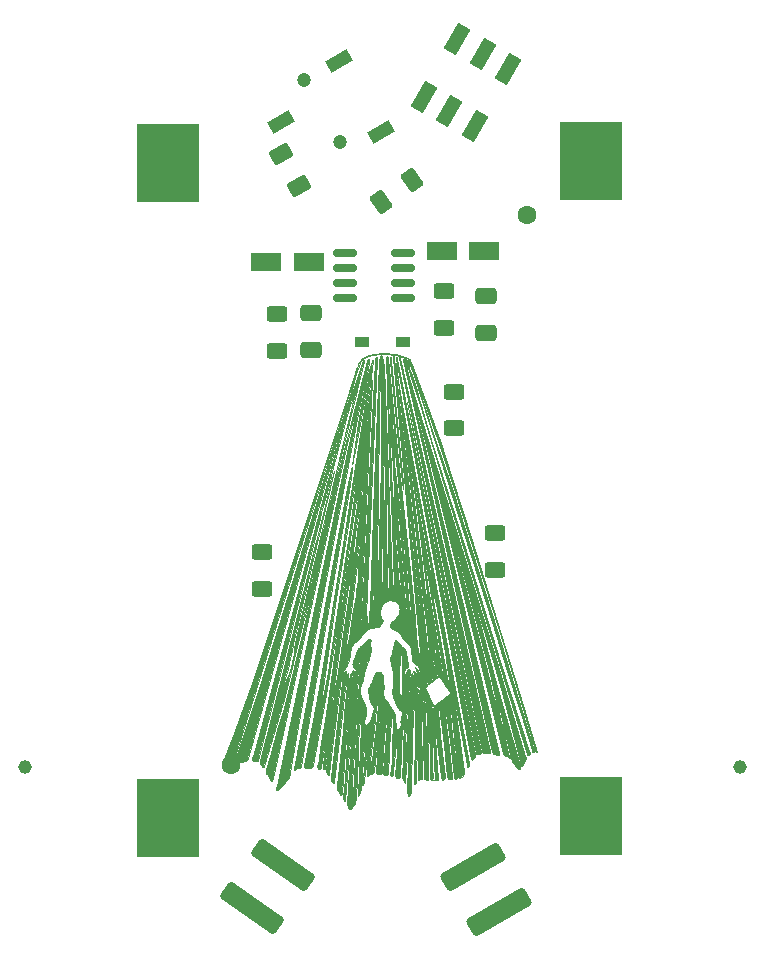
<source format=gbr>
%TF.GenerationSoftware,KiCad,Pcbnew,8.0.4*%
%TF.CreationDate,2024-09-12T22:18:10-07:00*%
%TF.ProjectId,SMDEMFbadgeforMAKE-sizedfor3inchbagLCSCassembly,534d4445-4d46-4626-9164-6765666f724d,rev?*%
%TF.SameCoordinates,Original*%
%TF.FileFunction,Soldermask,Bot*%
%TF.FilePolarity,Negative*%
%FSLAX46Y46*%
G04 Gerber Fmt 4.6, Leading zero omitted, Abs format (unit mm)*
G04 Created by KiCad (PCBNEW 8.0.4) date 2024-09-12 22:18:10*
%MOMM*%
%LPD*%
G01*
G04 APERTURE LIST*
G04 Aperture macros list*
%AMRoundRect*
0 Rectangle with rounded corners*
0 $1 Rounding radius*
0 $2 $3 $4 $5 $6 $7 $8 $9 X,Y pos of 4 corners*
0 Add a 4 corners polygon primitive as box body*
4,1,4,$2,$3,$4,$5,$6,$7,$8,$9,$2,$3,0*
0 Add four circle primitives for the rounded corners*
1,1,$1+$1,$2,$3*
1,1,$1+$1,$4,$5*
1,1,$1+$1,$6,$7*
1,1,$1+$1,$8,$9*
0 Add four rect primitives between the rounded corners*
20,1,$1+$1,$2,$3,$4,$5,0*
20,1,$1+$1,$4,$5,$6,$7,0*
20,1,$1+$1,$6,$7,$8,$9,0*
20,1,$1+$1,$8,$9,$2,$3,0*%
%AMRotRect*
0 Rectangle, with rotation*
0 The origin of the aperture is its center*
0 $1 length*
0 $2 width*
0 $3 Rotation angle, in degrees counterclockwise*
0 Add horizontal line*
21,1,$1,$2,0,0,$3*%
G04 Aperture macros list end*
%ADD10C,0.002976*%
%ADD11C,1.200000*%
%ADD12RotRect,2.100000X1.100000X210.000000*%
%ADD13C,1.600000*%
%ADD14R,5.300000X6.613306*%
%ADD15R,5.300000X6.693306*%
%ADD16R,1.300000X0.850000*%
%ADD17C,1.152000*%
%ADD18RoundRect,0.250000X0.625000X-0.400000X0.625000X0.400000X-0.625000X0.400000X-0.625000X-0.400000X0*%
%ADD19RotRect,1.200000X2.500000X330.000000*%
%ADD20RoundRect,0.250000X0.034924X-0.769049X0.710725X-0.295849X-0.034924X0.769049X-0.710725X0.295849X0*%
%ADD21RoundRect,0.250000X0.650000X-0.412500X0.650000X0.412500X-0.650000X0.412500X-0.650000X-0.412500X0*%
%ADD22RoundRect,0.150000X-0.825000X-0.150000X0.825000X-0.150000X0.825000X0.150000X-0.825000X0.150000X0*%
%ADD23RoundRect,0.326924X-1.766759X1.875656X-2.366807X1.018698X1.766759X-1.875656X2.366807X-1.018698X0*%
%ADD24RoundRect,0.250000X1.050000X0.550000X-1.050000X0.550000X-1.050000X-0.550000X1.050000X-0.550000X0*%
%ADD25RoundRect,0.250000X0.769167X-0.032235X0.356667X0.682235X-0.769167X0.032235X-0.356667X-0.682235X0*%
%ADD26RoundRect,0.326924X-2.446586X-0.808541X-1.923510X-1.714535X2.446586X0.808541X1.923510X1.714535X0*%
%ADD27RoundRect,0.250000X-1.050000X-0.550000X1.050000X-0.550000X1.050000X0.550000X-1.050000X0.550000X0*%
G04 APERTURE END LIST*
D10*
X201918305Y-122435641D02*
X201918653Y-122429806D01*
X201918996Y-122425066D01*
X201919251Y-122423420D01*
X201919369Y-122422586D01*
X201919475Y-122421740D01*
X201919564Y-122420876D01*
X201919633Y-122419989D01*
X201919677Y-122419079D01*
X201919692Y-122418138D01*
X201919753Y-122417793D01*
X201919808Y-122417438D01*
X201919899Y-122416708D01*
X201919974Y-122415952D01*
X201920040Y-122415175D01*
X201920097Y-122414536D01*
X201920387Y-122411939D01*
X201918305Y-122435641D01*
G36*
X201918305Y-122435641D02*
G01*
X201918653Y-122429806D01*
X201918996Y-122425066D01*
X201919251Y-122423420D01*
X201919369Y-122422586D01*
X201919475Y-122421740D01*
X201919564Y-122420876D01*
X201919633Y-122419989D01*
X201919677Y-122419079D01*
X201919692Y-122418138D01*
X201919753Y-122417793D01*
X201919808Y-122417438D01*
X201919899Y-122416708D01*
X201919974Y-122415952D01*
X201920040Y-122415175D01*
X201920097Y-122414536D01*
X201920387Y-122411939D01*
X201918305Y-122435641D01*
G37*
X207863141Y-132751389D02*
X207864222Y-132751476D01*
X207865412Y-132751633D01*
X207866700Y-132751857D01*
X207868079Y-132752145D01*
X207869537Y-132752494D01*
X207871067Y-132752902D01*
X207872659Y-132753366D01*
X207874303Y-132753885D01*
X207875992Y-132754453D01*
X207877715Y-132755070D01*
X207879463Y-132755732D01*
X207881136Y-132756491D01*
X207882634Y-132757263D01*
X207883957Y-132758042D01*
X207884551Y-132758433D01*
X207885102Y-132758825D01*
X207885606Y-132759216D01*
X207886064Y-132759604D01*
X207886478Y-132759993D01*
X207886845Y-132760377D01*
X207887165Y-132760760D01*
X207887438Y-132761139D01*
X207887664Y-132761514D01*
X207887842Y-132761884D01*
X207887973Y-132762248D01*
X207888056Y-132762606D01*
X207888090Y-132762959D01*
X207888075Y-132763304D01*
X207888011Y-132763641D01*
X207887899Y-132763970D01*
X207887735Y-132764290D01*
X207887522Y-132764601D01*
X207887259Y-132764901D01*
X207886944Y-132765191D01*
X207886580Y-132765468D01*
X207886163Y-132765734D01*
X207885695Y-132765989D01*
X207885175Y-132766230D01*
X207884603Y-132766455D01*
X207883977Y-132766668D01*
X207882821Y-132766935D01*
X207881633Y-132767121D01*
X207880420Y-132767231D01*
X207879187Y-132767269D01*
X207877941Y-132767235D01*
X207876686Y-132767136D01*
X207874173Y-132766749D01*
X207871695Y-132766137D01*
X207869297Y-132765324D01*
X207867025Y-132764338D01*
X207864922Y-132763207D01*
X207863035Y-132761954D01*
X207861409Y-132760609D01*
X207860708Y-132759910D01*
X207860090Y-132759199D01*
X207859559Y-132758476D01*
X207859121Y-132757748D01*
X207858783Y-132757016D01*
X207858550Y-132756285D01*
X207858427Y-132755556D01*
X207858421Y-132754835D01*
X207858537Y-132754124D01*
X207858779Y-132753426D01*
X207859155Y-132752745D01*
X207859671Y-132752085D01*
X207859853Y-132751924D01*
X207860076Y-132751786D01*
X207860336Y-132751666D01*
X207860634Y-132751568D01*
X207860968Y-132751490D01*
X207861337Y-132751432D01*
X207862176Y-132751373D01*
X207863141Y-132751389D01*
G36*
X207863141Y-132751389D02*
G01*
X207864222Y-132751476D01*
X207865412Y-132751633D01*
X207866700Y-132751857D01*
X207868079Y-132752145D01*
X207869537Y-132752494D01*
X207871067Y-132752902D01*
X207872659Y-132753366D01*
X207874303Y-132753885D01*
X207875992Y-132754453D01*
X207877715Y-132755070D01*
X207879463Y-132755732D01*
X207881136Y-132756491D01*
X207882634Y-132757263D01*
X207883957Y-132758042D01*
X207884551Y-132758433D01*
X207885102Y-132758825D01*
X207885606Y-132759216D01*
X207886064Y-132759604D01*
X207886478Y-132759993D01*
X207886845Y-132760377D01*
X207887165Y-132760760D01*
X207887438Y-132761139D01*
X207887664Y-132761514D01*
X207887842Y-132761884D01*
X207887973Y-132762248D01*
X207888056Y-132762606D01*
X207888090Y-132762959D01*
X207888075Y-132763304D01*
X207888011Y-132763641D01*
X207887899Y-132763970D01*
X207887735Y-132764290D01*
X207887522Y-132764601D01*
X207887259Y-132764901D01*
X207886944Y-132765191D01*
X207886580Y-132765468D01*
X207886163Y-132765734D01*
X207885695Y-132765989D01*
X207885175Y-132766230D01*
X207884603Y-132766455D01*
X207883977Y-132766668D01*
X207882821Y-132766935D01*
X207881633Y-132767121D01*
X207880420Y-132767231D01*
X207879187Y-132767269D01*
X207877941Y-132767235D01*
X207876686Y-132767136D01*
X207874173Y-132766749D01*
X207871695Y-132766137D01*
X207869297Y-132765324D01*
X207867025Y-132764338D01*
X207864922Y-132763207D01*
X207863035Y-132761954D01*
X207861409Y-132760609D01*
X207860708Y-132759910D01*
X207860090Y-132759199D01*
X207859559Y-132758476D01*
X207859121Y-132757748D01*
X207858783Y-132757016D01*
X207858550Y-132756285D01*
X207858427Y-132755556D01*
X207858421Y-132754835D01*
X207858537Y-132754124D01*
X207858779Y-132753426D01*
X207859155Y-132752745D01*
X207859671Y-132752085D01*
X207859853Y-132751924D01*
X207860076Y-132751786D01*
X207860336Y-132751666D01*
X207860634Y-132751568D01*
X207860968Y-132751490D01*
X207861337Y-132751432D01*
X207862176Y-132751373D01*
X207863141Y-132751389D01*
G37*
X207878475Y-132364645D02*
X207879692Y-132364718D01*
X207880930Y-132364843D01*
X207882178Y-132365026D01*
X207883429Y-132365269D01*
X207884672Y-132365577D01*
X207885340Y-132365723D01*
X207885974Y-132365889D01*
X207886577Y-132366071D01*
X207887146Y-132366272D01*
X207887682Y-132366491D01*
X207888185Y-132366727D01*
X207888657Y-132366979D01*
X207889095Y-132367246D01*
X207889499Y-132367530D01*
X207889871Y-132367828D01*
X207890209Y-132368141D01*
X207890514Y-132368469D01*
X207890786Y-132368809D01*
X207891025Y-132369162D01*
X207891229Y-132369529D01*
X207891401Y-132369907D01*
X207891539Y-132370298D01*
X207891643Y-132370700D01*
X207891713Y-132371112D01*
X207891750Y-132371536D01*
X207891753Y-132371967D01*
X207891723Y-132372409D01*
X207891658Y-132372861D01*
X207891559Y-132373321D01*
X207891426Y-132373788D01*
X207891259Y-132374263D01*
X207891057Y-132374745D01*
X207890822Y-132375235D01*
X207890551Y-132375729D01*
X207890247Y-132376231D01*
X207889908Y-132376737D01*
X207889535Y-132377248D01*
X207889103Y-132377678D01*
X207888657Y-132378084D01*
X207888197Y-132378465D01*
X207887722Y-132378818D01*
X207887236Y-132379147D01*
X207886740Y-132379449D01*
X207886231Y-132379726D01*
X207885715Y-132379977D01*
X207885191Y-132380200D01*
X207884658Y-132380398D01*
X207884121Y-132380570D01*
X207883578Y-132380715D01*
X207883030Y-132380832D01*
X207882480Y-132380926D01*
X207881928Y-132380991D01*
X207881375Y-132381030D01*
X207880822Y-132381042D01*
X207880269Y-132381028D01*
X207879719Y-132380986D01*
X207879172Y-132380917D01*
X207878629Y-132380823D01*
X207878091Y-132380700D01*
X207877559Y-132380552D01*
X207877034Y-132380376D01*
X207876518Y-132380171D01*
X207876011Y-132379940D01*
X207875513Y-132379681D01*
X207875027Y-132379396D01*
X207874553Y-132379082D01*
X207874092Y-132378742D01*
X207873646Y-132378373D01*
X207873215Y-132377977D01*
X207872459Y-132377209D01*
X207871754Y-132376414D01*
X207871104Y-132375598D01*
X207870512Y-132374769D01*
X207869982Y-132373935D01*
X207869514Y-132373099D01*
X207869115Y-132372272D01*
X207868786Y-132371458D01*
X207868530Y-132370666D01*
X207868351Y-132369904D01*
X207868290Y-132369534D01*
X207868250Y-132369175D01*
X207868231Y-132368827D01*
X207868232Y-132368490D01*
X207868255Y-132368164D01*
X207868301Y-132367852D01*
X207868367Y-132367554D01*
X207868457Y-132367272D01*
X207868569Y-132367004D01*
X207868705Y-132366754D01*
X207868863Y-132366521D01*
X207869047Y-132366307D01*
X207869226Y-132366171D01*
X207869436Y-132366039D01*
X207869946Y-132365783D01*
X207870567Y-132365542D01*
X207871293Y-132365322D01*
X207872111Y-132365125D01*
X207873014Y-132364955D01*
X207873993Y-132364817D01*
X207875037Y-132364713D01*
X207876139Y-132364647D01*
X207877287Y-132364623D01*
X207878475Y-132364645D01*
G36*
X207878475Y-132364645D02*
G01*
X207879692Y-132364718D01*
X207880930Y-132364843D01*
X207882178Y-132365026D01*
X207883429Y-132365269D01*
X207884672Y-132365577D01*
X207885340Y-132365723D01*
X207885974Y-132365889D01*
X207886577Y-132366071D01*
X207887146Y-132366272D01*
X207887682Y-132366491D01*
X207888185Y-132366727D01*
X207888657Y-132366979D01*
X207889095Y-132367246D01*
X207889499Y-132367530D01*
X207889871Y-132367828D01*
X207890209Y-132368141D01*
X207890514Y-132368469D01*
X207890786Y-132368809D01*
X207891025Y-132369162D01*
X207891229Y-132369529D01*
X207891401Y-132369907D01*
X207891539Y-132370298D01*
X207891643Y-132370700D01*
X207891713Y-132371112D01*
X207891750Y-132371536D01*
X207891753Y-132371967D01*
X207891723Y-132372409D01*
X207891658Y-132372861D01*
X207891559Y-132373321D01*
X207891426Y-132373788D01*
X207891259Y-132374263D01*
X207891057Y-132374745D01*
X207890822Y-132375235D01*
X207890551Y-132375729D01*
X207890247Y-132376231D01*
X207889908Y-132376737D01*
X207889535Y-132377248D01*
X207889103Y-132377678D01*
X207888657Y-132378084D01*
X207888197Y-132378465D01*
X207887722Y-132378818D01*
X207887236Y-132379147D01*
X207886740Y-132379449D01*
X207886231Y-132379726D01*
X207885715Y-132379977D01*
X207885191Y-132380200D01*
X207884658Y-132380398D01*
X207884121Y-132380570D01*
X207883578Y-132380715D01*
X207883030Y-132380832D01*
X207882480Y-132380926D01*
X207881928Y-132380991D01*
X207881375Y-132381030D01*
X207880822Y-132381042D01*
X207880269Y-132381028D01*
X207879719Y-132380986D01*
X207879172Y-132380917D01*
X207878629Y-132380823D01*
X207878091Y-132380700D01*
X207877559Y-132380552D01*
X207877034Y-132380376D01*
X207876518Y-132380171D01*
X207876011Y-132379940D01*
X207875513Y-132379681D01*
X207875027Y-132379396D01*
X207874553Y-132379082D01*
X207874092Y-132378742D01*
X207873646Y-132378373D01*
X207873215Y-132377977D01*
X207872459Y-132377209D01*
X207871754Y-132376414D01*
X207871104Y-132375598D01*
X207870512Y-132374769D01*
X207869982Y-132373935D01*
X207869514Y-132373099D01*
X207869115Y-132372272D01*
X207868786Y-132371458D01*
X207868530Y-132370666D01*
X207868351Y-132369904D01*
X207868290Y-132369534D01*
X207868250Y-132369175D01*
X207868231Y-132368827D01*
X207868232Y-132368490D01*
X207868255Y-132368164D01*
X207868301Y-132367852D01*
X207868367Y-132367554D01*
X207868457Y-132367272D01*
X207868569Y-132367004D01*
X207868705Y-132366754D01*
X207868863Y-132366521D01*
X207869047Y-132366307D01*
X207869226Y-132366171D01*
X207869436Y-132366039D01*
X207869946Y-132365783D01*
X207870567Y-132365542D01*
X207871293Y-132365322D01*
X207872111Y-132365125D01*
X207873014Y-132364955D01*
X207873993Y-132364817D01*
X207875037Y-132364713D01*
X207876139Y-132364647D01*
X207877287Y-132364623D01*
X207878475Y-132364645D01*
G37*
X208018176Y-132624295D02*
X208018825Y-132624342D01*
X208019454Y-132624429D01*
X208020063Y-132624556D01*
X208020651Y-132624722D01*
X208021218Y-132624929D01*
X208021766Y-132625175D01*
X208022294Y-132625460D01*
X208022800Y-132625786D01*
X208023286Y-132626153D01*
X208023752Y-132626561D01*
X208024197Y-132627008D01*
X208024623Y-132627496D01*
X208025028Y-132628025D01*
X208025413Y-132628596D01*
X208025776Y-132629207D01*
X208026121Y-132629859D01*
X208026444Y-132630553D01*
X208026748Y-132631288D01*
X208027030Y-132632065D01*
X208027294Y-132632884D01*
X208027535Y-132633745D01*
X208027757Y-132634648D01*
X208027958Y-132635593D01*
X208028140Y-132636580D01*
X208028441Y-132638682D01*
X208028780Y-132640699D01*
X208029397Y-132643039D01*
X208030274Y-132645674D01*
X208031394Y-132648579D01*
X208032742Y-132651725D01*
X208034302Y-132655085D01*
X208036058Y-132658632D01*
X208037993Y-132662338D01*
X208040090Y-132666177D01*
X208042334Y-132670122D01*
X208044707Y-132674145D01*
X208047195Y-132678217D01*
X208049780Y-132682314D01*
X208052447Y-132686406D01*
X208055178Y-132690468D01*
X208057959Y-132694470D01*
X208060842Y-132698364D01*
X208063624Y-132702362D01*
X208066287Y-132706436D01*
X208068823Y-132710556D01*
X208071216Y-132714690D01*
X208073453Y-132718809D01*
X208075521Y-132722883D01*
X208077407Y-132726880D01*
X208079097Y-132730770D01*
X208080580Y-132734522D01*
X208081840Y-132738105D01*
X208082865Y-132741493D01*
X208083642Y-132744650D01*
X208084157Y-132747549D01*
X208084398Y-132750157D01*
X208084351Y-132752447D01*
X208084226Y-132755303D01*
X208084241Y-132758061D01*
X208084395Y-132760720D01*
X208084689Y-132763279D01*
X208085120Y-132765737D01*
X208085689Y-132768095D01*
X208086396Y-132770353D01*
X208087239Y-132772509D01*
X208088219Y-132774562D01*
X208089335Y-132776513D01*
X208090586Y-132778361D01*
X208091972Y-132780105D01*
X208093491Y-132781747D01*
X208095145Y-132783283D01*
X208096932Y-132784715D01*
X208098852Y-132786041D01*
X208100904Y-132787262D01*
X208103088Y-132788375D01*
X208105402Y-132789383D01*
X208107849Y-132790284D01*
X208110424Y-132791077D01*
X208113130Y-132791761D01*
X208115964Y-132792337D01*
X208118928Y-132792804D01*
X208122019Y-132793161D01*
X208125239Y-132793409D01*
X208128586Y-132793546D01*
X208132059Y-132793573D01*
X208135658Y-132793486D01*
X208139383Y-132793290D01*
X208143234Y-132792980D01*
X208147208Y-132792558D01*
X208157405Y-132791400D01*
X208165108Y-132790683D01*
X208168038Y-132790498D01*
X208170361Y-132790436D01*
X208172082Y-132790497D01*
X208173209Y-132790688D01*
X208173550Y-132790834D01*
X208173744Y-132791013D01*
X208173793Y-132791224D01*
X208173696Y-132791472D01*
X208173455Y-132791753D01*
X208173068Y-132792071D01*
X208171868Y-132792814D01*
X208170099Y-132793706D01*
X208167769Y-132794748D01*
X208161444Y-132797300D01*
X208158810Y-132798363D01*
X208156130Y-132799363D01*
X208153420Y-132800299D01*
X208150701Y-132801166D01*
X208145304Y-132802689D01*
X208140088Y-132803908D01*
X208137592Y-132804397D01*
X208135196Y-132804801D01*
X208132917Y-132805120D01*
X208130775Y-132805349D01*
X208128789Y-132805487D01*
X208126974Y-132805530D01*
X208125352Y-132805475D01*
X208123939Y-132805321D01*
X208121756Y-132804909D01*
X208119699Y-132804631D01*
X208117770Y-132804483D01*
X208115967Y-132804460D01*
X208114292Y-132804558D01*
X208112746Y-132804773D01*
X208111328Y-132805103D01*
X208110039Y-132805543D01*
X208108879Y-132806088D01*
X208107848Y-132806737D01*
X208106947Y-132807484D01*
X208106177Y-132808326D01*
X208105536Y-132809259D01*
X208105028Y-132810280D01*
X208104651Y-132811384D01*
X208104407Y-132812567D01*
X208104293Y-132813826D01*
X208104313Y-132815157D01*
X208104465Y-132816557D01*
X208104752Y-132818022D01*
X208105172Y-132819546D01*
X208105725Y-132821127D01*
X208106414Y-132822763D01*
X208107237Y-132824446D01*
X208108197Y-132826174D01*
X208109291Y-132827945D01*
X208110522Y-132829753D01*
X208111889Y-132831595D01*
X208113393Y-132833468D01*
X208115034Y-132835367D01*
X208116812Y-132837288D01*
X208118730Y-132839229D01*
X208121725Y-132842225D01*
X208124331Y-132844932D01*
X208126552Y-132847357D01*
X208128388Y-132849508D01*
X208129841Y-132851394D01*
X208130425Y-132852239D01*
X208130914Y-132853024D01*
X208131308Y-132853745D01*
X208131608Y-132854405D01*
X208131814Y-132855006D01*
X208131926Y-132855547D01*
X208131944Y-132856031D01*
X208131869Y-132856459D01*
X208131701Y-132856832D01*
X208131441Y-132857149D01*
X208131087Y-132857413D01*
X208130642Y-132857625D01*
X208130103Y-132857785D01*
X208129474Y-132857896D01*
X208128753Y-132857956D01*
X208127940Y-132857969D01*
X208126043Y-132857856D01*
X208123783Y-132857563D01*
X208121163Y-132857100D01*
X208116805Y-132856301D01*
X208112955Y-132855512D01*
X208109571Y-132854689D01*
X208108041Y-132854249D01*
X208106614Y-132853781D01*
X208105284Y-132853281D01*
X208104047Y-132852740D01*
X208102897Y-132852156D01*
X208101829Y-132851520D01*
X208100839Y-132850827D01*
X208099921Y-132850071D01*
X208099072Y-132849246D01*
X208098285Y-132848345D01*
X208097556Y-132847363D01*
X208096881Y-132846295D01*
X208096253Y-132845132D01*
X208095670Y-132843872D01*
X208095124Y-132842505D01*
X208094611Y-132841027D01*
X208094128Y-132839432D01*
X208093668Y-132837715D01*
X208092800Y-132833884D01*
X208091967Y-132829489D01*
X208091133Y-132824480D01*
X208090255Y-132818810D01*
X208089093Y-132812361D01*
X208087683Y-132806404D01*
X208086882Y-132803606D01*
X208086015Y-132800927D01*
X208085079Y-132798365D01*
X208084074Y-132795919D01*
X208082999Y-132793588D01*
X208081852Y-132791370D01*
X208080630Y-132789261D01*
X208079334Y-132787264D01*
X208077961Y-132785375D01*
X208076510Y-132783592D01*
X208074979Y-132781915D01*
X208073369Y-132780344D01*
X208071675Y-132778873D01*
X208069897Y-132777503D01*
X208068035Y-132776235D01*
X208066085Y-132775063D01*
X208064047Y-132773989D01*
X208061919Y-132773008D01*
X208059700Y-132772123D01*
X208057389Y-132771329D01*
X208054983Y-132770627D01*
X208052482Y-132770014D01*
X208049883Y-132769489D01*
X208047187Y-132769050D01*
X208041492Y-132768424D01*
X208035385Y-132768128D01*
X208026891Y-132768080D01*
X208023487Y-132768005D01*
X208020632Y-132767882D01*
X208018316Y-132767703D01*
X208016530Y-132767454D01*
X208015264Y-132767129D01*
X208014822Y-132766933D01*
X208014508Y-132766715D01*
X208014318Y-132766471D01*
X208014252Y-132766202D01*
X208014308Y-132765906D01*
X208014487Y-132765581D01*
X208014786Y-132765227D01*
X208015203Y-132764842D01*
X208016391Y-132763973D01*
X208018041Y-132762967D01*
X208020143Y-132761811D01*
X208025665Y-132759011D01*
X208027571Y-132758110D01*
X208029504Y-132757319D01*
X208031451Y-132756638D01*
X208033396Y-132756066D01*
X208035328Y-132755604D01*
X208037232Y-132755249D01*
X208039094Y-132755003D01*
X208040901Y-132754863D01*
X208042638Y-132754832D01*
X208044293Y-132754905D01*
X208045851Y-132755085D01*
X208047298Y-132755370D01*
X208048622Y-132755760D01*
X208049808Y-132756253D01*
X208050842Y-132756851D01*
X208051298Y-132757189D01*
X208051710Y-132757552D01*
X208052131Y-132757965D01*
X208052548Y-132758315D01*
X208052961Y-132758601D01*
X208053367Y-132758826D01*
X208053769Y-132758990D01*
X208054165Y-132759094D01*
X208054555Y-132759139D01*
X208054939Y-132759125D01*
X208055316Y-132759054D01*
X208055686Y-132758926D01*
X208056049Y-132758741D01*
X208056404Y-132758502D01*
X208056751Y-132758208D01*
X208057091Y-132757860D01*
X208057421Y-132757459D01*
X208057744Y-132757005D01*
X208058057Y-132756502D01*
X208058359Y-132755947D01*
X208058653Y-132755343D01*
X208058936Y-132754690D01*
X208059208Y-132753990D01*
X208059471Y-132753241D01*
X208059722Y-132752446D01*
X208059961Y-132751606D01*
X208060189Y-132750719D01*
X208060405Y-132749790D01*
X208060609Y-132748817D01*
X208060799Y-132747801D01*
X208060978Y-132746745D01*
X208061142Y-132745646D01*
X208061293Y-132744508D01*
X208061430Y-132743330D01*
X208061533Y-132740473D01*
X208061515Y-132737707D01*
X208061376Y-132735035D01*
X208061114Y-132732456D01*
X208060730Y-132729970D01*
X208060222Y-132727576D01*
X208059590Y-132725272D01*
X208058831Y-132723061D01*
X208057949Y-132720940D01*
X208056939Y-132718910D01*
X208055803Y-132716969D01*
X208054539Y-132715119D01*
X208053147Y-132713357D01*
X208051625Y-132711683D01*
X208049974Y-132710099D01*
X208048192Y-132708602D01*
X208046279Y-132707193D01*
X208044233Y-132705871D01*
X208042056Y-132704637D01*
X208039745Y-132703488D01*
X208037299Y-132702425D01*
X208034719Y-132701449D01*
X208032003Y-132700556D01*
X208029152Y-132699750D01*
X208026164Y-132699026D01*
X208023037Y-132698388D01*
X208019774Y-132697833D01*
X208016370Y-132697360D01*
X208012828Y-132696972D01*
X208009144Y-132696665D01*
X208001354Y-132696296D01*
X207994463Y-132696077D01*
X207991526Y-132695911D01*
X207988939Y-132695709D01*
X207986711Y-132695475D01*
X207984848Y-132695213D01*
X207983360Y-132694923D01*
X207982254Y-132694609D01*
X207981539Y-132694275D01*
X207981331Y-132694100D01*
X207981223Y-132693920D01*
X207981218Y-132693738D01*
X207981314Y-132693551D01*
X207981515Y-132693361D01*
X207981820Y-132693167D01*
X207982749Y-132692774D01*
X207984110Y-132692373D01*
X207985911Y-132691966D01*
X207988158Y-132691556D01*
X207990755Y-132691010D01*
X207993266Y-132690334D01*
X207995689Y-132689534D01*
X207998021Y-132688615D01*
X208000258Y-132687585D01*
X208002398Y-132686449D01*
X208004436Y-132685215D01*
X208006369Y-132683886D01*
X208008195Y-132682473D01*
X208009910Y-132680980D01*
X208011510Y-132679410D01*
X208012993Y-132677775D01*
X208014353Y-132676078D01*
X208015590Y-132674326D01*
X208016700Y-132672524D01*
X208017678Y-132670680D01*
X208018522Y-132668800D01*
X208019229Y-132666891D01*
X208019793Y-132664956D01*
X208020215Y-132663004D01*
X208020489Y-132661042D01*
X208020611Y-132659074D01*
X208020580Y-132657108D01*
X208020391Y-132655149D01*
X208020041Y-132653204D01*
X208019528Y-132651281D01*
X208018847Y-132649382D01*
X208017996Y-132647517D01*
X208016970Y-132645690D01*
X208015767Y-132643909D01*
X208014384Y-132642179D01*
X208012816Y-132640508D01*
X208012217Y-132639924D01*
X208011656Y-132639334D01*
X208011135Y-132638740D01*
X208010653Y-132638143D01*
X208010210Y-132637545D01*
X208009807Y-132636946D01*
X208009444Y-132636346D01*
X208009120Y-132635749D01*
X208008837Y-132635154D01*
X208008594Y-132634564D01*
X208008393Y-132633978D01*
X208008231Y-132633398D01*
X208008110Y-132632826D01*
X208008031Y-132632261D01*
X208007994Y-132631707D01*
X208007997Y-132631162D01*
X208008042Y-132630630D01*
X208008129Y-132630111D01*
X208008258Y-132629606D01*
X208008429Y-132629114D01*
X208008644Y-132628641D01*
X208008901Y-132628184D01*
X208009200Y-132627746D01*
X208009542Y-132627328D01*
X208009929Y-132626930D01*
X208010357Y-132626554D01*
X208010831Y-132626203D01*
X208011347Y-132625874D01*
X208011908Y-132625572D01*
X208012513Y-132625295D01*
X208013162Y-132625047D01*
X208013856Y-132624827D01*
X208014626Y-132624641D01*
X208015377Y-132624494D01*
X208016108Y-132624386D01*
X208016818Y-132624317D01*
X208017508Y-132624285D01*
X208018176Y-132624295D01*
G36*
X208018176Y-132624295D02*
G01*
X208018825Y-132624342D01*
X208019454Y-132624429D01*
X208020063Y-132624556D01*
X208020651Y-132624722D01*
X208021218Y-132624929D01*
X208021766Y-132625175D01*
X208022294Y-132625460D01*
X208022800Y-132625786D01*
X208023286Y-132626153D01*
X208023752Y-132626561D01*
X208024197Y-132627008D01*
X208024623Y-132627496D01*
X208025028Y-132628025D01*
X208025413Y-132628596D01*
X208025776Y-132629207D01*
X208026121Y-132629859D01*
X208026444Y-132630553D01*
X208026748Y-132631288D01*
X208027030Y-132632065D01*
X208027294Y-132632884D01*
X208027535Y-132633745D01*
X208027757Y-132634648D01*
X208027958Y-132635593D01*
X208028140Y-132636580D01*
X208028441Y-132638682D01*
X208028780Y-132640699D01*
X208029397Y-132643039D01*
X208030274Y-132645674D01*
X208031394Y-132648579D01*
X208032742Y-132651725D01*
X208034302Y-132655085D01*
X208036058Y-132658632D01*
X208037993Y-132662338D01*
X208040090Y-132666177D01*
X208042334Y-132670122D01*
X208044707Y-132674145D01*
X208047195Y-132678217D01*
X208049780Y-132682314D01*
X208052447Y-132686406D01*
X208055178Y-132690468D01*
X208057959Y-132694470D01*
X208060842Y-132698364D01*
X208063624Y-132702362D01*
X208066287Y-132706436D01*
X208068823Y-132710556D01*
X208071216Y-132714690D01*
X208073453Y-132718809D01*
X208075521Y-132722883D01*
X208077407Y-132726880D01*
X208079097Y-132730770D01*
X208080580Y-132734522D01*
X208081840Y-132738105D01*
X208082865Y-132741493D01*
X208083642Y-132744650D01*
X208084157Y-132747549D01*
X208084398Y-132750157D01*
X208084351Y-132752447D01*
X208084226Y-132755303D01*
X208084241Y-132758061D01*
X208084395Y-132760720D01*
X208084689Y-132763279D01*
X208085120Y-132765737D01*
X208085689Y-132768095D01*
X208086396Y-132770353D01*
X208087239Y-132772509D01*
X208088219Y-132774562D01*
X208089335Y-132776513D01*
X208090586Y-132778361D01*
X208091972Y-132780105D01*
X208093491Y-132781747D01*
X208095145Y-132783283D01*
X208096932Y-132784715D01*
X208098852Y-132786041D01*
X208100904Y-132787262D01*
X208103088Y-132788375D01*
X208105402Y-132789383D01*
X208107849Y-132790284D01*
X208110424Y-132791077D01*
X208113130Y-132791761D01*
X208115964Y-132792337D01*
X208118928Y-132792804D01*
X208122019Y-132793161D01*
X208125239Y-132793409D01*
X208128586Y-132793546D01*
X208132059Y-132793573D01*
X208135658Y-132793486D01*
X208139383Y-132793290D01*
X208143234Y-132792980D01*
X208147208Y-132792558D01*
X208157405Y-132791400D01*
X208165108Y-132790683D01*
X208168038Y-132790498D01*
X208170361Y-132790436D01*
X208172082Y-132790497D01*
X208173209Y-132790688D01*
X208173550Y-132790834D01*
X208173744Y-132791013D01*
X208173793Y-132791224D01*
X208173696Y-132791472D01*
X208173455Y-132791753D01*
X208173068Y-132792071D01*
X208171868Y-132792814D01*
X208170099Y-132793706D01*
X208167769Y-132794748D01*
X208161444Y-132797300D01*
X208158810Y-132798363D01*
X208156130Y-132799363D01*
X208153420Y-132800299D01*
X208150701Y-132801166D01*
X208145304Y-132802689D01*
X208140088Y-132803908D01*
X208137592Y-132804397D01*
X208135196Y-132804801D01*
X208132917Y-132805120D01*
X208130775Y-132805349D01*
X208128789Y-132805487D01*
X208126974Y-132805530D01*
X208125352Y-132805475D01*
X208123939Y-132805321D01*
X208121756Y-132804909D01*
X208119699Y-132804631D01*
X208117770Y-132804483D01*
X208115967Y-132804460D01*
X208114292Y-132804558D01*
X208112746Y-132804773D01*
X208111328Y-132805103D01*
X208110039Y-132805543D01*
X208108879Y-132806088D01*
X208107848Y-132806737D01*
X208106947Y-132807484D01*
X208106177Y-132808326D01*
X208105536Y-132809259D01*
X208105028Y-132810280D01*
X208104651Y-132811384D01*
X208104407Y-132812567D01*
X208104293Y-132813826D01*
X208104313Y-132815157D01*
X208104465Y-132816557D01*
X208104752Y-132818022D01*
X208105172Y-132819546D01*
X208105725Y-132821127D01*
X208106414Y-132822763D01*
X208107237Y-132824446D01*
X208108197Y-132826174D01*
X208109291Y-132827945D01*
X208110522Y-132829753D01*
X208111889Y-132831595D01*
X208113393Y-132833468D01*
X208115034Y-132835367D01*
X208116812Y-132837288D01*
X208118730Y-132839229D01*
X208121725Y-132842225D01*
X208124331Y-132844932D01*
X208126552Y-132847357D01*
X208128388Y-132849508D01*
X208129841Y-132851394D01*
X208130425Y-132852239D01*
X208130914Y-132853024D01*
X208131308Y-132853745D01*
X208131608Y-132854405D01*
X208131814Y-132855006D01*
X208131926Y-132855547D01*
X208131944Y-132856031D01*
X208131869Y-132856459D01*
X208131701Y-132856832D01*
X208131441Y-132857149D01*
X208131087Y-132857413D01*
X208130642Y-132857625D01*
X208130103Y-132857785D01*
X208129474Y-132857896D01*
X208128753Y-132857956D01*
X208127940Y-132857969D01*
X208126043Y-132857856D01*
X208123783Y-132857563D01*
X208121163Y-132857100D01*
X208116805Y-132856301D01*
X208112955Y-132855512D01*
X208109571Y-132854689D01*
X208108041Y-132854249D01*
X208106614Y-132853781D01*
X208105284Y-132853281D01*
X208104047Y-132852740D01*
X208102897Y-132852156D01*
X208101829Y-132851520D01*
X208100839Y-132850827D01*
X208099921Y-132850071D01*
X208099072Y-132849246D01*
X208098285Y-132848345D01*
X208097556Y-132847363D01*
X208096881Y-132846295D01*
X208096253Y-132845132D01*
X208095670Y-132843872D01*
X208095124Y-132842505D01*
X208094611Y-132841027D01*
X208094128Y-132839432D01*
X208093668Y-132837715D01*
X208092800Y-132833884D01*
X208091967Y-132829489D01*
X208091133Y-132824480D01*
X208090255Y-132818810D01*
X208089093Y-132812361D01*
X208087683Y-132806404D01*
X208086882Y-132803606D01*
X208086015Y-132800927D01*
X208085079Y-132798365D01*
X208084074Y-132795919D01*
X208082999Y-132793588D01*
X208081852Y-132791370D01*
X208080630Y-132789261D01*
X208079334Y-132787264D01*
X208077961Y-132785375D01*
X208076510Y-132783592D01*
X208074979Y-132781915D01*
X208073369Y-132780344D01*
X208071675Y-132778873D01*
X208069897Y-132777503D01*
X208068035Y-132776235D01*
X208066085Y-132775063D01*
X208064047Y-132773989D01*
X208061919Y-132773008D01*
X208059700Y-132772123D01*
X208057389Y-132771329D01*
X208054983Y-132770627D01*
X208052482Y-132770014D01*
X208049883Y-132769489D01*
X208047187Y-132769050D01*
X208041492Y-132768424D01*
X208035385Y-132768128D01*
X208026891Y-132768080D01*
X208023487Y-132768005D01*
X208020632Y-132767882D01*
X208018316Y-132767703D01*
X208016530Y-132767454D01*
X208015264Y-132767129D01*
X208014822Y-132766933D01*
X208014508Y-132766715D01*
X208014318Y-132766471D01*
X208014252Y-132766202D01*
X208014308Y-132765906D01*
X208014487Y-132765581D01*
X208014786Y-132765227D01*
X208015203Y-132764842D01*
X208016391Y-132763973D01*
X208018041Y-132762967D01*
X208020143Y-132761811D01*
X208025665Y-132759011D01*
X208027571Y-132758110D01*
X208029504Y-132757319D01*
X208031451Y-132756638D01*
X208033396Y-132756066D01*
X208035328Y-132755604D01*
X208037232Y-132755249D01*
X208039094Y-132755003D01*
X208040901Y-132754863D01*
X208042638Y-132754832D01*
X208044293Y-132754905D01*
X208045851Y-132755085D01*
X208047298Y-132755370D01*
X208048622Y-132755760D01*
X208049808Y-132756253D01*
X208050842Y-132756851D01*
X208051298Y-132757189D01*
X208051710Y-132757552D01*
X208052131Y-132757965D01*
X208052548Y-132758315D01*
X208052961Y-132758601D01*
X208053367Y-132758826D01*
X208053769Y-132758990D01*
X208054165Y-132759094D01*
X208054555Y-132759139D01*
X208054939Y-132759125D01*
X208055316Y-132759054D01*
X208055686Y-132758926D01*
X208056049Y-132758741D01*
X208056404Y-132758502D01*
X208056751Y-132758208D01*
X208057091Y-132757860D01*
X208057421Y-132757459D01*
X208057744Y-132757005D01*
X208058057Y-132756502D01*
X208058359Y-132755947D01*
X208058653Y-132755343D01*
X208058936Y-132754690D01*
X208059208Y-132753990D01*
X208059471Y-132753241D01*
X208059722Y-132752446D01*
X208059961Y-132751606D01*
X208060189Y-132750719D01*
X208060405Y-132749790D01*
X208060609Y-132748817D01*
X208060799Y-132747801D01*
X208060978Y-132746745D01*
X208061142Y-132745646D01*
X208061293Y-132744508D01*
X208061430Y-132743330D01*
X208061533Y-132740473D01*
X208061515Y-132737707D01*
X208061376Y-132735035D01*
X208061114Y-132732456D01*
X208060730Y-132729970D01*
X208060222Y-132727576D01*
X208059590Y-132725272D01*
X208058831Y-132723061D01*
X208057949Y-132720940D01*
X208056939Y-132718910D01*
X208055803Y-132716969D01*
X208054539Y-132715119D01*
X208053147Y-132713357D01*
X208051625Y-132711683D01*
X208049974Y-132710099D01*
X208048192Y-132708602D01*
X208046279Y-132707193D01*
X208044233Y-132705871D01*
X208042056Y-132704637D01*
X208039745Y-132703488D01*
X208037299Y-132702425D01*
X208034719Y-132701449D01*
X208032003Y-132700556D01*
X208029152Y-132699750D01*
X208026164Y-132699026D01*
X208023037Y-132698388D01*
X208019774Y-132697833D01*
X208016370Y-132697360D01*
X208012828Y-132696972D01*
X208009144Y-132696665D01*
X208001354Y-132696296D01*
X207994463Y-132696077D01*
X207991526Y-132695911D01*
X207988939Y-132695709D01*
X207986711Y-132695475D01*
X207984848Y-132695213D01*
X207983360Y-132694923D01*
X207982254Y-132694609D01*
X207981539Y-132694275D01*
X207981331Y-132694100D01*
X207981223Y-132693920D01*
X207981218Y-132693738D01*
X207981314Y-132693551D01*
X207981515Y-132693361D01*
X207981820Y-132693167D01*
X207982749Y-132692774D01*
X207984110Y-132692373D01*
X207985911Y-132691966D01*
X207988158Y-132691556D01*
X207990755Y-132691010D01*
X207993266Y-132690334D01*
X207995689Y-132689534D01*
X207998021Y-132688615D01*
X208000258Y-132687585D01*
X208002398Y-132686449D01*
X208004436Y-132685215D01*
X208006369Y-132683886D01*
X208008195Y-132682473D01*
X208009910Y-132680980D01*
X208011510Y-132679410D01*
X208012993Y-132677775D01*
X208014353Y-132676078D01*
X208015590Y-132674326D01*
X208016700Y-132672524D01*
X208017678Y-132670680D01*
X208018522Y-132668800D01*
X208019229Y-132666891D01*
X208019793Y-132664956D01*
X208020215Y-132663004D01*
X208020489Y-132661042D01*
X208020611Y-132659074D01*
X208020580Y-132657108D01*
X208020391Y-132655149D01*
X208020041Y-132653204D01*
X208019528Y-132651281D01*
X208018847Y-132649382D01*
X208017996Y-132647517D01*
X208016970Y-132645690D01*
X208015767Y-132643909D01*
X208014384Y-132642179D01*
X208012816Y-132640508D01*
X208012217Y-132639924D01*
X208011656Y-132639334D01*
X208011135Y-132638740D01*
X208010653Y-132638143D01*
X208010210Y-132637545D01*
X208009807Y-132636946D01*
X208009444Y-132636346D01*
X208009120Y-132635749D01*
X208008837Y-132635154D01*
X208008594Y-132634564D01*
X208008393Y-132633978D01*
X208008231Y-132633398D01*
X208008110Y-132632826D01*
X208008031Y-132632261D01*
X208007994Y-132631707D01*
X208007997Y-132631162D01*
X208008042Y-132630630D01*
X208008129Y-132630111D01*
X208008258Y-132629606D01*
X208008429Y-132629114D01*
X208008644Y-132628641D01*
X208008901Y-132628184D01*
X208009200Y-132627746D01*
X208009542Y-132627328D01*
X208009929Y-132626930D01*
X208010357Y-132626554D01*
X208010831Y-132626203D01*
X208011347Y-132625874D01*
X208011908Y-132625572D01*
X208012513Y-132625295D01*
X208013162Y-132625047D01*
X208013856Y-132624827D01*
X208014626Y-132624641D01*
X208015377Y-132624494D01*
X208016108Y-132624386D01*
X208016818Y-132624317D01*
X208017508Y-132624285D01*
X208018176Y-132624295D01*
G37*
X201980719Y-113528733D02*
X201978997Y-113584613D01*
X201964643Y-113761537D01*
X201908407Y-114268730D01*
X201814817Y-115038050D01*
X197699340Y-138764448D01*
X197696024Y-138780943D01*
X197691554Y-138798760D01*
X197685940Y-138817571D01*
X197679192Y-138837046D01*
X197671318Y-138856860D01*
X197662331Y-138876682D01*
X197652240Y-138896186D01*
X197641056Y-138915044D01*
X197628788Y-138932928D01*
X197615445Y-138949509D01*
X197608375Y-138957209D01*
X197601039Y-138964460D01*
X197593441Y-138971221D01*
X197585581Y-138977453D01*
X197577459Y-138983114D01*
X197569078Y-138988161D01*
X197560440Y-138992554D01*
X197551543Y-138996253D01*
X197542391Y-138999216D01*
X197532986Y-139001404D01*
X197523326Y-139002774D01*
X197513415Y-139003285D01*
X197459183Y-139004003D01*
X197409078Y-139005282D01*
X197363407Y-139007032D01*
X197322478Y-139009162D01*
X197286599Y-139011583D01*
X197256076Y-139014205D01*
X197231219Y-139016938D01*
X197212333Y-139019692D01*
X197211960Y-139019849D01*
X197211464Y-139020182D01*
X197210108Y-139021369D01*
X197208275Y-139023244D01*
X197205971Y-139025793D01*
X197203204Y-139029007D01*
X197199980Y-139032874D01*
X197192192Y-139042525D01*
X197182667Y-139054653D01*
X197171459Y-139069170D01*
X197158629Y-139085985D01*
X197144235Y-139105011D01*
X197140527Y-139109556D01*
X197136598Y-139113620D01*
X197132474Y-139117209D01*
X197128179Y-139120322D01*
X197123740Y-139122965D01*
X197119183Y-139125140D01*
X197114533Y-139126847D01*
X197109817Y-139128093D01*
X197105059Y-139128878D01*
X197100288Y-139129206D01*
X197095527Y-139129080D01*
X197090803Y-139128504D01*
X197086142Y-139127479D01*
X197081570Y-139126008D01*
X197077111Y-139124094D01*
X197072794Y-139121741D01*
X197068643Y-139118950D01*
X197064683Y-139115727D01*
X197060942Y-139112070D01*
X197057445Y-139107987D01*
X197054217Y-139103477D01*
X197051285Y-139098545D01*
X197048674Y-139093194D01*
X197046411Y-139087425D01*
X197044520Y-139081243D01*
X197043029Y-139074649D01*
X197041964Y-139067648D01*
X197041347Y-139060242D01*
X197041209Y-139052431D01*
X197041572Y-139044224D01*
X197042464Y-139035618D01*
X197043910Y-139026618D01*
X201666191Y-114817812D01*
X201822634Y-114148766D01*
X201928626Y-113699334D01*
X201978035Y-113499683D01*
X201980719Y-113528733D01*
G36*
X201980719Y-113528733D02*
G01*
X201978997Y-113584613D01*
X201964643Y-113761537D01*
X201908407Y-114268730D01*
X201814817Y-115038050D01*
X197699340Y-138764448D01*
X197696024Y-138780943D01*
X197691554Y-138798760D01*
X197685940Y-138817571D01*
X197679192Y-138837046D01*
X197671318Y-138856860D01*
X197662331Y-138876682D01*
X197652240Y-138896186D01*
X197641056Y-138915044D01*
X197628788Y-138932928D01*
X197615445Y-138949509D01*
X197608375Y-138957209D01*
X197601039Y-138964460D01*
X197593441Y-138971221D01*
X197585581Y-138977453D01*
X197577459Y-138983114D01*
X197569078Y-138988161D01*
X197560440Y-138992554D01*
X197551543Y-138996253D01*
X197542391Y-138999216D01*
X197532986Y-139001404D01*
X197523326Y-139002774D01*
X197513415Y-139003285D01*
X197459183Y-139004003D01*
X197409078Y-139005282D01*
X197363407Y-139007032D01*
X197322478Y-139009162D01*
X197286599Y-139011583D01*
X197256076Y-139014205D01*
X197231219Y-139016938D01*
X197212333Y-139019692D01*
X197211960Y-139019849D01*
X197211464Y-139020182D01*
X197210108Y-139021369D01*
X197208275Y-139023244D01*
X197205971Y-139025793D01*
X197203204Y-139029007D01*
X197199980Y-139032874D01*
X197192192Y-139042525D01*
X197182667Y-139054653D01*
X197171459Y-139069170D01*
X197158629Y-139085985D01*
X197144235Y-139105011D01*
X197140527Y-139109556D01*
X197136598Y-139113620D01*
X197132474Y-139117209D01*
X197128179Y-139120322D01*
X197123740Y-139122965D01*
X197119183Y-139125140D01*
X197114533Y-139126847D01*
X197109817Y-139128093D01*
X197105059Y-139128878D01*
X197100288Y-139129206D01*
X197095527Y-139129080D01*
X197090803Y-139128504D01*
X197086142Y-139127479D01*
X197081570Y-139126008D01*
X197077111Y-139124094D01*
X197072794Y-139121741D01*
X197068643Y-139118950D01*
X197064683Y-139115727D01*
X197060942Y-139112070D01*
X197057445Y-139107987D01*
X197054217Y-139103477D01*
X197051285Y-139098545D01*
X197048674Y-139093194D01*
X197046411Y-139087425D01*
X197044520Y-139081243D01*
X197043029Y-139074649D01*
X197041964Y-139067648D01*
X197041347Y-139060242D01*
X197041209Y-139052431D01*
X197041572Y-139044224D01*
X197042464Y-139035618D01*
X197043910Y-139026618D01*
X201666191Y-114817812D01*
X201822634Y-114148766D01*
X201928626Y-113699334D01*
X201978035Y-113499683D01*
X201980719Y-113528733D01*
G37*
X207832347Y-132282238D02*
X207832929Y-132282290D01*
X207833550Y-132282385D01*
X207834207Y-132282521D01*
X207834902Y-132282699D01*
X207835636Y-132282918D01*
X207836407Y-132283178D01*
X207837216Y-132283479D01*
X207838065Y-132283822D01*
X207839875Y-132284630D01*
X207839875Y-132285359D01*
X207843273Y-132286737D01*
X207847120Y-132288105D01*
X207851285Y-132289422D01*
X207855633Y-132290646D01*
X207860031Y-132291732D01*
X207864342Y-132292640D01*
X207866423Y-132293013D01*
X207868434Y-132293325D01*
X207870355Y-132293571D01*
X207872171Y-132293745D01*
X207874378Y-132293968D01*
X207876379Y-132294225D01*
X207878177Y-132294514D01*
X207879775Y-132294830D01*
X207881177Y-132295174D01*
X207882384Y-132295541D01*
X207883403Y-132295930D01*
X207884233Y-132296339D01*
X207884881Y-132296763D01*
X207885347Y-132297202D01*
X207885637Y-132297651D01*
X207885754Y-132298111D01*
X207885699Y-132298577D01*
X207885476Y-132299047D01*
X207885090Y-132299519D01*
X207884543Y-132299991D01*
X207883838Y-132300458D01*
X207882978Y-132300921D01*
X207881968Y-132301376D01*
X207880809Y-132301819D01*
X207879506Y-132302250D01*
X207878061Y-132302664D01*
X207874760Y-132303439D01*
X207870933Y-132304119D01*
X207866604Y-132304689D01*
X207861799Y-132305128D01*
X207856546Y-132305416D01*
X207854082Y-132305473D01*
X207851650Y-132305373D01*
X207849261Y-132305127D01*
X207846931Y-132304742D01*
X207844676Y-132304223D01*
X207842506Y-132303581D01*
X207840440Y-132302819D01*
X207838489Y-132301950D01*
X207836668Y-132300977D01*
X207834991Y-132299909D01*
X207833474Y-132298754D01*
X207832129Y-132297518D01*
X207830972Y-132296210D01*
X207830015Y-132294836D01*
X207829617Y-132294127D01*
X207829275Y-132293406D01*
X207828990Y-132292670D01*
X207828764Y-132291924D01*
X207828554Y-132291023D01*
X207828378Y-132290168D01*
X207828238Y-132289356D01*
X207828132Y-132288590D01*
X207828060Y-132287866D01*
X207828025Y-132287189D01*
X207828025Y-132286555D01*
X207828059Y-132285964D01*
X207828131Y-132285418D01*
X207828237Y-132284915D01*
X207828380Y-132284456D01*
X207828557Y-132284040D01*
X207828772Y-132283667D01*
X207829022Y-132283338D01*
X207829310Y-132283051D01*
X207829633Y-132282807D01*
X207829993Y-132282607D01*
X207830389Y-132282448D01*
X207830824Y-132282332D01*
X207831294Y-132282258D01*
X207831801Y-132282228D01*
X207832347Y-132282238D01*
G36*
X207832347Y-132282238D02*
G01*
X207832929Y-132282290D01*
X207833550Y-132282385D01*
X207834207Y-132282521D01*
X207834902Y-132282699D01*
X207835636Y-132282918D01*
X207836407Y-132283178D01*
X207837216Y-132283479D01*
X207838065Y-132283822D01*
X207839875Y-132284630D01*
X207839875Y-132285359D01*
X207843273Y-132286737D01*
X207847120Y-132288105D01*
X207851285Y-132289422D01*
X207855633Y-132290646D01*
X207860031Y-132291732D01*
X207864342Y-132292640D01*
X207866423Y-132293013D01*
X207868434Y-132293325D01*
X207870355Y-132293571D01*
X207872171Y-132293745D01*
X207874378Y-132293968D01*
X207876379Y-132294225D01*
X207878177Y-132294514D01*
X207879775Y-132294830D01*
X207881177Y-132295174D01*
X207882384Y-132295541D01*
X207883403Y-132295930D01*
X207884233Y-132296339D01*
X207884881Y-132296763D01*
X207885347Y-132297202D01*
X207885637Y-132297651D01*
X207885754Y-132298111D01*
X207885699Y-132298577D01*
X207885476Y-132299047D01*
X207885090Y-132299519D01*
X207884543Y-132299991D01*
X207883838Y-132300458D01*
X207882978Y-132300921D01*
X207881968Y-132301376D01*
X207880809Y-132301819D01*
X207879506Y-132302250D01*
X207878061Y-132302664D01*
X207874760Y-132303439D01*
X207870933Y-132304119D01*
X207866604Y-132304689D01*
X207861799Y-132305128D01*
X207856546Y-132305416D01*
X207854082Y-132305473D01*
X207851650Y-132305373D01*
X207849261Y-132305127D01*
X207846931Y-132304742D01*
X207844676Y-132304223D01*
X207842506Y-132303581D01*
X207840440Y-132302819D01*
X207838489Y-132301950D01*
X207836668Y-132300977D01*
X207834991Y-132299909D01*
X207833474Y-132298754D01*
X207832129Y-132297518D01*
X207830972Y-132296210D01*
X207830015Y-132294836D01*
X207829617Y-132294127D01*
X207829275Y-132293406D01*
X207828990Y-132292670D01*
X207828764Y-132291924D01*
X207828554Y-132291023D01*
X207828378Y-132290168D01*
X207828238Y-132289356D01*
X207828132Y-132288590D01*
X207828060Y-132287866D01*
X207828025Y-132287189D01*
X207828025Y-132286555D01*
X207828059Y-132285964D01*
X207828131Y-132285418D01*
X207828237Y-132284915D01*
X207828380Y-132284456D01*
X207828557Y-132284040D01*
X207828772Y-132283667D01*
X207829022Y-132283338D01*
X207829310Y-132283051D01*
X207829633Y-132282807D01*
X207829993Y-132282607D01*
X207830389Y-132282448D01*
X207830824Y-132282332D01*
X207831294Y-132282258D01*
X207831801Y-132282228D01*
X207832347Y-132282238D01*
G37*
X207641906Y-132362891D02*
X207642345Y-132362958D01*
X207642845Y-132363077D01*
X207643404Y-132363249D01*
X207644711Y-132363755D01*
X207646098Y-132364304D01*
X207647514Y-132364989D01*
X207648948Y-132365798D01*
X207650389Y-132366723D01*
X207651825Y-132367751D01*
X207653247Y-132368875D01*
X207654642Y-132370083D01*
X207656000Y-132371365D01*
X207657308Y-132372712D01*
X207658557Y-132374112D01*
X207659735Y-132375556D01*
X207660829Y-132377034D01*
X207661831Y-132378536D01*
X207662726Y-132380051D01*
X207663507Y-132381569D01*
X207664161Y-132383080D01*
X207664488Y-132383737D01*
X207664756Y-132384336D01*
X207664965Y-132384882D01*
X207665116Y-132385371D01*
X207665212Y-132385807D01*
X207665252Y-132386187D01*
X207665250Y-132386357D01*
X207665237Y-132386513D01*
X207665210Y-132386656D01*
X207665170Y-132386783D01*
X207665116Y-132386899D01*
X207665050Y-132387000D01*
X207664971Y-132387087D01*
X207664880Y-132387161D01*
X207664776Y-132387222D01*
X207664660Y-132387269D01*
X207664532Y-132387303D01*
X207664393Y-132387323D01*
X207664077Y-132387322D01*
X207663715Y-132387268D01*
X207663309Y-132387161D01*
X207662859Y-132386999D01*
X207662365Y-132386784D01*
X207661831Y-132386516D01*
X207661255Y-132386196D01*
X207660640Y-132385822D01*
X207659988Y-132385393D01*
X207659298Y-132384915D01*
X207658572Y-132384381D01*
X207657812Y-132383797D01*
X207657018Y-132383160D01*
X207656192Y-132382471D01*
X207655334Y-132381730D01*
X207654447Y-132380936D01*
X207653529Y-132380092D01*
X207652585Y-132379194D01*
X207651614Y-132378246D01*
X207650617Y-132377248D01*
X207648750Y-132375317D01*
X207647058Y-132373496D01*
X207645548Y-132371794D01*
X207644224Y-132370215D01*
X207643091Y-132368769D01*
X207642155Y-132367464D01*
X207641420Y-132366307D01*
X207640892Y-132365303D01*
X207640707Y-132364862D01*
X207640575Y-132364463D01*
X207640498Y-132364106D01*
X207640476Y-132363792D01*
X207640508Y-132363522D01*
X207640598Y-132363298D01*
X207640743Y-132363121D01*
X207640946Y-132362990D01*
X207641208Y-132362909D01*
X207641527Y-132362874D01*
X207641906Y-132362891D01*
G36*
X207641906Y-132362891D02*
G01*
X207642345Y-132362958D01*
X207642845Y-132363077D01*
X207643404Y-132363249D01*
X207644711Y-132363755D01*
X207646098Y-132364304D01*
X207647514Y-132364989D01*
X207648948Y-132365798D01*
X207650389Y-132366723D01*
X207651825Y-132367751D01*
X207653247Y-132368875D01*
X207654642Y-132370083D01*
X207656000Y-132371365D01*
X207657308Y-132372712D01*
X207658557Y-132374112D01*
X207659735Y-132375556D01*
X207660829Y-132377034D01*
X207661831Y-132378536D01*
X207662726Y-132380051D01*
X207663507Y-132381569D01*
X207664161Y-132383080D01*
X207664488Y-132383737D01*
X207664756Y-132384336D01*
X207664965Y-132384882D01*
X207665116Y-132385371D01*
X207665212Y-132385807D01*
X207665252Y-132386187D01*
X207665250Y-132386357D01*
X207665237Y-132386513D01*
X207665210Y-132386656D01*
X207665170Y-132386783D01*
X207665116Y-132386899D01*
X207665050Y-132387000D01*
X207664971Y-132387087D01*
X207664880Y-132387161D01*
X207664776Y-132387222D01*
X207664660Y-132387269D01*
X207664532Y-132387303D01*
X207664393Y-132387323D01*
X207664077Y-132387322D01*
X207663715Y-132387268D01*
X207663309Y-132387161D01*
X207662859Y-132386999D01*
X207662365Y-132386784D01*
X207661831Y-132386516D01*
X207661255Y-132386196D01*
X207660640Y-132385822D01*
X207659988Y-132385393D01*
X207659298Y-132384915D01*
X207658572Y-132384381D01*
X207657812Y-132383797D01*
X207657018Y-132383160D01*
X207656192Y-132382471D01*
X207655334Y-132381730D01*
X207654447Y-132380936D01*
X207653529Y-132380092D01*
X207652585Y-132379194D01*
X207651614Y-132378246D01*
X207650617Y-132377248D01*
X207648750Y-132375317D01*
X207647058Y-132373496D01*
X207645548Y-132371794D01*
X207644224Y-132370215D01*
X207643091Y-132368769D01*
X207642155Y-132367464D01*
X207641420Y-132366307D01*
X207640892Y-132365303D01*
X207640707Y-132364862D01*
X207640575Y-132364463D01*
X207640498Y-132364106D01*
X207640476Y-132363792D01*
X207640508Y-132363522D01*
X207640598Y-132363298D01*
X207640743Y-132363121D01*
X207640946Y-132362990D01*
X207641208Y-132362909D01*
X207641527Y-132362874D01*
X207641906Y-132362891D01*
G37*
X208276234Y-133642405D02*
X208276819Y-133642440D01*
X208277388Y-133642508D01*
X208277941Y-133642611D01*
X208278478Y-133642749D01*
X208278994Y-133642921D01*
X208279491Y-133643129D01*
X208279967Y-133643374D01*
X208280419Y-133643655D01*
X208280849Y-133643975D01*
X208281252Y-133644331D01*
X208281657Y-133644788D01*
X208282026Y-133645265D01*
X208282359Y-133645765D01*
X208282655Y-133646286D01*
X208282917Y-133646825D01*
X208283143Y-133647382D01*
X208283335Y-133647957D01*
X208283493Y-133648547D01*
X208283615Y-133649154D01*
X208283706Y-133649772D01*
X208283761Y-133650404D01*
X208283784Y-133651049D01*
X208283775Y-133651703D01*
X208283732Y-133652367D01*
X208283657Y-133653040D01*
X208283551Y-133653720D01*
X208283414Y-133654407D01*
X208283245Y-133655099D01*
X208283045Y-133655795D01*
X208282814Y-133656495D01*
X208282554Y-133657195D01*
X208282263Y-133657898D01*
X208281943Y-133658601D01*
X208281593Y-133659303D01*
X208281214Y-133660002D01*
X208280807Y-133660698D01*
X208280371Y-133661390D01*
X208279908Y-133662077D01*
X208279416Y-133662757D01*
X208278898Y-133663429D01*
X208278352Y-133664093D01*
X208277780Y-133664748D01*
X208276580Y-133665987D01*
X208275334Y-133667106D01*
X208274052Y-133668103D01*
X208272743Y-133668976D01*
X208271418Y-133669727D01*
X208270086Y-133670351D01*
X208268760Y-133670851D01*
X208267446Y-133671222D01*
X208266158Y-133671466D01*
X208265527Y-133671538D01*
X208264904Y-133671579D01*
X208264294Y-133671587D01*
X208263696Y-133671563D01*
X208263111Y-133671505D01*
X208262542Y-133671415D01*
X208261989Y-133671292D01*
X208261453Y-133671135D01*
X208260936Y-133670945D01*
X208260440Y-133670722D01*
X208259964Y-133670464D01*
X208259512Y-133670173D01*
X208259083Y-133669848D01*
X208258679Y-133669490D01*
X208258275Y-133669098D01*
X208257905Y-133668675D01*
X208257572Y-133668225D01*
X208257275Y-133667745D01*
X208257014Y-133667240D01*
X208256787Y-133666710D01*
X208256596Y-133666157D01*
X208256438Y-133665582D01*
X208256314Y-133664986D01*
X208256225Y-133664372D01*
X208256168Y-133663740D01*
X208256145Y-133663093D01*
X208256155Y-133662432D01*
X208256198Y-133661757D01*
X208256271Y-133661070D01*
X208256378Y-133660375D01*
X208256516Y-133659669D01*
X208256685Y-133658957D01*
X208256885Y-133658240D01*
X208257116Y-133657518D01*
X208257376Y-133656793D01*
X208257667Y-133656068D01*
X208257987Y-133655343D01*
X208258337Y-133654620D01*
X208258716Y-133653900D01*
X208259122Y-133653183D01*
X208259558Y-133652475D01*
X208260022Y-133651772D01*
X208260513Y-133651080D01*
X208261032Y-133650398D01*
X208261578Y-133649728D01*
X208262150Y-133649072D01*
X208263349Y-133647952D01*
X208264595Y-133646923D01*
X208265878Y-133645988D01*
X208267186Y-133645151D01*
X208268511Y-133644417D01*
X208269843Y-133643789D01*
X208271170Y-133643274D01*
X208272483Y-133642872D01*
X208273772Y-133642591D01*
X208275025Y-133642435D01*
X208275635Y-133642404D01*
X208276234Y-133642405D01*
G36*
X208276234Y-133642405D02*
G01*
X208276819Y-133642440D01*
X208277388Y-133642508D01*
X208277941Y-133642611D01*
X208278478Y-133642749D01*
X208278994Y-133642921D01*
X208279491Y-133643129D01*
X208279967Y-133643374D01*
X208280419Y-133643655D01*
X208280849Y-133643975D01*
X208281252Y-133644331D01*
X208281657Y-133644788D01*
X208282026Y-133645265D01*
X208282359Y-133645765D01*
X208282655Y-133646286D01*
X208282917Y-133646825D01*
X208283143Y-133647382D01*
X208283335Y-133647957D01*
X208283493Y-133648547D01*
X208283615Y-133649154D01*
X208283706Y-133649772D01*
X208283761Y-133650404D01*
X208283784Y-133651049D01*
X208283775Y-133651703D01*
X208283732Y-133652367D01*
X208283657Y-133653040D01*
X208283551Y-133653720D01*
X208283414Y-133654407D01*
X208283245Y-133655099D01*
X208283045Y-133655795D01*
X208282814Y-133656495D01*
X208282554Y-133657195D01*
X208282263Y-133657898D01*
X208281943Y-133658601D01*
X208281593Y-133659303D01*
X208281214Y-133660002D01*
X208280807Y-133660698D01*
X208280371Y-133661390D01*
X208279908Y-133662077D01*
X208279416Y-133662757D01*
X208278898Y-133663429D01*
X208278352Y-133664093D01*
X208277780Y-133664748D01*
X208276580Y-133665987D01*
X208275334Y-133667106D01*
X208274052Y-133668103D01*
X208272743Y-133668976D01*
X208271418Y-133669727D01*
X208270086Y-133670351D01*
X208268760Y-133670851D01*
X208267446Y-133671222D01*
X208266158Y-133671466D01*
X208265527Y-133671538D01*
X208264904Y-133671579D01*
X208264294Y-133671587D01*
X208263696Y-133671563D01*
X208263111Y-133671505D01*
X208262542Y-133671415D01*
X208261989Y-133671292D01*
X208261453Y-133671135D01*
X208260936Y-133670945D01*
X208260440Y-133670722D01*
X208259964Y-133670464D01*
X208259512Y-133670173D01*
X208259083Y-133669848D01*
X208258679Y-133669490D01*
X208258275Y-133669098D01*
X208257905Y-133668675D01*
X208257572Y-133668225D01*
X208257275Y-133667745D01*
X208257014Y-133667240D01*
X208256787Y-133666710D01*
X208256596Y-133666157D01*
X208256438Y-133665582D01*
X208256314Y-133664986D01*
X208256225Y-133664372D01*
X208256168Y-133663740D01*
X208256145Y-133663093D01*
X208256155Y-133662432D01*
X208256198Y-133661757D01*
X208256271Y-133661070D01*
X208256378Y-133660375D01*
X208256516Y-133659669D01*
X208256685Y-133658957D01*
X208256885Y-133658240D01*
X208257116Y-133657518D01*
X208257376Y-133656793D01*
X208257667Y-133656068D01*
X208257987Y-133655343D01*
X208258337Y-133654620D01*
X208258716Y-133653900D01*
X208259122Y-133653183D01*
X208259558Y-133652475D01*
X208260022Y-133651772D01*
X208260513Y-133651080D01*
X208261032Y-133650398D01*
X208261578Y-133649728D01*
X208262150Y-133649072D01*
X208263349Y-133647952D01*
X208264595Y-133646923D01*
X208265878Y-133645988D01*
X208267186Y-133645151D01*
X208268511Y-133644417D01*
X208269843Y-133643789D01*
X208271170Y-133643274D01*
X208272483Y-133642872D01*
X208273772Y-133642591D01*
X208275025Y-133642435D01*
X208275635Y-133642404D01*
X208276234Y-133642405D01*
G37*
X208064844Y-132551996D02*
X208065258Y-132552066D01*
X208065675Y-132552175D01*
X208066096Y-132552324D01*
X208066520Y-132552509D01*
X208066944Y-132552734D01*
X208067370Y-132552999D01*
X208067796Y-132553303D01*
X208068223Y-132553647D01*
X208068648Y-132554030D01*
X208069072Y-132554454D01*
X208069515Y-132554873D01*
X208069931Y-132555308D01*
X208070321Y-132555758D01*
X208070684Y-132556222D01*
X208071021Y-132556698D01*
X208071331Y-132557187D01*
X208071615Y-132557688D01*
X208071872Y-132558197D01*
X208072103Y-132558717D01*
X208072307Y-132559244D01*
X208072486Y-132559779D01*
X208072637Y-132560318D01*
X208072762Y-132560864D01*
X208072860Y-132561414D01*
X208072933Y-132561967D01*
X208072978Y-132562521D01*
X208072998Y-132563078D01*
X208072991Y-132563633D01*
X208072957Y-132564189D01*
X208072896Y-132564741D01*
X208072810Y-132565291D01*
X208072697Y-132565837D01*
X208072557Y-132566378D01*
X208072391Y-132566914D01*
X208072199Y-132567441D01*
X208071981Y-132567962D01*
X208071735Y-132568473D01*
X208071463Y-132568974D01*
X208071165Y-132569465D01*
X208070840Y-132569944D01*
X208070490Y-132570410D01*
X208070112Y-132570861D01*
X208069316Y-132571716D01*
X208068495Y-132572501D01*
X208067658Y-132573217D01*
X208066814Y-132573865D01*
X208065968Y-132574441D01*
X208065131Y-132574946D01*
X208064311Y-132575378D01*
X208063515Y-132575740D01*
X208062752Y-132576028D01*
X208062029Y-132576244D01*
X208061355Y-132576384D01*
X208060738Y-132576451D01*
X208060186Y-132576444D01*
X208059937Y-132576412D01*
X208059707Y-132576361D01*
X208059497Y-132576291D01*
X208059309Y-132576203D01*
X208059143Y-132576094D01*
X208059000Y-132575966D01*
X208058842Y-132575747D01*
X208058691Y-132575499D01*
X208058548Y-132575222D01*
X208058414Y-132574920D01*
X208058170Y-132574236D01*
X208057958Y-132573456D01*
X208057778Y-132572589D01*
X208057632Y-132571642D01*
X208057518Y-132570624D01*
X208057437Y-132569542D01*
X208057388Y-132568404D01*
X208057372Y-132567219D01*
X208057389Y-132565995D01*
X208057437Y-132564739D01*
X208057519Y-132563460D01*
X208057633Y-132562164D01*
X208057780Y-132560862D01*
X208057959Y-132559560D01*
X208058131Y-132558858D01*
X208058320Y-132558189D01*
X208058527Y-132557551D01*
X208058751Y-132556948D01*
X208058989Y-132556377D01*
X208059243Y-132555838D01*
X208059511Y-132555334D01*
X208059793Y-132554865D01*
X208060089Y-132554428D01*
X208060397Y-132554027D01*
X208060717Y-132553660D01*
X208061048Y-132553328D01*
X208061390Y-132553032D01*
X208061742Y-132552771D01*
X208062104Y-132552546D01*
X208062474Y-132552357D01*
X208062853Y-132552204D01*
X208063238Y-132552088D01*
X208063631Y-132552010D01*
X208064030Y-132551968D01*
X208064434Y-132551962D01*
X208064844Y-132551996D01*
G36*
X208064844Y-132551996D02*
G01*
X208065258Y-132552066D01*
X208065675Y-132552175D01*
X208066096Y-132552324D01*
X208066520Y-132552509D01*
X208066944Y-132552734D01*
X208067370Y-132552999D01*
X208067796Y-132553303D01*
X208068223Y-132553647D01*
X208068648Y-132554030D01*
X208069072Y-132554454D01*
X208069515Y-132554873D01*
X208069931Y-132555308D01*
X208070321Y-132555758D01*
X208070684Y-132556222D01*
X208071021Y-132556698D01*
X208071331Y-132557187D01*
X208071615Y-132557688D01*
X208071872Y-132558197D01*
X208072103Y-132558717D01*
X208072307Y-132559244D01*
X208072486Y-132559779D01*
X208072637Y-132560318D01*
X208072762Y-132560864D01*
X208072860Y-132561414D01*
X208072933Y-132561967D01*
X208072978Y-132562521D01*
X208072998Y-132563078D01*
X208072991Y-132563633D01*
X208072957Y-132564189D01*
X208072896Y-132564741D01*
X208072810Y-132565291D01*
X208072697Y-132565837D01*
X208072557Y-132566378D01*
X208072391Y-132566914D01*
X208072199Y-132567441D01*
X208071981Y-132567962D01*
X208071735Y-132568473D01*
X208071463Y-132568974D01*
X208071165Y-132569465D01*
X208070840Y-132569944D01*
X208070490Y-132570410D01*
X208070112Y-132570861D01*
X208069316Y-132571716D01*
X208068495Y-132572501D01*
X208067658Y-132573217D01*
X208066814Y-132573865D01*
X208065968Y-132574441D01*
X208065131Y-132574946D01*
X208064311Y-132575378D01*
X208063515Y-132575740D01*
X208062752Y-132576028D01*
X208062029Y-132576244D01*
X208061355Y-132576384D01*
X208060738Y-132576451D01*
X208060186Y-132576444D01*
X208059937Y-132576412D01*
X208059707Y-132576361D01*
X208059497Y-132576291D01*
X208059309Y-132576203D01*
X208059143Y-132576094D01*
X208059000Y-132575966D01*
X208058842Y-132575747D01*
X208058691Y-132575499D01*
X208058548Y-132575222D01*
X208058414Y-132574920D01*
X208058170Y-132574236D01*
X208057958Y-132573456D01*
X208057778Y-132572589D01*
X208057632Y-132571642D01*
X208057518Y-132570624D01*
X208057437Y-132569542D01*
X208057388Y-132568404D01*
X208057372Y-132567219D01*
X208057389Y-132565995D01*
X208057437Y-132564739D01*
X208057519Y-132563460D01*
X208057633Y-132562164D01*
X208057780Y-132560862D01*
X208057959Y-132559560D01*
X208058131Y-132558858D01*
X208058320Y-132558189D01*
X208058527Y-132557551D01*
X208058751Y-132556948D01*
X208058989Y-132556377D01*
X208059243Y-132555838D01*
X208059511Y-132555334D01*
X208059793Y-132554865D01*
X208060089Y-132554428D01*
X208060397Y-132554027D01*
X208060717Y-132553660D01*
X208061048Y-132553328D01*
X208061390Y-132553032D01*
X208061742Y-132552771D01*
X208062104Y-132552546D01*
X208062474Y-132552357D01*
X208062853Y-132552204D01*
X208063238Y-132552088D01*
X208063631Y-132552010D01*
X208064030Y-132551968D01*
X208064434Y-132551962D01*
X208064844Y-132551996D01*
G37*
X208177517Y-133620624D02*
X208179158Y-133620775D01*
X208182537Y-133621340D01*
X208185977Y-133622229D01*
X208189399Y-133623410D01*
X208192723Y-133624851D01*
X208195870Y-133626521D01*
X208198760Y-133628390D01*
X208200085Y-133629387D01*
X208201315Y-133630424D01*
X208202441Y-133631494D01*
X208203454Y-133632593D01*
X208204344Y-133633719D01*
X208205100Y-133634865D01*
X208205712Y-133636029D01*
X208206171Y-133637208D01*
X208206467Y-133638396D01*
X208206588Y-133639591D01*
X208206567Y-133640078D01*
X208206504Y-133640581D01*
X208206402Y-133641098D01*
X208206259Y-133641628D01*
X208206077Y-133642172D01*
X208205859Y-133642725D01*
X208205604Y-133643288D01*
X208205314Y-133643859D01*
X208204989Y-133644437D01*
X208204632Y-133645021D01*
X208203824Y-133646200D01*
X208202896Y-133647386D01*
X208201858Y-133648570D01*
X208200718Y-133649742D01*
X208199485Y-133650889D01*
X208198167Y-133652004D01*
X208196774Y-133653076D01*
X208195315Y-133654095D01*
X208193795Y-133655049D01*
X208192227Y-133655930D01*
X208190617Y-133656727D01*
X208189044Y-133657443D01*
X208187455Y-133657954D01*
X208185857Y-133658269D01*
X208184258Y-133658399D01*
X208182663Y-133658352D01*
X208181079Y-133658136D01*
X208179513Y-133657762D01*
X208177973Y-133657241D01*
X208176463Y-133656578D01*
X208174992Y-133655784D01*
X208173566Y-133654871D01*
X208172192Y-133653843D01*
X208170876Y-133652713D01*
X208169625Y-133651490D01*
X208168447Y-133650180D01*
X208167347Y-133648798D01*
X208166333Y-133647346D01*
X208165411Y-133645839D01*
X208164587Y-133644285D01*
X208163870Y-133642691D01*
X208163265Y-133641067D01*
X208162779Y-133639424D01*
X208162419Y-133637769D01*
X208162192Y-133636114D01*
X208162104Y-133634466D01*
X208162163Y-133632834D01*
X208162374Y-133631229D01*
X208162745Y-133629658D01*
X208163281Y-133628130D01*
X208163991Y-133626659D01*
X208164881Y-133625249D01*
X208165958Y-133623910D01*
X208166838Y-133623084D01*
X208167841Y-133622384D01*
X208168960Y-133621802D01*
X208170182Y-133621338D01*
X208171500Y-133620986D01*
X208172901Y-133620743D01*
X208174379Y-133620604D01*
X208175920Y-133620565D01*
X208177517Y-133620624D01*
G36*
X208177517Y-133620624D02*
G01*
X208179158Y-133620775D01*
X208182537Y-133621340D01*
X208185977Y-133622229D01*
X208189399Y-133623410D01*
X208192723Y-133624851D01*
X208195870Y-133626521D01*
X208198760Y-133628390D01*
X208200085Y-133629387D01*
X208201315Y-133630424D01*
X208202441Y-133631494D01*
X208203454Y-133632593D01*
X208204344Y-133633719D01*
X208205100Y-133634865D01*
X208205712Y-133636029D01*
X208206171Y-133637208D01*
X208206467Y-133638396D01*
X208206588Y-133639591D01*
X208206567Y-133640078D01*
X208206504Y-133640581D01*
X208206402Y-133641098D01*
X208206259Y-133641628D01*
X208206077Y-133642172D01*
X208205859Y-133642725D01*
X208205604Y-133643288D01*
X208205314Y-133643859D01*
X208204989Y-133644437D01*
X208204632Y-133645021D01*
X208203824Y-133646200D01*
X208202896Y-133647386D01*
X208201858Y-133648570D01*
X208200718Y-133649742D01*
X208199485Y-133650889D01*
X208198167Y-133652004D01*
X208196774Y-133653076D01*
X208195315Y-133654095D01*
X208193795Y-133655049D01*
X208192227Y-133655930D01*
X208190617Y-133656727D01*
X208189044Y-133657443D01*
X208187455Y-133657954D01*
X208185857Y-133658269D01*
X208184258Y-133658399D01*
X208182663Y-133658352D01*
X208181079Y-133658136D01*
X208179513Y-133657762D01*
X208177973Y-133657241D01*
X208176463Y-133656578D01*
X208174992Y-133655784D01*
X208173566Y-133654871D01*
X208172192Y-133653843D01*
X208170876Y-133652713D01*
X208169625Y-133651490D01*
X208168447Y-133650180D01*
X208167347Y-133648798D01*
X208166333Y-133647346D01*
X208165411Y-133645839D01*
X208164587Y-133644285D01*
X208163870Y-133642691D01*
X208163265Y-133641067D01*
X208162779Y-133639424D01*
X208162419Y-133637769D01*
X208162192Y-133636114D01*
X208162104Y-133634466D01*
X208162163Y-133632834D01*
X208162374Y-133631229D01*
X208162745Y-133629658D01*
X208163281Y-133628130D01*
X208163991Y-133626659D01*
X208164881Y-133625249D01*
X208165958Y-133623910D01*
X208166838Y-133623084D01*
X208167841Y-133622384D01*
X208168960Y-133621802D01*
X208170182Y-133621338D01*
X208171500Y-133620986D01*
X208172901Y-133620743D01*
X208174379Y-133620604D01*
X208175920Y-133620565D01*
X208177517Y-133620624D01*
G37*
X207965251Y-132380344D02*
X207965935Y-132380403D01*
X207966632Y-132380498D01*
X207967341Y-132380632D01*
X207968060Y-132380802D01*
X207968789Y-132381008D01*
X207969526Y-132381249D01*
X207970268Y-132381527D01*
X207971016Y-132381839D01*
X207971766Y-132382187D01*
X207972518Y-132382568D01*
X207973271Y-132382984D01*
X207974023Y-132383432D01*
X207974773Y-132383914D01*
X207975518Y-132384430D01*
X207976257Y-132384976D01*
X207976990Y-132385555D01*
X207977715Y-132386165D01*
X207978430Y-132386807D01*
X207979132Y-132387480D01*
X207979823Y-132388182D01*
X207981830Y-132390189D01*
X207983545Y-132391972D01*
X207984966Y-132393540D01*
X207985565Y-132394246D01*
X207986086Y-132394902D01*
X207986533Y-132395507D01*
X207986902Y-132396064D01*
X207987193Y-132396573D01*
X207987406Y-132397036D01*
X207987541Y-132397453D01*
X207987596Y-132397825D01*
X207987571Y-132398154D01*
X207987465Y-132398441D01*
X207987277Y-132398684D01*
X207987008Y-132398888D01*
X207986655Y-132399053D01*
X207986221Y-132399177D01*
X207985701Y-132399265D01*
X207985097Y-132399316D01*
X207984407Y-132399330D01*
X207983633Y-132399312D01*
X207982772Y-132399259D01*
X207981822Y-132399173D01*
X207979661Y-132398907D01*
X207977145Y-132398523D01*
X207974265Y-132398027D01*
X207966331Y-132396532D01*
X207963124Y-132395865D01*
X207960398Y-132395225D01*
X207958136Y-132394595D01*
X207956321Y-132393951D01*
X207955574Y-132393620D01*
X207954932Y-132393280D01*
X207954392Y-132392927D01*
X207953952Y-132392559D01*
X207953610Y-132392174D01*
X207953363Y-132391769D01*
X207953210Y-132391343D01*
X207953147Y-132390893D01*
X207953172Y-132390416D01*
X207953284Y-132389908D01*
X207953480Y-132389372D01*
X207953757Y-132388800D01*
X207954548Y-132387545D01*
X207955637Y-132386124D01*
X207957008Y-132384523D01*
X207958640Y-132382717D01*
X207959047Y-132382294D01*
X207959485Y-132381913D01*
X207959953Y-132381574D01*
X207960449Y-132381277D01*
X207960970Y-132381020D01*
X207961518Y-132380805D01*
X207962090Y-132380630D01*
X207962683Y-132380494D01*
X207963297Y-132380400D01*
X207963931Y-132380342D01*
X207964583Y-132380324D01*
X207965251Y-132380344D01*
G36*
X207965251Y-132380344D02*
G01*
X207965935Y-132380403D01*
X207966632Y-132380498D01*
X207967341Y-132380632D01*
X207968060Y-132380802D01*
X207968789Y-132381008D01*
X207969526Y-132381249D01*
X207970268Y-132381527D01*
X207971016Y-132381839D01*
X207971766Y-132382187D01*
X207972518Y-132382568D01*
X207973271Y-132382984D01*
X207974023Y-132383432D01*
X207974773Y-132383914D01*
X207975518Y-132384430D01*
X207976257Y-132384976D01*
X207976990Y-132385555D01*
X207977715Y-132386165D01*
X207978430Y-132386807D01*
X207979132Y-132387480D01*
X207979823Y-132388182D01*
X207981830Y-132390189D01*
X207983545Y-132391972D01*
X207984966Y-132393540D01*
X207985565Y-132394246D01*
X207986086Y-132394902D01*
X207986533Y-132395507D01*
X207986902Y-132396064D01*
X207987193Y-132396573D01*
X207987406Y-132397036D01*
X207987541Y-132397453D01*
X207987596Y-132397825D01*
X207987571Y-132398154D01*
X207987465Y-132398441D01*
X207987277Y-132398684D01*
X207987008Y-132398888D01*
X207986655Y-132399053D01*
X207986221Y-132399177D01*
X207985701Y-132399265D01*
X207985097Y-132399316D01*
X207984407Y-132399330D01*
X207983633Y-132399312D01*
X207982772Y-132399259D01*
X207981822Y-132399173D01*
X207979661Y-132398907D01*
X207977145Y-132398523D01*
X207974265Y-132398027D01*
X207966331Y-132396532D01*
X207963124Y-132395865D01*
X207960398Y-132395225D01*
X207958136Y-132394595D01*
X207956321Y-132393951D01*
X207955574Y-132393620D01*
X207954932Y-132393280D01*
X207954392Y-132392927D01*
X207953952Y-132392559D01*
X207953610Y-132392174D01*
X207953363Y-132391769D01*
X207953210Y-132391343D01*
X207953147Y-132390893D01*
X207953172Y-132390416D01*
X207953284Y-132389908D01*
X207953480Y-132389372D01*
X207953757Y-132388800D01*
X207954548Y-132387545D01*
X207955637Y-132386124D01*
X207957008Y-132384523D01*
X207958640Y-132382717D01*
X207959047Y-132382294D01*
X207959485Y-132381913D01*
X207959953Y-132381574D01*
X207960449Y-132381277D01*
X207960970Y-132381020D01*
X207961518Y-132380805D01*
X207962090Y-132380630D01*
X207962683Y-132380494D01*
X207963297Y-132380400D01*
X207963931Y-132380342D01*
X207964583Y-132380324D01*
X207965251Y-132380344D01*
G37*
X209075795Y-139993613D02*
X208914230Y-139992656D01*
X208751103Y-139990328D01*
X209075795Y-139993613D01*
G36*
X209075795Y-139993613D02*
G01*
X208914230Y-139992656D01*
X208751103Y-139990328D01*
X209075795Y-139993613D01*
G37*
X205775269Y-104203719D02*
X205778513Y-104204393D01*
X205781643Y-104205470D01*
X205784661Y-104206930D01*
X205787568Y-104208753D01*
X205790368Y-104210918D01*
X205793063Y-104213407D01*
X205795653Y-104216200D01*
X205798143Y-104219276D01*
X205800531Y-104222617D01*
X205802822Y-104226199D01*
X205805019Y-104230008D01*
X205807121Y-104234021D01*
X205809132Y-104238217D01*
X205812887Y-104247085D01*
X205816300Y-104256452D01*
X205819387Y-104266162D01*
X205822166Y-104276053D01*
X205824651Y-104285970D01*
X205826859Y-104295750D01*
X205828807Y-104305239D01*
X205831986Y-104322701D01*
X212387321Y-137795266D01*
X212388971Y-137806146D01*
X212390040Y-137818754D01*
X212390570Y-137832789D01*
X212390596Y-137847943D01*
X212390159Y-137863913D01*
X212389296Y-137880397D01*
X212386451Y-137913679D01*
X212382368Y-137945356D01*
X212379959Y-137959829D01*
X212377358Y-137972988D01*
X212374600Y-137984528D01*
X212371727Y-137994144D01*
X212368778Y-138001532D01*
X212365790Y-138006387D01*
X212364063Y-138008370D01*
X212362268Y-138010494D01*
X212360399Y-138012763D01*
X212358453Y-138015183D01*
X212356426Y-138017755D01*
X212354312Y-138020486D01*
X212352109Y-138023379D01*
X212349812Y-138026439D01*
X212335915Y-138045290D01*
X212319829Y-138068054D01*
X212301676Y-138094510D01*
X212281577Y-138124435D01*
X212236032Y-138193806D01*
X212184171Y-138274389D01*
X212182216Y-138276958D01*
X212180011Y-138279007D01*
X212177573Y-138280549D01*
X212174922Y-138281602D01*
X212172073Y-138282180D01*
X212169046Y-138282302D01*
X212165859Y-138281981D01*
X212162531Y-138281235D01*
X212159077Y-138280081D01*
X212155518Y-138278533D01*
X212151871Y-138276609D01*
X212148154Y-138274324D01*
X212144385Y-138271693D01*
X212140581Y-138268736D01*
X212136764Y-138265465D01*
X212132947Y-138261898D01*
X212129151Y-138258053D01*
X212125394Y-138253943D01*
X212121693Y-138249586D01*
X212118066Y-138244996D01*
X212114532Y-138240192D01*
X212111109Y-138235189D01*
X212107815Y-138230003D01*
X212104667Y-138224649D01*
X212101684Y-138219146D01*
X212098884Y-138213509D01*
X212096285Y-138207752D01*
X212093905Y-138201893D01*
X212091762Y-138195949D01*
X212089874Y-138189934D01*
X212088259Y-138183866D01*
X212086935Y-138177760D01*
X205719472Y-104324161D01*
X205719211Y-104316431D01*
X205719346Y-104307862D01*
X205719897Y-104298638D01*
X205720877Y-104288944D01*
X205722303Y-104278966D01*
X205724190Y-104268889D01*
X205726555Y-104258900D01*
X205729412Y-104249183D01*
X205732778Y-104239922D01*
X205736668Y-104231303D01*
X205741099Y-104223512D01*
X205743523Y-104219985D01*
X205746087Y-104216736D01*
X205748794Y-104213784D01*
X205751645Y-104211157D01*
X205754644Y-104208875D01*
X205757791Y-104206962D01*
X205761090Y-104205442D01*
X205764542Y-104204337D01*
X205768147Y-104203672D01*
X205771909Y-104203466D01*
X205775269Y-104203719D01*
G36*
X205775269Y-104203719D02*
G01*
X205778513Y-104204393D01*
X205781643Y-104205470D01*
X205784661Y-104206930D01*
X205787568Y-104208753D01*
X205790368Y-104210918D01*
X205793063Y-104213407D01*
X205795653Y-104216200D01*
X205798143Y-104219276D01*
X205800531Y-104222617D01*
X205802822Y-104226199D01*
X205805019Y-104230008D01*
X205807121Y-104234021D01*
X205809132Y-104238217D01*
X205812887Y-104247085D01*
X205816300Y-104256452D01*
X205819387Y-104266162D01*
X205822166Y-104276053D01*
X205824651Y-104285970D01*
X205826859Y-104295750D01*
X205828807Y-104305239D01*
X205831986Y-104322701D01*
X212387321Y-137795266D01*
X212388971Y-137806146D01*
X212390040Y-137818754D01*
X212390570Y-137832789D01*
X212390596Y-137847943D01*
X212390159Y-137863913D01*
X212389296Y-137880397D01*
X212386451Y-137913679D01*
X212382368Y-137945356D01*
X212379959Y-137959829D01*
X212377358Y-137972988D01*
X212374600Y-137984528D01*
X212371727Y-137994144D01*
X212368778Y-138001532D01*
X212365790Y-138006387D01*
X212364063Y-138008370D01*
X212362268Y-138010494D01*
X212360399Y-138012763D01*
X212358453Y-138015183D01*
X212356426Y-138017755D01*
X212354312Y-138020486D01*
X212352109Y-138023379D01*
X212349812Y-138026439D01*
X212335915Y-138045290D01*
X212319829Y-138068054D01*
X212301676Y-138094510D01*
X212281577Y-138124435D01*
X212236032Y-138193806D01*
X212184171Y-138274389D01*
X212182216Y-138276958D01*
X212180011Y-138279007D01*
X212177573Y-138280549D01*
X212174922Y-138281602D01*
X212172073Y-138282180D01*
X212169046Y-138282302D01*
X212165859Y-138281981D01*
X212162531Y-138281235D01*
X212159077Y-138280081D01*
X212155518Y-138278533D01*
X212151871Y-138276609D01*
X212148154Y-138274324D01*
X212144385Y-138271693D01*
X212140581Y-138268736D01*
X212136764Y-138265465D01*
X212132947Y-138261898D01*
X212129151Y-138258053D01*
X212125394Y-138253943D01*
X212121693Y-138249586D01*
X212118066Y-138244996D01*
X212114532Y-138240192D01*
X212111109Y-138235189D01*
X212107815Y-138230003D01*
X212104667Y-138224649D01*
X212101684Y-138219146D01*
X212098884Y-138213509D01*
X212096285Y-138207752D01*
X212093905Y-138201893D01*
X212091762Y-138195949D01*
X212089874Y-138189934D01*
X212088259Y-138183866D01*
X212086935Y-138177760D01*
X205719472Y-104324161D01*
X205719211Y-104316431D01*
X205719346Y-104307862D01*
X205719897Y-104298638D01*
X205720877Y-104288944D01*
X205722303Y-104278966D01*
X205724190Y-104268889D01*
X205726555Y-104258900D01*
X205729412Y-104249183D01*
X205732778Y-104239922D01*
X205736668Y-104231303D01*
X205741099Y-104223512D01*
X205743523Y-104219985D01*
X205746087Y-104216736D01*
X205748794Y-104213784D01*
X205751645Y-104211157D01*
X205754644Y-104208875D01*
X205757791Y-104206962D01*
X205761090Y-104205442D01*
X205764542Y-104204337D01*
X205768147Y-104203672D01*
X205771909Y-104203466D01*
X205775269Y-104203719D01*
G37*
X206433106Y-104290978D02*
X206441628Y-104292421D01*
X206450373Y-104294332D01*
X206459300Y-104296778D01*
X206468372Y-104299826D01*
X206477551Y-104303543D01*
X206486797Y-104307996D01*
X206496070Y-104313250D01*
X206505334Y-104319374D01*
X206514549Y-104326432D01*
X206519126Y-104330334D01*
X206523677Y-104334495D01*
X206528195Y-104338922D01*
X206532677Y-104343626D01*
X206537119Y-104348613D01*
X206541514Y-104353892D01*
X206545859Y-104359473D01*
X206550147Y-104365362D01*
X206554376Y-104371570D01*
X206558539Y-104378102D01*
X206562632Y-104384970D01*
X206566649Y-104392179D01*
X206570588Y-104399738D01*
X206574440Y-104407658D01*
X206579269Y-104418496D01*
X206583997Y-104430337D01*
X206593209Y-104456051D01*
X206611034Y-104508752D01*
X206615445Y-104520765D01*
X206619866Y-104531826D01*
X206624311Y-104541687D01*
X206628792Y-104550104D01*
X206633325Y-104556834D01*
X206635614Y-104559489D01*
X206637922Y-104561632D01*
X206640249Y-104563229D01*
X206642598Y-104564251D01*
X206644969Y-104564668D01*
X206647365Y-104564450D01*
X206650164Y-104563467D01*
X206652650Y-104561841D01*
X206654848Y-104559611D01*
X206656781Y-104556813D01*
X206658473Y-104553483D01*
X206659945Y-104549661D01*
X206661224Y-104545384D01*
X206662331Y-104540686D01*
X206664127Y-104530181D01*
X206665520Y-104518447D01*
X206667855Y-104492479D01*
X206669172Y-104478841D01*
X206670841Y-104465160D01*
X206673048Y-104451740D01*
X206675982Y-104438873D01*
X206677781Y-104432741D01*
X206679833Y-104426859D01*
X206682161Y-104421265D01*
X206684787Y-104415995D01*
X206687737Y-104411088D01*
X206691033Y-104406579D01*
X206694700Y-104402506D01*
X206698760Y-104398908D01*
X206700300Y-104399748D01*
X206701738Y-104400432D01*
X206703082Y-104400972D01*
X206704339Y-104401380D01*
X206705520Y-104401668D01*
X206706633Y-104401849D01*
X206707686Y-104401935D01*
X206708690Y-104401938D01*
X206709651Y-104401871D01*
X206710580Y-104401745D01*
X206712373Y-104401368D01*
X206715951Y-104400457D01*
X206716895Y-104400267D01*
X206717875Y-104400119D01*
X206718902Y-104400022D01*
X206719984Y-104399990D01*
X206721129Y-104400035D01*
X206722347Y-104400169D01*
X206723646Y-104400405D01*
X206725034Y-104400752D01*
X206726522Y-104401229D01*
X206728117Y-104401842D01*
X206729829Y-104402607D01*
X206731664Y-104403534D01*
X206733634Y-104404636D01*
X206735746Y-104405926D01*
X206738010Y-104407417D01*
X206740435Y-104409118D01*
X206745696Y-104413385D01*
X206751239Y-104418820D01*
X206763067Y-104432864D01*
X206775705Y-104450597D01*
X206788936Y-104471371D01*
X206802548Y-104494537D01*
X206816328Y-104519443D01*
X206843527Y-104571878D01*
X206916149Y-104721242D01*
X207934332Y-107733257D01*
X209046493Y-111076176D01*
X210423531Y-115277249D01*
X214264203Y-127325311D01*
X217414684Y-137470015D01*
X217417215Y-137480109D01*
X217418972Y-137490976D01*
X217419999Y-137502416D01*
X217420337Y-137514227D01*
X217420029Y-137526209D01*
X217419114Y-137538162D01*
X217417637Y-137549884D01*
X217415638Y-137561174D01*
X217413158Y-137571832D01*
X217410240Y-137581654D01*
X217406925Y-137590445D01*
X217403255Y-137598001D01*
X217399271Y-137604120D01*
X217397175Y-137606579D01*
X217395017Y-137608604D01*
X217392801Y-137610168D01*
X217390532Y-137611249D01*
X217388217Y-137611819D01*
X217385860Y-137611856D01*
X217371525Y-137610427D01*
X217357195Y-137609172D01*
X217342905Y-137608132D01*
X217328692Y-137607344D01*
X217314593Y-137606847D01*
X217300645Y-137606678D01*
X217286883Y-137606877D01*
X217273345Y-137607481D01*
X217271965Y-137607299D01*
X217270373Y-137606632D01*
X217268583Y-137605503D01*
X217266610Y-137603935D01*
X217264468Y-137601953D01*
X217262170Y-137599578D01*
X217257165Y-137593745D01*
X217251708Y-137586625D01*
X217245912Y-137578402D01*
X217239892Y-137569263D01*
X217233757Y-137559397D01*
X217227623Y-137548987D01*
X217221601Y-137538220D01*
X217215806Y-137527284D01*
X217210349Y-137516364D01*
X217205344Y-137505648D01*
X217200903Y-137495321D01*
X217197140Y-137485570D01*
X217194167Y-137476581D01*
X216272293Y-134412765D01*
X215134668Y-130719552D01*
X213929261Y-126873330D01*
X212804040Y-123350491D01*
X212065404Y-121038020D01*
X207387391Y-106296437D01*
X207058746Y-105308339D01*
X206982659Y-105084804D01*
X206910426Y-104881580D01*
X206842759Y-104704121D01*
X206780370Y-104557885D01*
X206774489Y-104545827D01*
X206769029Y-104535884D01*
X206764000Y-104528024D01*
X206759411Y-104522219D01*
X206755272Y-104518432D01*
X206751594Y-104516636D01*
X206749931Y-104516473D01*
X206748386Y-104516795D01*
X206746961Y-104517600D01*
X206745658Y-104518882D01*
X206743421Y-104522861D01*
X206741682Y-104528703D01*
X206740454Y-104536376D01*
X206739745Y-104545849D01*
X206739564Y-104557087D01*
X206739924Y-104570063D01*
X206742299Y-104601093D01*
X206746950Y-104638688D01*
X206753954Y-104682592D01*
X206763391Y-104732553D01*
X206775339Y-104788319D01*
X206789878Y-104849635D01*
X206807085Y-104916248D01*
X206827041Y-104987906D01*
X206849824Y-105064355D01*
X207057530Y-105711533D01*
X207293626Y-106423557D01*
X207497168Y-107043761D01*
X207567684Y-107270474D01*
X207607208Y-107415481D01*
X208807793Y-111413456D01*
X211473403Y-120047595D01*
X214556122Y-129901826D01*
X217008033Y-137560081D01*
X217011429Y-137571521D01*
X217014570Y-137584582D01*
X217017441Y-137598963D01*
X217020021Y-137614364D01*
X217022294Y-137630483D01*
X217024243Y-137647018D01*
X217027092Y-137680134D01*
X217028428Y-137711301D01*
X217028483Y-137725402D01*
X217028107Y-137738111D01*
X217027280Y-137749128D01*
X217025987Y-137758152D01*
X217024208Y-137764881D01*
X217023131Y-137767290D01*
X217021926Y-137769013D01*
X217002918Y-137790083D01*
X216993425Y-137800843D01*
X216983944Y-137811765D01*
X216974479Y-137822858D01*
X216965034Y-137834132D01*
X216955615Y-137845592D01*
X216946224Y-137857250D01*
X216943589Y-137860050D01*
X216940585Y-137862310D01*
X216937238Y-137864045D01*
X216933573Y-137865271D01*
X216929616Y-137866004D01*
X216925393Y-137866262D01*
X216920929Y-137866061D01*
X216916250Y-137865415D01*
X216911382Y-137864344D01*
X216906351Y-137862862D01*
X216901182Y-137860987D01*
X216895900Y-137858732D01*
X216890533Y-137856118D01*
X216885103Y-137853157D01*
X216879640Y-137849869D01*
X216874166Y-137846268D01*
X216868709Y-137842371D01*
X216863294Y-137838195D01*
X216857947Y-137833755D01*
X216852693Y-137829068D01*
X216847557Y-137824152D01*
X216842568Y-137819021D01*
X216837747Y-137813692D01*
X216833124Y-137808181D01*
X216828721Y-137802506D01*
X216824566Y-137796682D01*
X216820686Y-137790726D01*
X216817103Y-137784654D01*
X216813845Y-137778482D01*
X216810937Y-137772226D01*
X216808406Y-137765904D01*
X216806275Y-137759532D01*
X212482251Y-123824192D01*
X210019243Y-115846098D01*
X207815220Y-108449572D01*
X207177468Y-106481990D01*
X206719674Y-105100893D01*
X206555039Y-104625549D01*
X206470956Y-104413493D01*
X206470516Y-104412857D01*
X206470047Y-104412250D01*
X206469548Y-104411667D01*
X206469023Y-104411113D01*
X206468473Y-104410584D01*
X206467899Y-104410080D01*
X206467304Y-104409602D01*
X206466691Y-104409147D01*
X206465413Y-104408309D01*
X206464082Y-104407565D01*
X206462712Y-104406910D01*
X206461318Y-104406338D01*
X206459917Y-104405848D01*
X206458522Y-104405435D01*
X206457150Y-104405096D01*
X206455816Y-104404827D01*
X206454534Y-104404625D01*
X206453322Y-104404485D01*
X206452191Y-104404403D01*
X206451160Y-104404377D01*
X206736894Y-105596100D01*
X207586302Y-108514121D01*
X210249597Y-117249979D01*
X214348328Y-130367413D01*
X216663896Y-137927992D01*
X216668826Y-137945797D01*
X216673317Y-137965842D01*
X216677356Y-137987713D01*
X216680927Y-138010991D01*
X216684017Y-138035261D01*
X216686609Y-138060105D01*
X216690243Y-138109851D01*
X216691713Y-138156896D01*
X216691599Y-138178365D01*
X216690899Y-138197908D01*
X216689599Y-138215111D01*
X216687684Y-138229555D01*
X216685140Y-138240825D01*
X216681951Y-138248502D01*
X216612619Y-138362852D01*
X216537750Y-138488107D01*
X216366984Y-138773929D01*
X216365256Y-138776400D01*
X216363275Y-138778421D01*
X216361059Y-138780004D01*
X216358624Y-138781163D01*
X216355987Y-138781912D01*
X216353168Y-138782261D01*
X216350183Y-138782227D01*
X216347048Y-138781821D01*
X216343783Y-138781056D01*
X216340404Y-138779947D01*
X216336929Y-138778504D01*
X216333373Y-138776743D01*
X216329757Y-138774678D01*
X216326098Y-138772319D01*
X216322410Y-138769679D01*
X216318714Y-138766774D01*
X216315026Y-138763616D01*
X216311363Y-138760219D01*
X216307744Y-138756594D01*
X216304185Y-138752755D01*
X216300704Y-138748715D01*
X216297317Y-138744489D01*
X216294044Y-138740087D01*
X216290901Y-138735525D01*
X216287905Y-138730815D01*
X216285074Y-138725971D01*
X216282425Y-138721004D01*
X216279977Y-138715929D01*
X216277745Y-138710758D01*
X216275748Y-138705506D01*
X216274003Y-138700184D01*
X216272528Y-138694808D01*
X215607774Y-136100014D01*
X214603915Y-132283899D01*
X213940990Y-129941906D01*
X212854088Y-126237031D01*
X211983423Y-123374654D01*
X211829247Y-122948585D01*
X211969212Y-123560154D01*
X212878743Y-127013702D01*
X214097168Y-131419547D01*
X216206894Y-138833728D01*
X216209380Y-138843570D01*
X216211622Y-138855001D01*
X216213611Y-138867743D01*
X216215343Y-138881524D01*
X216217998Y-138911099D01*
X216219526Y-138941523D01*
X216219865Y-138970598D01*
X216219571Y-138983941D01*
X216218956Y-138996122D01*
X216218013Y-139006865D01*
X216216735Y-139015894D01*
X216215115Y-139022936D01*
X216213143Y-139027713D01*
X216196259Y-139055289D01*
X216179111Y-139083137D01*
X216174188Y-139088916D01*
X216168037Y-139092422D01*
X216160699Y-139093728D01*
X216152210Y-139092909D01*
X216142611Y-139090037D01*
X216131940Y-139085186D01*
X216120237Y-139078428D01*
X216107537Y-139069838D01*
X216093883Y-139059489D01*
X216079311Y-139047454D01*
X216047572Y-139018617D01*
X216012628Y-138983916D01*
X215974790Y-138943937D01*
X215934368Y-138899266D01*
X215891673Y-138850490D01*
X215800697Y-138742968D01*
X215704341Y-138626063D01*
X215605085Y-138504467D01*
X215599528Y-138496326D01*
X215592752Y-138484253D01*
X215584943Y-138468725D01*
X215576288Y-138450220D01*
X215557195Y-138406187D01*
X215536976Y-138355975D01*
X215517131Y-138303405D01*
X215499162Y-138252295D01*
X215484571Y-138206467D01*
X215479011Y-138186726D01*
X215474860Y-138169740D01*
X214985474Y-136001247D01*
X214715390Y-134830106D01*
X214609947Y-134463988D01*
X214568588Y-134329374D01*
X214534371Y-134225133D01*
X214506973Y-134149828D01*
X214486069Y-134102017D01*
X214477952Y-134087972D01*
X214471336Y-134080259D01*
X214466182Y-134078701D01*
X214462450Y-134083116D01*
X214459084Y-134109144D01*
X214460919Y-134156904D01*
X214467626Y-134224955D01*
X214478884Y-134311857D01*
X214513756Y-134536453D01*
X214562939Y-134819164D01*
X214822042Y-135933745D01*
X215066370Y-136962808D01*
X215319976Y-138001647D01*
X215323277Y-138016492D01*
X215325902Y-138031500D01*
X215327879Y-138046470D01*
X215329229Y-138061207D01*
X215329980Y-138075513D01*
X215330154Y-138089188D01*
X215329778Y-138102036D01*
X215328877Y-138113862D01*
X215327475Y-138124464D01*
X215325598Y-138133647D01*
X215323270Y-138141212D01*
X215320516Y-138146963D01*
X215318987Y-138149095D01*
X215317362Y-138150700D01*
X215315642Y-138151753D01*
X215313832Y-138152229D01*
X215311933Y-138152103D01*
X215309950Y-138151349D01*
X215307885Y-138149944D01*
X215305742Y-138147864D01*
X215260416Y-138098082D01*
X215217389Y-138052830D01*
X215196846Y-138032112D01*
X215177007Y-138012775D01*
X215157917Y-137994904D01*
X215139618Y-137978583D01*
X215122152Y-137963892D01*
X215105564Y-137950918D01*
X215089897Y-137939743D01*
X215075194Y-137930452D01*
X215061499Y-137923125D01*
X215048853Y-137917846D01*
X215037302Y-137914701D01*
X215031949Y-137913953D01*
X215026887Y-137913769D01*
X214999794Y-137913804D01*
X214972149Y-137913496D01*
X214915069Y-137912675D01*
X214909780Y-137912217D01*
X214904342Y-137910937D01*
X214898773Y-137908872D01*
X214893088Y-137906065D01*
X214887305Y-137902551D01*
X214881440Y-137898371D01*
X214875507Y-137893563D01*
X214869526Y-137888165D01*
X214863512Y-137882218D01*
X214857481Y-137875761D01*
X214851449Y-137868828D01*
X214845435Y-137861464D01*
X214833521Y-137845590D01*
X214821869Y-137828448D01*
X214810612Y-137810348D01*
X214799882Y-137791602D01*
X214789810Y-137772520D01*
X214780528Y-137753415D01*
X214772168Y-137734594D01*
X214764862Y-137716372D01*
X214758741Y-137699057D01*
X214753936Y-137682962D01*
X208763641Y-113692481D01*
X208998750Y-113692481D01*
X209049770Y-113971106D01*
X209952118Y-117484665D01*
X213561074Y-131384362D01*
X213888216Y-132527756D01*
X214122024Y-133323612D01*
X214269338Y-133797412D01*
X214312698Y-133921505D01*
X214336999Y-133974639D01*
X214342270Y-133975591D01*
X214343097Y-133959998D01*
X214331847Y-133880769D01*
X214260725Y-133541283D01*
X214130472Y-132981661D01*
X213947929Y-132227383D01*
X213682706Y-131023205D01*
X213205151Y-129121253D01*
X211855916Y-124051083D01*
X209281026Y-114635133D01*
X208998750Y-113692481D01*
X208763641Y-113692481D01*
X207276611Y-107737086D01*
X207037042Y-106872231D01*
X206867624Y-106288488D01*
X206806502Y-106097021D01*
X206786335Y-106043667D01*
X206774814Y-106025151D01*
X206775940Y-106047762D01*
X206786525Y-106102822D01*
X206830875Y-106291890D01*
X206975880Y-106857053D01*
X207199866Y-107705363D01*
X214478899Y-137696088D01*
X214480137Y-137702205D01*
X214480933Y-137708571D01*
X214481303Y-137715157D01*
X214481266Y-137721931D01*
X214480838Y-137728866D01*
X214480037Y-137735928D01*
X214477386Y-137750314D01*
X214473450Y-137764852D01*
X214468371Y-137779296D01*
X214462284Y-137793404D01*
X214455330Y-137806934D01*
X214447648Y-137819644D01*
X214439376Y-137831292D01*
X214430654Y-137841633D01*
X214421618Y-137850428D01*
X214417028Y-137854168D01*
X214412411Y-137857431D01*
X214407787Y-137860186D01*
X214403170Y-137862402D01*
X214398579Y-137864050D01*
X214394033Y-137865098D01*
X214389547Y-137865517D01*
X214385140Y-137865276D01*
X214289875Y-137852615D01*
X214195227Y-137839204D01*
X214101948Y-137824971D01*
X214010787Y-137809851D01*
X214005095Y-137808502D01*
X213999483Y-137806526D01*
X213993952Y-137803954D01*
X213988509Y-137800818D01*
X213983156Y-137797148D01*
X213977898Y-137792977D01*
X213972736Y-137788336D01*
X213967677Y-137783254D01*
X213962722Y-137777766D01*
X213957877Y-137771901D01*
X213953145Y-137765690D01*
X213948529Y-137759164D01*
X213939662Y-137745295D01*
X213931306Y-137730543D01*
X213923491Y-137715160D01*
X213916248Y-137699394D01*
X213909606Y-137683495D01*
X213903594Y-137667715D01*
X213898245Y-137652301D01*
X213893587Y-137637505D01*
X213889649Y-137623578D01*
X213886464Y-137610767D01*
X206335173Y-104426254D01*
X206335434Y-104419929D01*
X206336248Y-104411828D01*
X206337664Y-104402272D01*
X206339732Y-104391582D01*
X206342499Y-104380075D01*
X206346015Y-104368070D01*
X206350329Y-104355889D01*
X206355489Y-104343850D01*
X206361544Y-104332271D01*
X206364923Y-104326756D01*
X206368545Y-104321474D01*
X206372414Y-104316468D01*
X206376537Y-104311778D01*
X206380921Y-104307442D01*
X206385571Y-104303500D01*
X206390495Y-104299994D01*
X206395698Y-104296962D01*
X206401184Y-104294445D01*
X206406962Y-104292483D01*
X206413037Y-104291116D01*
X206419415Y-104290382D01*
X206426102Y-104290323D01*
X206433106Y-104290978D01*
G36*
X206433106Y-104290978D02*
G01*
X206441628Y-104292421D01*
X206450373Y-104294332D01*
X206459300Y-104296778D01*
X206468372Y-104299826D01*
X206477551Y-104303543D01*
X206486797Y-104307996D01*
X206496070Y-104313250D01*
X206505334Y-104319374D01*
X206514549Y-104326432D01*
X206519126Y-104330334D01*
X206523677Y-104334495D01*
X206528195Y-104338922D01*
X206532677Y-104343626D01*
X206537119Y-104348613D01*
X206541514Y-104353892D01*
X206545859Y-104359473D01*
X206550147Y-104365362D01*
X206554376Y-104371570D01*
X206558539Y-104378102D01*
X206562632Y-104384970D01*
X206566649Y-104392179D01*
X206570588Y-104399738D01*
X206574440Y-104407658D01*
X206579269Y-104418496D01*
X206583997Y-104430337D01*
X206593209Y-104456051D01*
X206611034Y-104508752D01*
X206615445Y-104520765D01*
X206619866Y-104531826D01*
X206624311Y-104541687D01*
X206628792Y-104550104D01*
X206633325Y-104556834D01*
X206635614Y-104559489D01*
X206637922Y-104561632D01*
X206640249Y-104563229D01*
X206642598Y-104564251D01*
X206644969Y-104564668D01*
X206647365Y-104564450D01*
X206650164Y-104563467D01*
X206652650Y-104561841D01*
X206654848Y-104559611D01*
X206656781Y-104556813D01*
X206658473Y-104553483D01*
X206659945Y-104549661D01*
X206661224Y-104545384D01*
X206662331Y-104540686D01*
X206664127Y-104530181D01*
X206665520Y-104518447D01*
X206667855Y-104492479D01*
X206669172Y-104478841D01*
X206670841Y-104465160D01*
X206673048Y-104451740D01*
X206675982Y-104438873D01*
X206677781Y-104432741D01*
X206679833Y-104426859D01*
X206682161Y-104421265D01*
X206684787Y-104415995D01*
X206687737Y-104411088D01*
X206691033Y-104406579D01*
X206694700Y-104402506D01*
X206698760Y-104398908D01*
X206700300Y-104399748D01*
X206701738Y-104400432D01*
X206703082Y-104400972D01*
X206704339Y-104401380D01*
X206705520Y-104401668D01*
X206706633Y-104401849D01*
X206707686Y-104401935D01*
X206708690Y-104401938D01*
X206709651Y-104401871D01*
X206710580Y-104401745D01*
X206712373Y-104401368D01*
X206715951Y-104400457D01*
X206716895Y-104400267D01*
X206717875Y-104400119D01*
X206718902Y-104400022D01*
X206719984Y-104399990D01*
X206721129Y-104400035D01*
X206722347Y-104400169D01*
X206723646Y-104400405D01*
X206725034Y-104400752D01*
X206726522Y-104401229D01*
X206728117Y-104401842D01*
X206729829Y-104402607D01*
X206731664Y-104403534D01*
X206733634Y-104404636D01*
X206735746Y-104405926D01*
X206738010Y-104407417D01*
X206740435Y-104409118D01*
X206745696Y-104413385D01*
X206751239Y-104418820D01*
X206763067Y-104432864D01*
X206775705Y-104450597D01*
X206788936Y-104471371D01*
X206802548Y-104494537D01*
X206816328Y-104519443D01*
X206843527Y-104571878D01*
X206916149Y-104721242D01*
X207934332Y-107733257D01*
X209046493Y-111076176D01*
X210423531Y-115277249D01*
X214264203Y-127325311D01*
X217414684Y-137470015D01*
X217417215Y-137480109D01*
X217418972Y-137490976D01*
X217419999Y-137502416D01*
X217420337Y-137514227D01*
X217420029Y-137526209D01*
X217419114Y-137538162D01*
X217417637Y-137549884D01*
X217415638Y-137561174D01*
X217413158Y-137571832D01*
X217410240Y-137581654D01*
X217406925Y-137590445D01*
X217403255Y-137598001D01*
X217399271Y-137604120D01*
X217397175Y-137606579D01*
X217395017Y-137608604D01*
X217392801Y-137610168D01*
X217390532Y-137611249D01*
X217388217Y-137611819D01*
X217385860Y-137611856D01*
X217371525Y-137610427D01*
X217357195Y-137609172D01*
X217342905Y-137608132D01*
X217328692Y-137607344D01*
X217314593Y-137606847D01*
X217300645Y-137606678D01*
X217286883Y-137606877D01*
X217273345Y-137607481D01*
X217271965Y-137607299D01*
X217270373Y-137606632D01*
X217268583Y-137605503D01*
X217266610Y-137603935D01*
X217264468Y-137601953D01*
X217262170Y-137599578D01*
X217257165Y-137593745D01*
X217251708Y-137586625D01*
X217245912Y-137578402D01*
X217239892Y-137569263D01*
X217233757Y-137559397D01*
X217227623Y-137548987D01*
X217221601Y-137538220D01*
X217215806Y-137527284D01*
X217210349Y-137516364D01*
X217205344Y-137505648D01*
X217200903Y-137495321D01*
X217197140Y-137485570D01*
X217194167Y-137476581D01*
X216272293Y-134412765D01*
X215134668Y-130719552D01*
X213929261Y-126873330D01*
X212804040Y-123350491D01*
X212065404Y-121038020D01*
X207387391Y-106296437D01*
X207058746Y-105308339D01*
X206982659Y-105084804D01*
X206910426Y-104881580D01*
X206842759Y-104704121D01*
X206780370Y-104557885D01*
X206774489Y-104545827D01*
X206769029Y-104535884D01*
X206764000Y-104528024D01*
X206759411Y-104522219D01*
X206755272Y-104518432D01*
X206751594Y-104516636D01*
X206749931Y-104516473D01*
X206748386Y-104516795D01*
X206746961Y-104517600D01*
X206745658Y-104518882D01*
X206743421Y-104522861D01*
X206741682Y-104528703D01*
X206740454Y-104536376D01*
X206739745Y-104545849D01*
X206739564Y-104557087D01*
X206739924Y-104570063D01*
X206742299Y-104601093D01*
X206746950Y-104638688D01*
X206753954Y-104682592D01*
X206763391Y-104732553D01*
X206775339Y-104788319D01*
X206789878Y-104849635D01*
X206807085Y-104916248D01*
X206827041Y-104987906D01*
X206849824Y-105064355D01*
X207057530Y-105711533D01*
X207293626Y-106423557D01*
X207497168Y-107043761D01*
X207567684Y-107270474D01*
X207607208Y-107415481D01*
X208807793Y-111413456D01*
X211473403Y-120047595D01*
X214556122Y-129901826D01*
X217008033Y-137560081D01*
X217011429Y-137571521D01*
X217014570Y-137584582D01*
X217017441Y-137598963D01*
X217020021Y-137614364D01*
X217022294Y-137630483D01*
X217024243Y-137647018D01*
X217027092Y-137680134D01*
X217028428Y-137711301D01*
X217028483Y-137725402D01*
X217028107Y-137738111D01*
X217027280Y-137749128D01*
X217025987Y-137758152D01*
X217024208Y-137764881D01*
X217023131Y-137767290D01*
X217021926Y-137769013D01*
X217002918Y-137790083D01*
X216993425Y-137800843D01*
X216983944Y-137811765D01*
X216974479Y-137822858D01*
X216965034Y-137834132D01*
X216955615Y-137845592D01*
X216946224Y-137857250D01*
X216943589Y-137860050D01*
X216940585Y-137862310D01*
X216937238Y-137864045D01*
X216933573Y-137865271D01*
X216929616Y-137866004D01*
X216925393Y-137866262D01*
X216920929Y-137866061D01*
X216916250Y-137865415D01*
X216911382Y-137864344D01*
X216906351Y-137862862D01*
X216901182Y-137860987D01*
X216895900Y-137858732D01*
X216890533Y-137856118D01*
X216885103Y-137853157D01*
X216879640Y-137849869D01*
X216874166Y-137846268D01*
X216868709Y-137842371D01*
X216863294Y-137838195D01*
X216857947Y-137833755D01*
X216852693Y-137829068D01*
X216847557Y-137824152D01*
X216842568Y-137819021D01*
X216837747Y-137813692D01*
X216833124Y-137808181D01*
X216828721Y-137802506D01*
X216824566Y-137796682D01*
X216820686Y-137790726D01*
X216817103Y-137784654D01*
X216813845Y-137778482D01*
X216810937Y-137772226D01*
X216808406Y-137765904D01*
X216806275Y-137759532D01*
X212482251Y-123824192D01*
X210019243Y-115846098D01*
X207815220Y-108449572D01*
X207177468Y-106481990D01*
X206719674Y-105100893D01*
X206555039Y-104625549D01*
X206470956Y-104413493D01*
X206470516Y-104412857D01*
X206470047Y-104412250D01*
X206469548Y-104411667D01*
X206469023Y-104411113D01*
X206468473Y-104410584D01*
X206467899Y-104410080D01*
X206467304Y-104409602D01*
X206466691Y-104409147D01*
X206465413Y-104408309D01*
X206464082Y-104407565D01*
X206462712Y-104406910D01*
X206461318Y-104406338D01*
X206459917Y-104405848D01*
X206458522Y-104405435D01*
X206457150Y-104405096D01*
X206455816Y-104404827D01*
X206454534Y-104404625D01*
X206453322Y-104404485D01*
X206452191Y-104404403D01*
X206451160Y-104404377D01*
X206736894Y-105596100D01*
X207586302Y-108514121D01*
X210249597Y-117249979D01*
X214348328Y-130367413D01*
X216663896Y-137927992D01*
X216668826Y-137945797D01*
X216673317Y-137965842D01*
X216677356Y-137987713D01*
X216680927Y-138010991D01*
X216684017Y-138035261D01*
X216686609Y-138060105D01*
X216690243Y-138109851D01*
X216691713Y-138156896D01*
X216691599Y-138178365D01*
X216690899Y-138197908D01*
X216689599Y-138215111D01*
X216687684Y-138229555D01*
X216685140Y-138240825D01*
X216681951Y-138248502D01*
X216612619Y-138362852D01*
X216537750Y-138488107D01*
X216366984Y-138773929D01*
X216365256Y-138776400D01*
X216363275Y-138778421D01*
X216361059Y-138780004D01*
X216358624Y-138781163D01*
X216355987Y-138781912D01*
X216353168Y-138782261D01*
X216350183Y-138782227D01*
X216347048Y-138781821D01*
X216343783Y-138781056D01*
X216340404Y-138779947D01*
X216336929Y-138778504D01*
X216333373Y-138776743D01*
X216329757Y-138774678D01*
X216326098Y-138772319D01*
X216322410Y-138769679D01*
X216318714Y-138766774D01*
X216315026Y-138763616D01*
X216311363Y-138760219D01*
X216307744Y-138756594D01*
X216304185Y-138752755D01*
X216300704Y-138748715D01*
X216297317Y-138744489D01*
X216294044Y-138740087D01*
X216290901Y-138735525D01*
X216287905Y-138730815D01*
X216285074Y-138725971D01*
X216282425Y-138721004D01*
X216279977Y-138715929D01*
X216277745Y-138710758D01*
X216275748Y-138705506D01*
X216274003Y-138700184D01*
X216272528Y-138694808D01*
X215607774Y-136100014D01*
X214603915Y-132283899D01*
X213940990Y-129941906D01*
X212854088Y-126237031D01*
X211983423Y-123374654D01*
X211829247Y-122948585D01*
X211969212Y-123560154D01*
X212878743Y-127013702D01*
X214097168Y-131419547D01*
X216206894Y-138833728D01*
X216209380Y-138843570D01*
X216211622Y-138855001D01*
X216213611Y-138867743D01*
X216215343Y-138881524D01*
X216217998Y-138911099D01*
X216219526Y-138941523D01*
X216219865Y-138970598D01*
X216219571Y-138983941D01*
X216218956Y-138996122D01*
X216218013Y-139006865D01*
X216216735Y-139015894D01*
X216215115Y-139022936D01*
X216213143Y-139027713D01*
X216196259Y-139055289D01*
X216179111Y-139083137D01*
X216174188Y-139088916D01*
X216168037Y-139092422D01*
X216160699Y-139093728D01*
X216152210Y-139092909D01*
X216142611Y-139090037D01*
X216131940Y-139085186D01*
X216120237Y-139078428D01*
X216107537Y-139069838D01*
X216093883Y-139059489D01*
X216079311Y-139047454D01*
X216047572Y-139018617D01*
X216012628Y-138983916D01*
X215974790Y-138943937D01*
X215934368Y-138899266D01*
X215891673Y-138850490D01*
X215800697Y-138742968D01*
X215704341Y-138626063D01*
X215605085Y-138504467D01*
X215599528Y-138496326D01*
X215592752Y-138484253D01*
X215584943Y-138468725D01*
X215576288Y-138450220D01*
X215557195Y-138406187D01*
X215536976Y-138355975D01*
X215517131Y-138303405D01*
X215499162Y-138252295D01*
X215484571Y-138206467D01*
X215479011Y-138186726D01*
X215474860Y-138169740D01*
X214985474Y-136001247D01*
X214715390Y-134830106D01*
X214609947Y-134463988D01*
X214568588Y-134329374D01*
X214534371Y-134225133D01*
X214506973Y-134149828D01*
X214486069Y-134102017D01*
X214477952Y-134087972D01*
X214471336Y-134080259D01*
X214466182Y-134078701D01*
X214462450Y-134083116D01*
X214459084Y-134109144D01*
X214460919Y-134156904D01*
X214467626Y-134224955D01*
X214478884Y-134311857D01*
X214513756Y-134536453D01*
X214562939Y-134819164D01*
X214822042Y-135933745D01*
X215066370Y-136962808D01*
X215319976Y-138001647D01*
X215323277Y-138016492D01*
X215325902Y-138031500D01*
X215327879Y-138046470D01*
X215329229Y-138061207D01*
X215329980Y-138075513D01*
X215330154Y-138089188D01*
X215329778Y-138102036D01*
X215328877Y-138113862D01*
X215327475Y-138124464D01*
X215325598Y-138133647D01*
X215323270Y-138141212D01*
X215320516Y-138146963D01*
X215318987Y-138149095D01*
X215317362Y-138150700D01*
X215315642Y-138151753D01*
X215313832Y-138152229D01*
X215311933Y-138152103D01*
X215309950Y-138151349D01*
X215307885Y-138149944D01*
X215305742Y-138147864D01*
X215260416Y-138098082D01*
X215217389Y-138052830D01*
X215196846Y-138032112D01*
X215177007Y-138012775D01*
X215157917Y-137994904D01*
X215139618Y-137978583D01*
X215122152Y-137963892D01*
X215105564Y-137950918D01*
X215089897Y-137939743D01*
X215075194Y-137930452D01*
X215061499Y-137923125D01*
X215048853Y-137917846D01*
X215037302Y-137914701D01*
X215031949Y-137913953D01*
X215026887Y-137913769D01*
X214999794Y-137913804D01*
X214972149Y-137913496D01*
X214915069Y-137912675D01*
X214909780Y-137912217D01*
X214904342Y-137910937D01*
X214898773Y-137908872D01*
X214893088Y-137906065D01*
X214887305Y-137902551D01*
X214881440Y-137898371D01*
X214875507Y-137893563D01*
X214869526Y-137888165D01*
X214863512Y-137882218D01*
X214857481Y-137875761D01*
X214851449Y-137868828D01*
X214845435Y-137861464D01*
X214833521Y-137845590D01*
X214821869Y-137828448D01*
X214810612Y-137810348D01*
X214799882Y-137791602D01*
X214789810Y-137772520D01*
X214780528Y-137753415D01*
X214772168Y-137734594D01*
X214764862Y-137716372D01*
X214758741Y-137699057D01*
X214753936Y-137682962D01*
X208763641Y-113692481D01*
X208998750Y-113692481D01*
X209049770Y-113971106D01*
X209952118Y-117484665D01*
X213561074Y-131384362D01*
X213888216Y-132527756D01*
X214122024Y-133323612D01*
X214269338Y-133797412D01*
X214312698Y-133921505D01*
X214336999Y-133974639D01*
X214342270Y-133975591D01*
X214343097Y-133959998D01*
X214331847Y-133880769D01*
X214260725Y-133541283D01*
X214130472Y-132981661D01*
X213947929Y-132227383D01*
X213682706Y-131023205D01*
X213205151Y-129121253D01*
X211855916Y-124051083D01*
X209281026Y-114635133D01*
X208998750Y-113692481D01*
X208763641Y-113692481D01*
X207276611Y-107737086D01*
X207037042Y-106872231D01*
X206867624Y-106288488D01*
X206806502Y-106097021D01*
X206786335Y-106043667D01*
X206774814Y-106025151D01*
X206775940Y-106047762D01*
X206786525Y-106102822D01*
X206830875Y-106291890D01*
X206975880Y-106857053D01*
X207199866Y-107705363D01*
X214478899Y-137696088D01*
X214480137Y-137702205D01*
X214480933Y-137708571D01*
X214481303Y-137715157D01*
X214481266Y-137721931D01*
X214480838Y-137728866D01*
X214480037Y-137735928D01*
X214477386Y-137750314D01*
X214473450Y-137764852D01*
X214468371Y-137779296D01*
X214462284Y-137793404D01*
X214455330Y-137806934D01*
X214447648Y-137819644D01*
X214439376Y-137831292D01*
X214430654Y-137841633D01*
X214421618Y-137850428D01*
X214417028Y-137854168D01*
X214412411Y-137857431D01*
X214407787Y-137860186D01*
X214403170Y-137862402D01*
X214398579Y-137864050D01*
X214394033Y-137865098D01*
X214389547Y-137865517D01*
X214385140Y-137865276D01*
X214289875Y-137852615D01*
X214195227Y-137839204D01*
X214101948Y-137824971D01*
X214010787Y-137809851D01*
X214005095Y-137808502D01*
X213999483Y-137806526D01*
X213993952Y-137803954D01*
X213988509Y-137800818D01*
X213983156Y-137797148D01*
X213977898Y-137792977D01*
X213972736Y-137788336D01*
X213967677Y-137783254D01*
X213962722Y-137777766D01*
X213957877Y-137771901D01*
X213953145Y-137765690D01*
X213948529Y-137759164D01*
X213939662Y-137745295D01*
X213931306Y-137730543D01*
X213923491Y-137715160D01*
X213916248Y-137699394D01*
X213909606Y-137683495D01*
X213903594Y-137667715D01*
X213898245Y-137652301D01*
X213893587Y-137637505D01*
X213889649Y-137623578D01*
X213886464Y-137610767D01*
X206335173Y-104426254D01*
X206335434Y-104419929D01*
X206336248Y-104411828D01*
X206337664Y-104402272D01*
X206339732Y-104391582D01*
X206342499Y-104380075D01*
X206346015Y-104368070D01*
X206350329Y-104355889D01*
X206355489Y-104343850D01*
X206361544Y-104332271D01*
X206364923Y-104326756D01*
X206368545Y-104321474D01*
X206372414Y-104316468D01*
X206376537Y-104311778D01*
X206380921Y-104307442D01*
X206385571Y-104303500D01*
X206390495Y-104299994D01*
X206395698Y-104296962D01*
X206401184Y-104294445D01*
X206406962Y-104292483D01*
X206413037Y-104291116D01*
X206419415Y-104290382D01*
X206426102Y-104290323D01*
X206433106Y-104290978D01*
G37*
X204883771Y-103857743D02*
X205006808Y-103862199D01*
X205125878Y-103869364D01*
X205242160Y-103879339D01*
X205356838Y-103892224D01*
X205471091Y-103908120D01*
X205586101Y-103927125D01*
X205703049Y-103949342D01*
X205947484Y-104003811D01*
X206213846Y-104072330D01*
X206511584Y-104155702D01*
X206530016Y-104161757D01*
X206550675Y-104169783D01*
X206573177Y-104179549D01*
X206597137Y-104190821D01*
X206647888Y-104216951D01*
X206699847Y-104246311D01*
X206749935Y-104277039D01*
X206795069Y-104307272D01*
X206814817Y-104321620D01*
X206832171Y-104335146D01*
X206846746Y-104347617D01*
X206858159Y-104358799D01*
X206866210Y-104368150D01*
X206873952Y-104378449D01*
X206881374Y-104389526D01*
X206888468Y-104401210D01*
X206895224Y-104413330D01*
X206901633Y-104425715D01*
X206907685Y-104438192D01*
X206913373Y-104450595D01*
X206923616Y-104474483D01*
X206932287Y-104496014D01*
X206939316Y-104513816D01*
X206944627Y-104526528D01*
X207058493Y-104800704D01*
X207258023Y-105307659D01*
X207853941Y-106875606D01*
X208612118Y-108941745D01*
X209014473Y-110071448D01*
X209412294Y-111217468D01*
X210397021Y-114151658D01*
X211248723Y-116762197D01*
X212099088Y-119430003D01*
X214649712Y-127613278D01*
X216488358Y-133605440D01*
X217652213Y-137575758D01*
X217653076Y-137579215D01*
X217653779Y-137582547D01*
X217654323Y-137585753D01*
X217654710Y-137588838D01*
X217654942Y-137591802D01*
X217655022Y-137594647D01*
X217654952Y-137597375D01*
X217654732Y-137599991D01*
X217654367Y-137602492D01*
X217653856Y-137604883D01*
X217653203Y-137607164D01*
X217652409Y-137609340D01*
X217651478Y-137611409D01*
X217650410Y-137613376D01*
X217649208Y-137615243D01*
X217647873Y-137617009D01*
X217646410Y-137618680D01*
X217644816Y-137620254D01*
X217643097Y-137621734D01*
X217641254Y-137623123D01*
X217639289Y-137624423D01*
X217637203Y-137625636D01*
X217635000Y-137626762D01*
X217632681Y-137627805D01*
X217630248Y-137628768D01*
X217627703Y-137629649D01*
X217622285Y-137631182D01*
X217616444Y-137632417D01*
X217610196Y-137633372D01*
X217608565Y-137633199D01*
X217606614Y-137632359D01*
X217604366Y-137630887D01*
X217601840Y-137628812D01*
X217596043Y-137622992D01*
X217589392Y-137615157D01*
X217582051Y-137605567D01*
X217574191Y-137594484D01*
X217565980Y-137582168D01*
X217557583Y-137568877D01*
X217549171Y-137554873D01*
X217540910Y-137540416D01*
X217532969Y-137525765D01*
X217525515Y-137511180D01*
X217518716Y-137496924D01*
X217512741Y-137483253D01*
X217507756Y-137470429D01*
X217503930Y-137458713D01*
X216218060Y-133126609D01*
X214491315Y-127506489D01*
X212571967Y-121404169D01*
X210708291Y-115625467D01*
X209349527Y-111546722D01*
X208189748Y-108158732D01*
X206923444Y-104559709D01*
X206913813Y-104533195D01*
X206906297Y-104513311D01*
X206903342Y-104505877D01*
X206900929Y-104500127D01*
X206899061Y-104496068D01*
X206897742Y-104493709D01*
X206875580Y-104462432D01*
X206863908Y-104447465D01*
X206851815Y-104432929D01*
X206839278Y-104418809D01*
X206826274Y-104405095D01*
X206812782Y-104391773D01*
X206798779Y-104378829D01*
X206784243Y-104366252D01*
X206769153Y-104354024D01*
X206753486Y-104342137D01*
X206737221Y-104330577D01*
X206720333Y-104319328D01*
X206702804Y-104308380D01*
X206665728Y-104287331D01*
X206625815Y-104267324D01*
X206582889Y-104248255D01*
X206536775Y-104230019D01*
X206487293Y-104212514D01*
X206434269Y-104195631D01*
X206377526Y-104179266D01*
X206316888Y-104163316D01*
X206252177Y-104147677D01*
X206021246Y-104095538D01*
X205958044Y-104078400D01*
X205821612Y-104042120D01*
X205762951Y-104027022D01*
X205741750Y-104021879D01*
X205728155Y-104018966D01*
X205559053Y-103991433D01*
X205389141Y-103968526D01*
X205225620Y-103949954D01*
X205075686Y-103935419D01*
X204845378Y-103917284D01*
X204755811Y-103911763D01*
X204626185Y-103913945D01*
X204493118Y-103920534D01*
X204357853Y-103931185D01*
X204221642Y-103945554D01*
X203951354Y-103984068D01*
X203692224Y-104033322D01*
X203454223Y-104090557D01*
X203346262Y-104121305D01*
X203247322Y-104153018D01*
X203158649Y-104185346D01*
X203081490Y-104217948D01*
X203017091Y-104250479D01*
X202966699Y-104282593D01*
X202928377Y-104311743D01*
X202883724Y-104348019D01*
X202859872Y-104368558D01*
X202835456Y-104390553D01*
X202810817Y-104413892D01*
X202786293Y-104438471D01*
X202762226Y-104464176D01*
X202738954Y-104490900D01*
X202716818Y-104518534D01*
X202696156Y-104546970D01*
X202677309Y-104576099D01*
X202668673Y-104590887D01*
X202660618Y-104605810D01*
X202653187Y-104620850D01*
X202646422Y-104635997D01*
X202640364Y-104651233D01*
X202635058Y-104666548D01*
X202361365Y-105580478D01*
X201991794Y-106887591D01*
X201816907Y-107533976D01*
X201673075Y-108093111D01*
X201578638Y-108503155D01*
X201555675Y-108632939D01*
X201551938Y-108702258D01*
X201558136Y-108705086D01*
X201570911Y-108684405D01*
X201614498Y-108578441D01*
X201761948Y-108149544D01*
X202202974Y-106755459D01*
X202909746Y-104474752D01*
X202913090Y-104466419D01*
X202917189Y-104458029D01*
X202921935Y-104449678D01*
X202927220Y-104441467D01*
X202932936Y-104433490D01*
X202938976Y-104425845D01*
X202945232Y-104418631D01*
X202951595Y-104411942D01*
X202957958Y-104405879D01*
X202964212Y-104400535D01*
X202970252Y-104396010D01*
X202975968Y-104392401D01*
X202981252Y-104389803D01*
X202983699Y-104388916D01*
X202985998Y-104388316D01*
X202988135Y-104388019D01*
X202990096Y-104388037D01*
X202991868Y-104388379D01*
X202993439Y-104389061D01*
X202994871Y-104390152D01*
X202996237Y-104391632D01*
X202997538Y-104393484D01*
X202998772Y-104395692D01*
X202999940Y-104398238D01*
X203001040Y-104401102D01*
X203003036Y-104407720D01*
X203004758Y-104415404D01*
X203006202Y-104424013D01*
X203007363Y-104433404D01*
X203008240Y-104443438D01*
X203008827Y-104453971D01*
X203009122Y-104464862D01*
X203009121Y-104475971D01*
X203008821Y-104487155D01*
X203008216Y-104498272D01*
X203007305Y-104509182D01*
X203006084Y-104519743D01*
X203004550Y-104529811D01*
X197088152Y-128978903D01*
X197076055Y-129024489D01*
X197069110Y-129042186D01*
X197067422Y-129041486D01*
X197066841Y-129034908D01*
X197068772Y-129005567D01*
X197083319Y-128892376D01*
X197108937Y-128725944D01*
X197141807Y-128529598D01*
X197178115Y-128326673D01*
X197214043Y-128140499D01*
X197245775Y-127994403D01*
X202213135Y-107212020D01*
X202222510Y-107185129D01*
X202226678Y-107173007D01*
X202226664Y-107172647D01*
X202226625Y-107172390D01*
X202226559Y-107172237D01*
X202226467Y-107172185D01*
X202226347Y-107172236D01*
X202226202Y-107172388D01*
X202226030Y-107172644D01*
X202225831Y-107173000D01*
X202225356Y-107174021D01*
X202224773Y-107175448D01*
X202224085Y-107177282D01*
X202223293Y-107179524D01*
X202222393Y-107182171D01*
X202221388Y-107185222D01*
X202219060Y-107192542D01*
X202216309Y-107201475D01*
X202213135Y-107212020D01*
X201856403Y-108246974D01*
X201553330Y-109114290D01*
X200250736Y-114196853D01*
X200206974Y-114329493D01*
X200095138Y-114716089D01*
X199751105Y-115950215D01*
X199386369Y-117297352D01*
X199248651Y-117825216D01*
X199168655Y-118155626D01*
X194033569Y-138291162D01*
X194032702Y-138294277D01*
X194031645Y-138297463D01*
X194028978Y-138303995D01*
X194025610Y-138310648D01*
X194021585Y-138317323D01*
X194016946Y-138323912D01*
X194011737Y-138330311D01*
X194006002Y-138336414D01*
X194002951Y-138339323D01*
X193999785Y-138342119D01*
X193996508Y-138344788D01*
X193993128Y-138347318D01*
X193989648Y-138349697D01*
X193986075Y-138351910D01*
X193982415Y-138353944D01*
X193978670Y-138355787D01*
X193974851Y-138357426D01*
X193970958Y-138358846D01*
X193967000Y-138360036D01*
X193962981Y-138360982D01*
X193958906Y-138361671D01*
X193954783Y-138362090D01*
X193950614Y-138362226D01*
X193946406Y-138362066D01*
X193942165Y-138361597D01*
X193937897Y-138360805D01*
X193923276Y-138357654D01*
X193908194Y-138354893D01*
X193892580Y-138352512D01*
X193876356Y-138350499D01*
X193859451Y-138348843D01*
X193841789Y-138347532D01*
X193823298Y-138346555D01*
X193803900Y-138345901D01*
X193762096Y-138345519D01*
X193715784Y-138346294D01*
X193664372Y-138348138D01*
X193607266Y-138350960D01*
X193604925Y-138350746D01*
X193602193Y-138349841D01*
X193599111Y-138348262D01*
X193595722Y-138346025D01*
X193592070Y-138343146D01*
X193588196Y-138339642D01*
X193584145Y-138335530D01*
X193579959Y-138330825D01*
X193575682Y-138325546D01*
X193571354Y-138319706D01*
X193567022Y-138313324D01*
X193562727Y-138306414D01*
X193558512Y-138298996D01*
X193554420Y-138291083D01*
X193550494Y-138282691D01*
X193546776Y-138273841D01*
X193543311Y-138264546D01*
X193540141Y-138254823D01*
X193537309Y-138244689D01*
X193534858Y-138234158D01*
X193532831Y-138223250D01*
X193531271Y-138211979D01*
X193530220Y-138200363D01*
X193529722Y-138188416D01*
X193529821Y-138176157D01*
X193530558Y-138163602D01*
X193531976Y-138150765D01*
X193534119Y-138137666D01*
X193537031Y-138124320D01*
X193540752Y-138110741D01*
X193545328Y-138096949D01*
X193550801Y-138082959D01*
X193563462Y-138052967D01*
X193576151Y-138022429D01*
X197162298Y-124969218D01*
X201518255Y-108825502D01*
X201525527Y-108794271D01*
X201526204Y-108787229D01*
X201525070Y-108785450D01*
X201517858Y-108796316D01*
X201504864Y-108824147D01*
X201465416Y-108919812D01*
X201414509Y-109050662D01*
X201309439Y-109330774D01*
X201251901Y-109490220D01*
X193181450Y-138084053D01*
X193180668Y-138086643D01*
X193179798Y-138089217D01*
X193177872Y-138094325D01*
X193173874Y-138104426D01*
X193172968Y-138106937D01*
X193172140Y-138109444D01*
X193171413Y-138111952D01*
X193170807Y-138114459D01*
X193170345Y-138116969D01*
X193170046Y-138119482D01*
X193169931Y-138122001D01*
X193169950Y-138123262D01*
X193170023Y-138124527D01*
X193170342Y-138136670D01*
X193169463Y-138149137D01*
X193167450Y-138161873D01*
X193164365Y-138174827D01*
X193160271Y-138187944D01*
X193155230Y-138201172D01*
X193149304Y-138214459D01*
X193142557Y-138227751D01*
X193135049Y-138240994D01*
X193126844Y-138254135D01*
X193108593Y-138279906D01*
X193088303Y-138304634D01*
X193066474Y-138327899D01*
X193043603Y-138349274D01*
X193020195Y-138368337D01*
X192996744Y-138384662D01*
X192985160Y-138391666D01*
X192973754Y-138397827D01*
X192962587Y-138403092D01*
X192951722Y-138407406D01*
X192941222Y-138410720D01*
X192931150Y-138412977D01*
X192921566Y-138414126D01*
X192912534Y-138414114D01*
X192904117Y-138412888D01*
X192896378Y-138410394D01*
X192894989Y-138409861D01*
X192893582Y-138409419D01*
X192892157Y-138409064D01*
X192890716Y-138408792D01*
X192889260Y-138408600D01*
X192887788Y-138408481D01*
X192884800Y-138408451D01*
X192881760Y-138408666D01*
X192878669Y-138409092D01*
X192875535Y-138409695D01*
X192872361Y-138410439D01*
X192865914Y-138412213D01*
X192859367Y-138414139D01*
X192852760Y-138415934D01*
X192849445Y-138416698D01*
X192846130Y-138417325D01*
X192773339Y-138429424D01*
X192692548Y-138445132D01*
X192604792Y-138463927D01*
X192511104Y-138485281D01*
X192310076Y-138533566D01*
X192097736Y-138585783D01*
X192095165Y-138586335D01*
X192092528Y-138586699D01*
X192089837Y-138586879D01*
X192087105Y-138586885D01*
X192084340Y-138586724D01*
X192081555Y-138586401D01*
X192078761Y-138585926D01*
X192075968Y-138585303D01*
X192070431Y-138583651D01*
X192065033Y-138581500D01*
X192059862Y-138578910D01*
X192055006Y-138575937D01*
X192050554Y-138572639D01*
X192046594Y-138569074D01*
X192044827Y-138567211D01*
X192043214Y-138565301D01*
X192041770Y-138563353D01*
X192040504Y-138561375D01*
X192039427Y-138559372D01*
X192038550Y-138557355D01*
X192037884Y-138555328D01*
X192037441Y-138553299D01*
X192037231Y-138551276D01*
X192037266Y-138549265D01*
X192037555Y-138547274D01*
X192038112Y-138545310D01*
X193928596Y-132784486D01*
X196747867Y-123839598D01*
X200499375Y-111607987D01*
X201317795Y-108974684D01*
X201881191Y-107135444D01*
X202067377Y-106508791D01*
X202138819Y-106238828D01*
X201743642Y-107305971D01*
X200683403Y-110562065D01*
X197394487Y-120961400D01*
X191930147Y-138550777D01*
X191929137Y-138553649D01*
X191927774Y-138556715D01*
X191926077Y-138559957D01*
X191924067Y-138563358D01*
X191919186Y-138570568D01*
X191913288Y-138578204D01*
X191906530Y-138586126D01*
X191899072Y-138594196D01*
X191891070Y-138602270D01*
X191882684Y-138610211D01*
X191874069Y-138617880D01*
X191865387Y-138625134D01*
X191856794Y-138631835D01*
X191848447Y-138637842D01*
X191840505Y-138643018D01*
X191833126Y-138647219D01*
X191826469Y-138650307D01*
X191823459Y-138651389D01*
X191820689Y-138652143D01*
X191639514Y-138692327D01*
X191469672Y-138725439D01*
X191390718Y-138738479D01*
X191316656Y-138748715D01*
X191248174Y-138755801D01*
X191185957Y-138759390D01*
X191130692Y-138759138D01*
X191083067Y-138754700D01*
X191043766Y-138745728D01*
X191027453Y-138739434D01*
X191013479Y-138731878D01*
X191001928Y-138723016D01*
X190992888Y-138712805D01*
X190986446Y-138701202D01*
X190982683Y-138688162D01*
X190981690Y-138673645D01*
X190983551Y-138657604D01*
X190988350Y-138640000D01*
X190996175Y-138620787D01*
X191928061Y-136269007D01*
X193353763Y-132271258D01*
X196934848Y-121724660D01*
X201753355Y-107134718D01*
X201924539Y-106637554D01*
X202106045Y-106091198D01*
X202282668Y-105543267D01*
X202439204Y-105041383D01*
X202458889Y-104982693D01*
X202483779Y-104916636D01*
X202511461Y-104847845D01*
X202539520Y-104780949D01*
X202607280Y-104624979D01*
X202610266Y-104614467D01*
X202618083Y-104597416D01*
X202630579Y-104574642D01*
X202647605Y-104546954D01*
X202669010Y-104515167D01*
X202694644Y-104480093D01*
X202724355Y-104442543D01*
X202757992Y-104403330D01*
X202795407Y-104363267D01*
X202836448Y-104323167D01*
X202858281Y-104303355D01*
X202880964Y-104283840D01*
X202904478Y-104264722D01*
X202928804Y-104246101D01*
X202953925Y-104228081D01*
X202979820Y-104210761D01*
X203006471Y-104194245D01*
X203033858Y-104178632D01*
X203061964Y-104164027D01*
X203090770Y-104150528D01*
X203120256Y-104138239D01*
X203150404Y-104127260D01*
X203276786Y-104087045D01*
X203426223Y-104044215D01*
X203592859Y-104001044D01*
X203770836Y-103959804D01*
X203954298Y-103922768D01*
X204137392Y-103892211D01*
X204226970Y-103880073D01*
X204314258Y-103870405D01*
X204398526Y-103863495D01*
X204479041Y-103859623D01*
X204755585Y-103855895D01*
X204883771Y-103857743D01*
G36*
X204883771Y-103857743D02*
G01*
X205006808Y-103862199D01*
X205125878Y-103869364D01*
X205242160Y-103879339D01*
X205356838Y-103892224D01*
X205471091Y-103908120D01*
X205586101Y-103927125D01*
X205703049Y-103949342D01*
X205947484Y-104003811D01*
X206213846Y-104072330D01*
X206511584Y-104155702D01*
X206530016Y-104161757D01*
X206550675Y-104169783D01*
X206573177Y-104179549D01*
X206597137Y-104190821D01*
X206647888Y-104216951D01*
X206699847Y-104246311D01*
X206749935Y-104277039D01*
X206795069Y-104307272D01*
X206814817Y-104321620D01*
X206832171Y-104335146D01*
X206846746Y-104347617D01*
X206858159Y-104358799D01*
X206866210Y-104368150D01*
X206873952Y-104378449D01*
X206881374Y-104389526D01*
X206888468Y-104401210D01*
X206895224Y-104413330D01*
X206901633Y-104425715D01*
X206907685Y-104438192D01*
X206913373Y-104450595D01*
X206923616Y-104474483D01*
X206932287Y-104496014D01*
X206939316Y-104513816D01*
X206944627Y-104526528D01*
X207058493Y-104800704D01*
X207258023Y-105307659D01*
X207853941Y-106875606D01*
X208612118Y-108941745D01*
X209014473Y-110071448D01*
X209412294Y-111217468D01*
X210397021Y-114151658D01*
X211248723Y-116762197D01*
X212099088Y-119430003D01*
X214649712Y-127613278D01*
X216488358Y-133605440D01*
X217652213Y-137575758D01*
X217653076Y-137579215D01*
X217653779Y-137582547D01*
X217654323Y-137585753D01*
X217654710Y-137588838D01*
X217654942Y-137591802D01*
X217655022Y-137594647D01*
X217654952Y-137597375D01*
X217654732Y-137599991D01*
X217654367Y-137602492D01*
X217653856Y-137604883D01*
X217653203Y-137607164D01*
X217652409Y-137609340D01*
X217651478Y-137611409D01*
X217650410Y-137613376D01*
X217649208Y-137615243D01*
X217647873Y-137617009D01*
X217646410Y-137618680D01*
X217644816Y-137620254D01*
X217643097Y-137621734D01*
X217641254Y-137623123D01*
X217639289Y-137624423D01*
X217637203Y-137625636D01*
X217635000Y-137626762D01*
X217632681Y-137627805D01*
X217630248Y-137628768D01*
X217627703Y-137629649D01*
X217622285Y-137631182D01*
X217616444Y-137632417D01*
X217610196Y-137633372D01*
X217608565Y-137633199D01*
X217606614Y-137632359D01*
X217604366Y-137630887D01*
X217601840Y-137628812D01*
X217596043Y-137622992D01*
X217589392Y-137615157D01*
X217582051Y-137605567D01*
X217574191Y-137594484D01*
X217565980Y-137582168D01*
X217557583Y-137568877D01*
X217549171Y-137554873D01*
X217540910Y-137540416D01*
X217532969Y-137525765D01*
X217525515Y-137511180D01*
X217518716Y-137496924D01*
X217512741Y-137483253D01*
X217507756Y-137470429D01*
X217503930Y-137458713D01*
X216218060Y-133126609D01*
X214491315Y-127506489D01*
X212571967Y-121404169D01*
X210708291Y-115625467D01*
X209349527Y-111546722D01*
X208189748Y-108158732D01*
X206923444Y-104559709D01*
X206913813Y-104533195D01*
X206906297Y-104513311D01*
X206903342Y-104505877D01*
X206900929Y-104500127D01*
X206899061Y-104496068D01*
X206897742Y-104493709D01*
X206875580Y-104462432D01*
X206863908Y-104447465D01*
X206851815Y-104432929D01*
X206839278Y-104418809D01*
X206826274Y-104405095D01*
X206812782Y-104391773D01*
X206798779Y-104378829D01*
X206784243Y-104366252D01*
X206769153Y-104354024D01*
X206753486Y-104342137D01*
X206737221Y-104330577D01*
X206720333Y-104319328D01*
X206702804Y-104308380D01*
X206665728Y-104287331D01*
X206625815Y-104267324D01*
X206582889Y-104248255D01*
X206536775Y-104230019D01*
X206487293Y-104212514D01*
X206434269Y-104195631D01*
X206377526Y-104179266D01*
X206316888Y-104163316D01*
X206252177Y-104147677D01*
X206021246Y-104095538D01*
X205958044Y-104078400D01*
X205821612Y-104042120D01*
X205762951Y-104027022D01*
X205741750Y-104021879D01*
X205728155Y-104018966D01*
X205559053Y-103991433D01*
X205389141Y-103968526D01*
X205225620Y-103949954D01*
X205075686Y-103935419D01*
X204845378Y-103917284D01*
X204755811Y-103911763D01*
X204626185Y-103913945D01*
X204493118Y-103920534D01*
X204357853Y-103931185D01*
X204221642Y-103945554D01*
X203951354Y-103984068D01*
X203692224Y-104033322D01*
X203454223Y-104090557D01*
X203346262Y-104121305D01*
X203247322Y-104153018D01*
X203158649Y-104185346D01*
X203081490Y-104217948D01*
X203017091Y-104250479D01*
X202966699Y-104282593D01*
X202928377Y-104311743D01*
X202883724Y-104348019D01*
X202859872Y-104368558D01*
X202835456Y-104390553D01*
X202810817Y-104413892D01*
X202786293Y-104438471D01*
X202762226Y-104464176D01*
X202738954Y-104490900D01*
X202716818Y-104518534D01*
X202696156Y-104546970D01*
X202677309Y-104576099D01*
X202668673Y-104590887D01*
X202660618Y-104605810D01*
X202653187Y-104620850D01*
X202646422Y-104635997D01*
X202640364Y-104651233D01*
X202635058Y-104666548D01*
X202361365Y-105580478D01*
X201991794Y-106887591D01*
X201816907Y-107533976D01*
X201673075Y-108093111D01*
X201578638Y-108503155D01*
X201555675Y-108632939D01*
X201551938Y-108702258D01*
X201558136Y-108705086D01*
X201570911Y-108684405D01*
X201614498Y-108578441D01*
X201761948Y-108149544D01*
X202202974Y-106755459D01*
X202909746Y-104474752D01*
X202913090Y-104466419D01*
X202917189Y-104458029D01*
X202921935Y-104449678D01*
X202927220Y-104441467D01*
X202932936Y-104433490D01*
X202938976Y-104425845D01*
X202945232Y-104418631D01*
X202951595Y-104411942D01*
X202957958Y-104405879D01*
X202964212Y-104400535D01*
X202970252Y-104396010D01*
X202975968Y-104392401D01*
X202981252Y-104389803D01*
X202983699Y-104388916D01*
X202985998Y-104388316D01*
X202988135Y-104388019D01*
X202990096Y-104388037D01*
X202991868Y-104388379D01*
X202993439Y-104389061D01*
X202994871Y-104390152D01*
X202996237Y-104391632D01*
X202997538Y-104393484D01*
X202998772Y-104395692D01*
X202999940Y-104398238D01*
X203001040Y-104401102D01*
X203003036Y-104407720D01*
X203004758Y-104415404D01*
X203006202Y-104424013D01*
X203007363Y-104433404D01*
X203008240Y-104443438D01*
X203008827Y-104453971D01*
X203009122Y-104464862D01*
X203009121Y-104475971D01*
X203008821Y-104487155D01*
X203008216Y-104498272D01*
X203007305Y-104509182D01*
X203006084Y-104519743D01*
X203004550Y-104529811D01*
X197088152Y-128978903D01*
X197076055Y-129024489D01*
X197069110Y-129042186D01*
X197067422Y-129041486D01*
X197066841Y-129034908D01*
X197068772Y-129005567D01*
X197083319Y-128892376D01*
X197108937Y-128725944D01*
X197141807Y-128529598D01*
X197178115Y-128326673D01*
X197214043Y-128140499D01*
X197245775Y-127994403D01*
X202213135Y-107212020D01*
X202222510Y-107185129D01*
X202226678Y-107173007D01*
X202226664Y-107172647D01*
X202226625Y-107172390D01*
X202226559Y-107172237D01*
X202226467Y-107172185D01*
X202226347Y-107172236D01*
X202226202Y-107172388D01*
X202226030Y-107172644D01*
X202225831Y-107173000D01*
X202225356Y-107174021D01*
X202224773Y-107175448D01*
X202224085Y-107177282D01*
X202223293Y-107179524D01*
X202222393Y-107182171D01*
X202221388Y-107185222D01*
X202219060Y-107192542D01*
X202216309Y-107201475D01*
X202213135Y-107212020D01*
X201856403Y-108246974D01*
X201553330Y-109114290D01*
X200250736Y-114196853D01*
X200206974Y-114329493D01*
X200095138Y-114716089D01*
X199751105Y-115950215D01*
X199386369Y-117297352D01*
X199248651Y-117825216D01*
X199168655Y-118155626D01*
X194033569Y-138291162D01*
X194032702Y-138294277D01*
X194031645Y-138297463D01*
X194028978Y-138303995D01*
X194025610Y-138310648D01*
X194021585Y-138317323D01*
X194016946Y-138323912D01*
X194011737Y-138330311D01*
X194006002Y-138336414D01*
X194002951Y-138339323D01*
X193999785Y-138342119D01*
X193996508Y-138344788D01*
X193993128Y-138347318D01*
X193989648Y-138349697D01*
X193986075Y-138351910D01*
X193982415Y-138353944D01*
X193978670Y-138355787D01*
X193974851Y-138357426D01*
X193970958Y-138358846D01*
X193967000Y-138360036D01*
X193962981Y-138360982D01*
X193958906Y-138361671D01*
X193954783Y-138362090D01*
X193950614Y-138362226D01*
X193946406Y-138362066D01*
X193942165Y-138361597D01*
X193937897Y-138360805D01*
X193923276Y-138357654D01*
X193908194Y-138354893D01*
X193892580Y-138352512D01*
X193876356Y-138350499D01*
X193859451Y-138348843D01*
X193841789Y-138347532D01*
X193823298Y-138346555D01*
X193803900Y-138345901D01*
X193762096Y-138345519D01*
X193715784Y-138346294D01*
X193664372Y-138348138D01*
X193607266Y-138350960D01*
X193604925Y-138350746D01*
X193602193Y-138349841D01*
X193599111Y-138348262D01*
X193595722Y-138346025D01*
X193592070Y-138343146D01*
X193588196Y-138339642D01*
X193584145Y-138335530D01*
X193579959Y-138330825D01*
X193575682Y-138325546D01*
X193571354Y-138319706D01*
X193567022Y-138313324D01*
X193562727Y-138306414D01*
X193558512Y-138298996D01*
X193554420Y-138291083D01*
X193550494Y-138282691D01*
X193546776Y-138273841D01*
X193543311Y-138264546D01*
X193540141Y-138254823D01*
X193537309Y-138244689D01*
X193534858Y-138234158D01*
X193532831Y-138223250D01*
X193531271Y-138211979D01*
X193530220Y-138200363D01*
X193529722Y-138188416D01*
X193529821Y-138176157D01*
X193530558Y-138163602D01*
X193531976Y-138150765D01*
X193534119Y-138137666D01*
X193537031Y-138124320D01*
X193540752Y-138110741D01*
X193545328Y-138096949D01*
X193550801Y-138082959D01*
X193563462Y-138052967D01*
X193576151Y-138022429D01*
X197162298Y-124969218D01*
X201518255Y-108825502D01*
X201525527Y-108794271D01*
X201526204Y-108787229D01*
X201525070Y-108785450D01*
X201517858Y-108796316D01*
X201504864Y-108824147D01*
X201465416Y-108919812D01*
X201414509Y-109050662D01*
X201309439Y-109330774D01*
X201251901Y-109490220D01*
X193181450Y-138084053D01*
X193180668Y-138086643D01*
X193179798Y-138089217D01*
X193177872Y-138094325D01*
X193173874Y-138104426D01*
X193172968Y-138106937D01*
X193172140Y-138109444D01*
X193171413Y-138111952D01*
X193170807Y-138114459D01*
X193170345Y-138116969D01*
X193170046Y-138119482D01*
X193169931Y-138122001D01*
X193169950Y-138123262D01*
X193170023Y-138124527D01*
X193170342Y-138136670D01*
X193169463Y-138149137D01*
X193167450Y-138161873D01*
X193164365Y-138174827D01*
X193160271Y-138187944D01*
X193155230Y-138201172D01*
X193149304Y-138214459D01*
X193142557Y-138227751D01*
X193135049Y-138240994D01*
X193126844Y-138254135D01*
X193108593Y-138279906D01*
X193088303Y-138304634D01*
X193066474Y-138327899D01*
X193043603Y-138349274D01*
X193020195Y-138368337D01*
X192996744Y-138384662D01*
X192985160Y-138391666D01*
X192973754Y-138397827D01*
X192962587Y-138403092D01*
X192951722Y-138407406D01*
X192941222Y-138410720D01*
X192931150Y-138412977D01*
X192921566Y-138414126D01*
X192912534Y-138414114D01*
X192904117Y-138412888D01*
X192896378Y-138410394D01*
X192894989Y-138409861D01*
X192893582Y-138409419D01*
X192892157Y-138409064D01*
X192890716Y-138408792D01*
X192889260Y-138408600D01*
X192887788Y-138408481D01*
X192884800Y-138408451D01*
X192881760Y-138408666D01*
X192878669Y-138409092D01*
X192875535Y-138409695D01*
X192872361Y-138410439D01*
X192865914Y-138412213D01*
X192859367Y-138414139D01*
X192852760Y-138415934D01*
X192849445Y-138416698D01*
X192846130Y-138417325D01*
X192773339Y-138429424D01*
X192692548Y-138445132D01*
X192604792Y-138463927D01*
X192511104Y-138485281D01*
X192310076Y-138533566D01*
X192097736Y-138585783D01*
X192095165Y-138586335D01*
X192092528Y-138586699D01*
X192089837Y-138586879D01*
X192087105Y-138586885D01*
X192084340Y-138586724D01*
X192081555Y-138586401D01*
X192078761Y-138585926D01*
X192075968Y-138585303D01*
X192070431Y-138583651D01*
X192065033Y-138581500D01*
X192059862Y-138578910D01*
X192055006Y-138575937D01*
X192050554Y-138572639D01*
X192046594Y-138569074D01*
X192044827Y-138567211D01*
X192043214Y-138565301D01*
X192041770Y-138563353D01*
X192040504Y-138561375D01*
X192039427Y-138559372D01*
X192038550Y-138557355D01*
X192037884Y-138555328D01*
X192037441Y-138553299D01*
X192037231Y-138551276D01*
X192037266Y-138549265D01*
X192037555Y-138547274D01*
X192038112Y-138545310D01*
X193928596Y-132784486D01*
X196747867Y-123839598D01*
X200499375Y-111607987D01*
X201317795Y-108974684D01*
X201881191Y-107135444D01*
X202067377Y-106508791D01*
X202138819Y-106238828D01*
X201743642Y-107305971D01*
X200683403Y-110562065D01*
X197394487Y-120961400D01*
X191930147Y-138550777D01*
X191929137Y-138553649D01*
X191927774Y-138556715D01*
X191926077Y-138559957D01*
X191924067Y-138563358D01*
X191919186Y-138570568D01*
X191913288Y-138578204D01*
X191906530Y-138586126D01*
X191899072Y-138594196D01*
X191891070Y-138602270D01*
X191882684Y-138610211D01*
X191874069Y-138617880D01*
X191865387Y-138625134D01*
X191856794Y-138631835D01*
X191848447Y-138637842D01*
X191840505Y-138643018D01*
X191833126Y-138647219D01*
X191826469Y-138650307D01*
X191823459Y-138651389D01*
X191820689Y-138652143D01*
X191639514Y-138692327D01*
X191469672Y-138725439D01*
X191390718Y-138738479D01*
X191316656Y-138748715D01*
X191248174Y-138755801D01*
X191185957Y-138759390D01*
X191130692Y-138759138D01*
X191083067Y-138754700D01*
X191043766Y-138745728D01*
X191027453Y-138739434D01*
X191013479Y-138731878D01*
X191001928Y-138723016D01*
X190992888Y-138712805D01*
X190986446Y-138701202D01*
X190982683Y-138688162D01*
X190981690Y-138673645D01*
X190983551Y-138657604D01*
X190988350Y-138640000D01*
X190996175Y-138620787D01*
X191928061Y-136269007D01*
X193353763Y-132271258D01*
X196934848Y-121724660D01*
X201753355Y-107134718D01*
X201924539Y-106637554D01*
X202106045Y-106091198D01*
X202282668Y-105543267D01*
X202439204Y-105041383D01*
X202458889Y-104982693D01*
X202483779Y-104916636D01*
X202511461Y-104847845D01*
X202539520Y-104780949D01*
X202607280Y-104624979D01*
X202610266Y-104614467D01*
X202618083Y-104597416D01*
X202630579Y-104574642D01*
X202647605Y-104546954D01*
X202669010Y-104515167D01*
X202694644Y-104480093D01*
X202724355Y-104442543D01*
X202757992Y-104403330D01*
X202795407Y-104363267D01*
X202836448Y-104323167D01*
X202858281Y-104303355D01*
X202880964Y-104283840D01*
X202904478Y-104264722D01*
X202928804Y-104246101D01*
X202953925Y-104228081D01*
X202979820Y-104210761D01*
X203006471Y-104194245D01*
X203033858Y-104178632D01*
X203061964Y-104164027D01*
X203090770Y-104150528D01*
X203120256Y-104138239D01*
X203150404Y-104127260D01*
X203276786Y-104087045D01*
X203426223Y-104044215D01*
X203592859Y-104001044D01*
X203770836Y-103959804D01*
X203954298Y-103922768D01*
X204137392Y-103892211D01*
X204226970Y-103880073D01*
X204314258Y-103870405D01*
X204398526Y-103863495D01*
X204479041Y-103859623D01*
X204755585Y-103855895D01*
X204883771Y-103857743D01*
G37*
X207716675Y-132515614D02*
X207717074Y-132515732D01*
X207717544Y-132515925D01*
X207718079Y-132516192D01*
X207718681Y-132516532D01*
X207719349Y-132516944D01*
X207720079Y-132517428D01*
X207720873Y-132517985D01*
X207721729Y-132518611D01*
X207722645Y-132519309D01*
X207723620Y-132520076D01*
X207725745Y-132521819D01*
X207728093Y-132523836D01*
X207730657Y-132526122D01*
X207733425Y-132528671D01*
X207736390Y-132531483D01*
X207739727Y-132534687D01*
X207742831Y-132537864D01*
X207745697Y-132541008D01*
X207748322Y-132544108D01*
X207750702Y-132547159D01*
X207752830Y-132550148D01*
X207754702Y-132553070D01*
X207756315Y-132555915D01*
X207757664Y-132558673D01*
X207758742Y-132561338D01*
X207759549Y-132563901D01*
X207760076Y-132566352D01*
X207760233Y-132567533D01*
X207760321Y-132568684D01*
X207760335Y-132569801D01*
X207760278Y-132570886D01*
X207760146Y-132571936D01*
X207759943Y-132572952D01*
X207759664Y-132573931D01*
X207759312Y-132574874D01*
X207758879Y-132575865D01*
X207758427Y-132576787D01*
X207757957Y-132577641D01*
X207757466Y-132578427D01*
X207756955Y-132579143D01*
X207756424Y-132579788D01*
X207755871Y-132580366D01*
X207755295Y-132580873D01*
X207754699Y-132581310D01*
X207754078Y-132581676D01*
X207753435Y-132581972D01*
X207752767Y-132582199D01*
X207752075Y-132582355D01*
X207751359Y-132582440D01*
X207750617Y-132582452D01*
X207749848Y-132582394D01*
X207749054Y-132582264D01*
X207748232Y-132582063D01*
X207747383Y-132581789D01*
X207746506Y-132581443D01*
X207745601Y-132581024D01*
X207744666Y-132580534D01*
X207743702Y-132579971D01*
X207742708Y-132579335D01*
X207741683Y-132578626D01*
X207740628Y-132577842D01*
X207739540Y-132576986D01*
X207738421Y-132576056D01*
X207737269Y-132575052D01*
X207736085Y-132573973D01*
X207734865Y-132572820D01*
X207733613Y-132571593D01*
X207731657Y-132569595D01*
X207729828Y-132567577D01*
X207728134Y-132565550D01*
X207726580Y-132563530D01*
X207725173Y-132561529D01*
X207723919Y-132559560D01*
X207722823Y-132557639D01*
X207721893Y-132555775D01*
X207721133Y-132553985D01*
X207720550Y-132552282D01*
X207720151Y-132550676D01*
X207720022Y-132549916D01*
X207719940Y-132549184D01*
X207719908Y-132548485D01*
X207719925Y-132547817D01*
X207719992Y-132547187D01*
X207720111Y-132546592D01*
X207720282Y-132546035D01*
X207720505Y-132545517D01*
X207720782Y-132545042D01*
X207721113Y-132544609D01*
X207721455Y-132544213D01*
X207721768Y-132543778D01*
X207722050Y-132543305D01*
X207722302Y-132542797D01*
X207722524Y-132542254D01*
X207722716Y-132541678D01*
X207722879Y-132541070D01*
X207723011Y-132540433D01*
X207723114Y-132539767D01*
X207723188Y-132539075D01*
X207723233Y-132538357D01*
X207723248Y-132537616D01*
X207723193Y-132536070D01*
X207723021Y-132534445D01*
X207722737Y-132532756D01*
X207722339Y-132531017D01*
X207721830Y-132529237D01*
X207721209Y-132527431D01*
X207720479Y-132525609D01*
X207719640Y-132523786D01*
X207718694Y-132521970D01*
X207717640Y-132520178D01*
X207717129Y-132519364D01*
X207716698Y-132518631D01*
X207716350Y-132517977D01*
X207716082Y-132517404D01*
X207715892Y-132516909D01*
X207715780Y-132516492D01*
X207715744Y-132516155D01*
X207715754Y-132516015D01*
X207715784Y-132515894D01*
X207715832Y-132515792D01*
X207715898Y-132515709D01*
X207715983Y-132515646D01*
X207716085Y-132515602D01*
X207716206Y-132515577D01*
X207716345Y-132515570D01*
X207716675Y-132515614D01*
G36*
X207716675Y-132515614D02*
G01*
X207717074Y-132515732D01*
X207717544Y-132515925D01*
X207718079Y-132516192D01*
X207718681Y-132516532D01*
X207719349Y-132516944D01*
X207720079Y-132517428D01*
X207720873Y-132517985D01*
X207721729Y-132518611D01*
X207722645Y-132519309D01*
X207723620Y-132520076D01*
X207725745Y-132521819D01*
X207728093Y-132523836D01*
X207730657Y-132526122D01*
X207733425Y-132528671D01*
X207736390Y-132531483D01*
X207739727Y-132534687D01*
X207742831Y-132537864D01*
X207745697Y-132541008D01*
X207748322Y-132544108D01*
X207750702Y-132547159D01*
X207752830Y-132550148D01*
X207754702Y-132553070D01*
X207756315Y-132555915D01*
X207757664Y-132558673D01*
X207758742Y-132561338D01*
X207759549Y-132563901D01*
X207760076Y-132566352D01*
X207760233Y-132567533D01*
X207760321Y-132568684D01*
X207760335Y-132569801D01*
X207760278Y-132570886D01*
X207760146Y-132571936D01*
X207759943Y-132572952D01*
X207759664Y-132573931D01*
X207759312Y-132574874D01*
X207758879Y-132575865D01*
X207758427Y-132576787D01*
X207757957Y-132577641D01*
X207757466Y-132578427D01*
X207756955Y-132579143D01*
X207756424Y-132579788D01*
X207755871Y-132580366D01*
X207755295Y-132580873D01*
X207754699Y-132581310D01*
X207754078Y-132581676D01*
X207753435Y-132581972D01*
X207752767Y-132582199D01*
X207752075Y-132582355D01*
X207751359Y-132582440D01*
X207750617Y-132582452D01*
X207749848Y-132582394D01*
X207749054Y-132582264D01*
X207748232Y-132582063D01*
X207747383Y-132581789D01*
X207746506Y-132581443D01*
X207745601Y-132581024D01*
X207744666Y-132580534D01*
X207743702Y-132579971D01*
X207742708Y-132579335D01*
X207741683Y-132578626D01*
X207740628Y-132577842D01*
X207739540Y-132576986D01*
X207738421Y-132576056D01*
X207737269Y-132575052D01*
X207736085Y-132573973D01*
X207734865Y-132572820D01*
X207733613Y-132571593D01*
X207731657Y-132569595D01*
X207729828Y-132567577D01*
X207728134Y-132565550D01*
X207726580Y-132563530D01*
X207725173Y-132561529D01*
X207723919Y-132559560D01*
X207722823Y-132557639D01*
X207721893Y-132555775D01*
X207721133Y-132553985D01*
X207720550Y-132552282D01*
X207720151Y-132550676D01*
X207720022Y-132549916D01*
X207719940Y-132549184D01*
X207719908Y-132548485D01*
X207719925Y-132547817D01*
X207719992Y-132547187D01*
X207720111Y-132546592D01*
X207720282Y-132546035D01*
X207720505Y-132545517D01*
X207720782Y-132545042D01*
X207721113Y-132544609D01*
X207721455Y-132544213D01*
X207721768Y-132543778D01*
X207722050Y-132543305D01*
X207722302Y-132542797D01*
X207722524Y-132542254D01*
X207722716Y-132541678D01*
X207722879Y-132541070D01*
X207723011Y-132540433D01*
X207723114Y-132539767D01*
X207723188Y-132539075D01*
X207723233Y-132538357D01*
X207723248Y-132537616D01*
X207723193Y-132536070D01*
X207723021Y-132534445D01*
X207722737Y-132532756D01*
X207722339Y-132531017D01*
X207721830Y-132529237D01*
X207721209Y-132527431D01*
X207720479Y-132525609D01*
X207719640Y-132523786D01*
X207718694Y-132521970D01*
X207717640Y-132520178D01*
X207717129Y-132519364D01*
X207716698Y-132518631D01*
X207716350Y-132517977D01*
X207716082Y-132517404D01*
X207715892Y-132516909D01*
X207715780Y-132516492D01*
X207715744Y-132516155D01*
X207715754Y-132516015D01*
X207715784Y-132515894D01*
X207715832Y-132515792D01*
X207715898Y-132515709D01*
X207715983Y-132515646D01*
X207716085Y-132515602D01*
X207716206Y-132515577D01*
X207716345Y-132515570D01*
X207716675Y-132515614D01*
G37*
X207996238Y-132594883D02*
X207996648Y-132594944D01*
X207997061Y-132595040D01*
X207997475Y-132595171D01*
X207997887Y-132595338D01*
X207998299Y-132595542D01*
X207998708Y-132595783D01*
X207999115Y-132596060D01*
X207999519Y-132596375D01*
X207999917Y-132596729D01*
X208000311Y-132597119D01*
X208000753Y-132597539D01*
X208001166Y-132597976D01*
X208001551Y-132598431D01*
X208001909Y-132598900D01*
X208002239Y-132599385D01*
X208002540Y-132599883D01*
X208002815Y-132600393D01*
X208003063Y-132600912D01*
X208003283Y-132601443D01*
X208003476Y-132601981D01*
X208003644Y-132602527D01*
X208003785Y-132603079D01*
X208003900Y-132603636D01*
X208003988Y-132604196D01*
X208004051Y-132604758D01*
X208004089Y-132605321D01*
X208004100Y-132605886D01*
X208004087Y-132606448D01*
X208004048Y-132607009D01*
X208003985Y-132607565D01*
X208003896Y-132608116D01*
X208003784Y-132608662D01*
X208003648Y-132609201D01*
X208003486Y-132609731D01*
X208003301Y-132610252D01*
X208003093Y-132610761D01*
X208002861Y-132611260D01*
X208002606Y-132611744D01*
X208002327Y-132612214D01*
X208002025Y-132612669D01*
X208001701Y-132613106D01*
X208001354Y-132613525D01*
X208000504Y-132614320D01*
X207999651Y-132615060D01*
X207998799Y-132615744D01*
X207997951Y-132616368D01*
X207997115Y-132616931D01*
X207996293Y-132617429D01*
X207995490Y-132617859D01*
X207994712Y-132618220D01*
X207993962Y-132618508D01*
X207993245Y-132618721D01*
X207992566Y-132618856D01*
X207991929Y-132618910D01*
X207991628Y-132618906D01*
X207991338Y-132618881D01*
X207991062Y-132618834D01*
X207990800Y-132618765D01*
X207990551Y-132618675D01*
X207990317Y-132618562D01*
X207990098Y-132618425D01*
X207989895Y-132618266D01*
X207989736Y-132618080D01*
X207989586Y-132617865D01*
X207989443Y-132617621D01*
X207989310Y-132617351D01*
X207989184Y-132617053D01*
X207989067Y-132616731D01*
X207988858Y-132616009D01*
X207988684Y-132615193D01*
X207988545Y-132614291D01*
X207988443Y-132613309D01*
X207988375Y-132612249D01*
X207988345Y-132611121D01*
X207988351Y-132609934D01*
X207988395Y-132608690D01*
X207988478Y-132607396D01*
X207988599Y-132606060D01*
X207988760Y-132604688D01*
X207988959Y-132603285D01*
X207989200Y-132601859D01*
X207989373Y-132601224D01*
X207989565Y-132600616D01*
X207989776Y-132600037D01*
X207990006Y-132599486D01*
X207990252Y-132598965D01*
X207990514Y-132598473D01*
X207990791Y-132598011D01*
X207991083Y-132597579D01*
X207991389Y-132597177D01*
X207991708Y-132596807D01*
X207992039Y-132596468D01*
X207992380Y-132596160D01*
X207992733Y-132595883D01*
X207993095Y-132595639D01*
X207993466Y-132595428D01*
X207993845Y-132595250D01*
X207994230Y-132595104D01*
X207994623Y-132594991D01*
X207995020Y-132594913D01*
X207995422Y-132594868D01*
X207995828Y-132594859D01*
X207996238Y-132594883D01*
G36*
X207996238Y-132594883D02*
G01*
X207996648Y-132594944D01*
X207997061Y-132595040D01*
X207997475Y-132595171D01*
X207997887Y-132595338D01*
X207998299Y-132595542D01*
X207998708Y-132595783D01*
X207999115Y-132596060D01*
X207999519Y-132596375D01*
X207999917Y-132596729D01*
X208000311Y-132597119D01*
X208000753Y-132597539D01*
X208001166Y-132597976D01*
X208001551Y-132598431D01*
X208001909Y-132598900D01*
X208002239Y-132599385D01*
X208002540Y-132599883D01*
X208002815Y-132600393D01*
X208003063Y-132600912D01*
X208003283Y-132601443D01*
X208003476Y-132601981D01*
X208003644Y-132602527D01*
X208003785Y-132603079D01*
X208003900Y-132603636D01*
X208003988Y-132604196D01*
X208004051Y-132604758D01*
X208004089Y-132605321D01*
X208004100Y-132605886D01*
X208004087Y-132606448D01*
X208004048Y-132607009D01*
X208003985Y-132607565D01*
X208003896Y-132608116D01*
X208003784Y-132608662D01*
X208003648Y-132609201D01*
X208003486Y-132609731D01*
X208003301Y-132610252D01*
X208003093Y-132610761D01*
X208002861Y-132611260D01*
X208002606Y-132611744D01*
X208002327Y-132612214D01*
X208002025Y-132612669D01*
X208001701Y-132613106D01*
X208001354Y-132613525D01*
X208000504Y-132614320D01*
X207999651Y-132615060D01*
X207998799Y-132615744D01*
X207997951Y-132616368D01*
X207997115Y-132616931D01*
X207996293Y-132617429D01*
X207995490Y-132617859D01*
X207994712Y-132618220D01*
X207993962Y-132618508D01*
X207993245Y-132618721D01*
X207992566Y-132618856D01*
X207991929Y-132618910D01*
X207991628Y-132618906D01*
X207991338Y-132618881D01*
X207991062Y-132618834D01*
X207990800Y-132618765D01*
X207990551Y-132618675D01*
X207990317Y-132618562D01*
X207990098Y-132618425D01*
X207989895Y-132618266D01*
X207989736Y-132618080D01*
X207989586Y-132617865D01*
X207989443Y-132617621D01*
X207989310Y-132617351D01*
X207989184Y-132617053D01*
X207989067Y-132616731D01*
X207988858Y-132616009D01*
X207988684Y-132615193D01*
X207988545Y-132614291D01*
X207988443Y-132613309D01*
X207988375Y-132612249D01*
X207988345Y-132611121D01*
X207988351Y-132609934D01*
X207988395Y-132608690D01*
X207988478Y-132607396D01*
X207988599Y-132606060D01*
X207988760Y-132604688D01*
X207988959Y-132603285D01*
X207989200Y-132601859D01*
X207989373Y-132601224D01*
X207989565Y-132600616D01*
X207989776Y-132600037D01*
X207990006Y-132599486D01*
X207990252Y-132598965D01*
X207990514Y-132598473D01*
X207990791Y-132598011D01*
X207991083Y-132597579D01*
X207991389Y-132597177D01*
X207991708Y-132596807D01*
X207992039Y-132596468D01*
X207992380Y-132596160D01*
X207992733Y-132595883D01*
X207993095Y-132595639D01*
X207993466Y-132595428D01*
X207993845Y-132595250D01*
X207994230Y-132595104D01*
X207994623Y-132594991D01*
X207995020Y-132594913D01*
X207995422Y-132594868D01*
X207995828Y-132594859D01*
X207996238Y-132594883D01*
G37*
X208053476Y-132448088D02*
X208054542Y-132448197D01*
X208055071Y-132448286D01*
X208055594Y-132448401D01*
X208056113Y-132448539D01*
X208056625Y-132448702D01*
X208057130Y-132448890D01*
X208057628Y-132449102D01*
X208058116Y-132449338D01*
X208058594Y-132449601D01*
X208059062Y-132449889D01*
X208059518Y-132450201D01*
X208059962Y-132450539D01*
X208060393Y-132450902D01*
X208060740Y-132451319D01*
X208061068Y-132451751D01*
X208061375Y-132452196D01*
X208061660Y-132452653D01*
X208061925Y-132453122D01*
X208062167Y-132453601D01*
X208062390Y-132454090D01*
X208062589Y-132454587D01*
X208062768Y-132455094D01*
X208062924Y-132455607D01*
X208063058Y-132456126D01*
X208063169Y-132456651D01*
X208063258Y-132457180D01*
X208063324Y-132457712D01*
X208063367Y-132458248D01*
X208063386Y-132458786D01*
X208063383Y-132459324D01*
X208063356Y-132459864D01*
X208063305Y-132460401D01*
X208063230Y-132460938D01*
X208063131Y-132461473D01*
X208063007Y-132462005D01*
X208062859Y-132462531D01*
X208062687Y-132463053D01*
X208062490Y-132463569D01*
X208062267Y-132464078D01*
X208062018Y-132464580D01*
X208061745Y-132465074D01*
X208061446Y-132465557D01*
X208061120Y-132466030D01*
X208060770Y-132466493D01*
X208060393Y-132466945D01*
X208059994Y-132467374D01*
X208059580Y-132467779D01*
X208059152Y-132468153D01*
X208058711Y-132468500D01*
X208058256Y-132468820D01*
X208057792Y-132469113D01*
X208057316Y-132469378D01*
X208056832Y-132469616D01*
X208056340Y-132469826D01*
X208055841Y-132470011D01*
X208055335Y-132470167D01*
X208054825Y-132470296D01*
X208054310Y-132470398D01*
X208053791Y-132470474D01*
X208053272Y-132470523D01*
X208052751Y-132470544D01*
X208052230Y-132470540D01*
X208051710Y-132470509D01*
X208051193Y-132470451D01*
X208050678Y-132470366D01*
X208050167Y-132470256D01*
X208049662Y-132470118D01*
X208049162Y-132469954D01*
X208048670Y-132469764D01*
X208048185Y-132469548D01*
X208047711Y-132469306D01*
X208047246Y-132469038D01*
X208046792Y-132468744D01*
X208046351Y-132468423D01*
X208045923Y-132468077D01*
X208045508Y-132467705D01*
X208045110Y-132467308D01*
X208044730Y-132466923D01*
X208044373Y-132466519D01*
X208044039Y-132466099D01*
X208043727Y-132465663D01*
X208043437Y-132465210D01*
X208043171Y-132464745D01*
X208042927Y-132464266D01*
X208042706Y-132463777D01*
X208042508Y-132463275D01*
X208042333Y-132462766D01*
X208042181Y-132462247D01*
X208042051Y-132461720D01*
X208041945Y-132461188D01*
X208041862Y-132460649D01*
X208041804Y-132460107D01*
X208041767Y-132459561D01*
X208041754Y-132459014D01*
X208041766Y-132458465D01*
X208041799Y-132457916D01*
X208041857Y-132457368D01*
X208041939Y-132456823D01*
X208042044Y-132456280D01*
X208042173Y-132455742D01*
X208042326Y-132455210D01*
X208042503Y-132454684D01*
X208042703Y-132454164D01*
X208042928Y-132453654D01*
X208043177Y-132453153D01*
X208043450Y-132452663D01*
X208043747Y-132452184D01*
X208044069Y-132451719D01*
X208044415Y-132451268D01*
X208044845Y-132450902D01*
X208045289Y-132450559D01*
X208045744Y-132450235D01*
X208046213Y-132449934D01*
X208046690Y-132449656D01*
X208047179Y-132449398D01*
X208048180Y-132448952D01*
X208049211Y-132448596D01*
X208050263Y-132448330D01*
X208051329Y-132448156D01*
X208052403Y-132448074D01*
X208053476Y-132448088D01*
G36*
X208053476Y-132448088D02*
G01*
X208054542Y-132448197D01*
X208055071Y-132448286D01*
X208055594Y-132448401D01*
X208056113Y-132448539D01*
X208056625Y-132448702D01*
X208057130Y-132448890D01*
X208057628Y-132449102D01*
X208058116Y-132449338D01*
X208058594Y-132449601D01*
X208059062Y-132449889D01*
X208059518Y-132450201D01*
X208059962Y-132450539D01*
X208060393Y-132450902D01*
X208060740Y-132451319D01*
X208061068Y-132451751D01*
X208061375Y-132452196D01*
X208061660Y-132452653D01*
X208061925Y-132453122D01*
X208062167Y-132453601D01*
X208062390Y-132454090D01*
X208062589Y-132454587D01*
X208062768Y-132455094D01*
X208062924Y-132455607D01*
X208063058Y-132456126D01*
X208063169Y-132456651D01*
X208063258Y-132457180D01*
X208063324Y-132457712D01*
X208063367Y-132458248D01*
X208063386Y-132458786D01*
X208063383Y-132459324D01*
X208063356Y-132459864D01*
X208063305Y-132460401D01*
X208063230Y-132460938D01*
X208063131Y-132461473D01*
X208063007Y-132462005D01*
X208062859Y-132462531D01*
X208062687Y-132463053D01*
X208062490Y-132463569D01*
X208062267Y-132464078D01*
X208062018Y-132464580D01*
X208061745Y-132465074D01*
X208061446Y-132465557D01*
X208061120Y-132466030D01*
X208060770Y-132466493D01*
X208060393Y-132466945D01*
X208059994Y-132467374D01*
X208059580Y-132467779D01*
X208059152Y-132468153D01*
X208058711Y-132468500D01*
X208058256Y-132468820D01*
X208057792Y-132469113D01*
X208057316Y-132469378D01*
X208056832Y-132469616D01*
X208056340Y-132469826D01*
X208055841Y-132470011D01*
X208055335Y-132470167D01*
X208054825Y-132470296D01*
X208054310Y-132470398D01*
X208053791Y-132470474D01*
X208053272Y-132470523D01*
X208052751Y-132470544D01*
X208052230Y-132470540D01*
X208051710Y-132470509D01*
X208051193Y-132470451D01*
X208050678Y-132470366D01*
X208050167Y-132470256D01*
X208049662Y-132470118D01*
X208049162Y-132469954D01*
X208048670Y-132469764D01*
X208048185Y-132469548D01*
X208047711Y-132469306D01*
X208047246Y-132469038D01*
X208046792Y-132468744D01*
X208046351Y-132468423D01*
X208045923Y-132468077D01*
X208045508Y-132467705D01*
X208045110Y-132467308D01*
X208044730Y-132466923D01*
X208044373Y-132466519D01*
X208044039Y-132466099D01*
X208043727Y-132465663D01*
X208043437Y-132465210D01*
X208043171Y-132464745D01*
X208042927Y-132464266D01*
X208042706Y-132463777D01*
X208042508Y-132463275D01*
X208042333Y-132462766D01*
X208042181Y-132462247D01*
X208042051Y-132461720D01*
X208041945Y-132461188D01*
X208041862Y-132460649D01*
X208041804Y-132460107D01*
X208041767Y-132459561D01*
X208041754Y-132459014D01*
X208041766Y-132458465D01*
X208041799Y-132457916D01*
X208041857Y-132457368D01*
X208041939Y-132456823D01*
X208042044Y-132456280D01*
X208042173Y-132455742D01*
X208042326Y-132455210D01*
X208042503Y-132454684D01*
X208042703Y-132454164D01*
X208042928Y-132453654D01*
X208043177Y-132453153D01*
X208043450Y-132452663D01*
X208043747Y-132452184D01*
X208044069Y-132451719D01*
X208044415Y-132451268D01*
X208044845Y-132450902D01*
X208045289Y-132450559D01*
X208045744Y-132450235D01*
X208046213Y-132449934D01*
X208046690Y-132449656D01*
X208047179Y-132449398D01*
X208048180Y-132448952D01*
X208049211Y-132448596D01*
X208050263Y-132448330D01*
X208051329Y-132448156D01*
X208052403Y-132448074D01*
X208053476Y-132448088D01*
G37*
X209332612Y-131158143D02*
X209337498Y-131158569D01*
X209342419Y-131159431D01*
X209347394Y-131160746D01*
X209352442Y-131162531D01*
X209357584Y-131164804D01*
X209362838Y-131167581D01*
X209368226Y-131170881D01*
X209373765Y-131174721D01*
X209379478Y-131179118D01*
X209385381Y-131184090D01*
X209391498Y-131189652D01*
X209397845Y-131195825D01*
X209404442Y-131202624D01*
X209411311Y-131210065D01*
X209418470Y-131218170D01*
X209425940Y-131226953D01*
X209441888Y-131246622D01*
X209459314Y-131269216D01*
X209478374Y-131294870D01*
X209499227Y-131323725D01*
X209522031Y-131355919D01*
X209558547Y-131407510D01*
X209593567Y-131456329D01*
X209623117Y-131496877D01*
X209643227Y-131523649D01*
X209652077Y-131535052D01*
X209663955Y-131550741D01*
X209694708Y-131592155D01*
X209731324Y-131642251D01*
X209769632Y-131695388D01*
X210019661Y-132041420D01*
X210216460Y-132313508D01*
X210283997Y-132408371D01*
X210333982Y-132480206D01*
X210368681Y-132532335D01*
X210390364Y-132568076D01*
X210401293Y-132590751D01*
X210403435Y-132598227D01*
X210403739Y-132603680D01*
X210403314Y-132606286D01*
X210402575Y-132609162D01*
X210401542Y-132612277D01*
X210400233Y-132615605D01*
X210398667Y-132619113D01*
X210396865Y-132622774D01*
X210394845Y-132626557D01*
X210392627Y-132630434D01*
X210390228Y-132634376D01*
X210387672Y-132638351D01*
X210384973Y-132642334D01*
X210382155Y-132646290D01*
X210379234Y-132650193D01*
X210376231Y-132654015D01*
X210373165Y-132657724D01*
X210370055Y-132661290D01*
X210362694Y-132668646D01*
X210351232Y-132679198D01*
X210317205Y-132708904D01*
X210270384Y-132748428D01*
X210213177Y-132795794D01*
X210077244Y-132906135D01*
X210003336Y-132965152D01*
X209928679Y-133024097D01*
X209531407Y-133335128D01*
X209091420Y-133679699D01*
X209050732Y-133710992D01*
X209032761Y-133724217D01*
X209016266Y-133735875D01*
X209001162Y-133746003D01*
X208987374Y-133754640D01*
X208974816Y-133761817D01*
X208963410Y-133767575D01*
X208953074Y-133771948D01*
X208943727Y-133774973D01*
X208935290Y-133776685D01*
X208927679Y-133777123D01*
X208920815Y-133776322D01*
X208914618Y-133774318D01*
X208909005Y-133771147D01*
X208903897Y-133766845D01*
X208903257Y-133766306D01*
X208902514Y-133765782D01*
X208900729Y-133764783D01*
X208898568Y-133763850D01*
X208896063Y-133762988D01*
X208893239Y-133762203D01*
X208890127Y-133761495D01*
X208886753Y-133760868D01*
X208883149Y-133760330D01*
X208879340Y-133759879D01*
X208875358Y-133759522D01*
X208871227Y-133759263D01*
X208866980Y-133759104D01*
X208862642Y-133759051D01*
X208858244Y-133759105D01*
X208853814Y-133759272D01*
X208849379Y-133759556D01*
X208835905Y-133759700D01*
X208818404Y-133758358D01*
X208796876Y-133755529D01*
X208771326Y-133751212D01*
X208741751Y-133745409D01*
X208708157Y-133738119D01*
X208628909Y-133719079D01*
X208533595Y-133694090D01*
X208422227Y-133663154D01*
X208294816Y-133626270D01*
X208151376Y-133583436D01*
X207998952Y-133537631D01*
X207842525Y-133491825D01*
X207700487Y-133451351D01*
X207591235Y-133421544D01*
X207502986Y-133397962D01*
X207418121Y-133374004D01*
X207346280Y-133352576D01*
X207297098Y-133336583D01*
X207275063Y-133328434D01*
X207255269Y-133320424D01*
X207237452Y-133312191D01*
X207229202Y-133307875D01*
X207221346Y-133303369D01*
X207213853Y-133298623D01*
X207206688Y-133293592D01*
X207199818Y-133288234D01*
X207193210Y-133282500D01*
X207186833Y-133276346D01*
X207180650Y-133269727D01*
X207174632Y-133262596D01*
X207168742Y-133254907D01*
X207162949Y-133246616D01*
X207157220Y-133237677D01*
X207151520Y-133228045D01*
X207145819Y-133217673D01*
X207140081Y-133206517D01*
X207134275Y-133194531D01*
X207122323Y-133167885D01*
X207112011Y-133142966D01*
X207748891Y-133142966D01*
X207767644Y-133190365D01*
X207774002Y-133206105D01*
X207776832Y-133212598D01*
X207779566Y-133218307D01*
X207782311Y-133223331D01*
X207783720Y-133225619D01*
X207785171Y-133227773D01*
X207786676Y-133229807D01*
X207788249Y-133231732D01*
X207789902Y-133233561D01*
X207791649Y-133235309D01*
X207793504Y-133236984D01*
X207795479Y-133238604D01*
X207797585Y-133240175D01*
X207799838Y-133241716D01*
X207802250Y-133243235D01*
X207804834Y-133244746D01*
X207810570Y-133247798D01*
X207817152Y-133250967D01*
X207824681Y-133254358D01*
X207843004Y-133262201D01*
X207854309Y-133267118D01*
X207864379Y-133271734D01*
X207873191Y-133276020D01*
X207880724Y-133279948D01*
X207886955Y-133283488D01*
X207891860Y-133286614D01*
X207895419Y-133289296D01*
X207896686Y-133290463D01*
X207897609Y-133291507D01*
X207898182Y-133292427D01*
X207898406Y-133293217D01*
X207898277Y-133293877D01*
X207897790Y-133294401D01*
X207896945Y-133294785D01*
X207895737Y-133295027D01*
X207892226Y-133295067D01*
X207887233Y-133294495D01*
X207880737Y-133293282D01*
X207872714Y-133291400D01*
X207863143Y-133288819D01*
X207854691Y-133286443D01*
X207847166Y-133284666D01*
X207843744Y-133284011D01*
X207840546Y-133283513D01*
X207837570Y-133283180D01*
X207834814Y-133283013D01*
X207832275Y-133283015D01*
X207829951Y-133283190D01*
X207827840Y-133283540D01*
X207825938Y-133284070D01*
X207824245Y-133284781D01*
X207822757Y-133285679D01*
X207821472Y-133286765D01*
X207820387Y-133288044D01*
X207819501Y-133289518D01*
X207818811Y-133291192D01*
X207818314Y-133293066D01*
X207818010Y-133295146D01*
X207817893Y-133297435D01*
X207817964Y-133299935D01*
X207818219Y-133302651D01*
X207818655Y-133305585D01*
X207819272Y-133308740D01*
X207820066Y-133312122D01*
X207822175Y-133319572D01*
X207824964Y-133327960D01*
X207828416Y-133337313D01*
X207840614Y-133369400D01*
X207844776Y-133380487D01*
X207846823Y-133386173D01*
X207846996Y-133386570D01*
X207847318Y-133387008D01*
X207847785Y-133387487D01*
X207848393Y-133388004D01*
X207850016Y-133389148D01*
X207852156Y-133390429D01*
X207854783Y-133391837D01*
X207857865Y-133393359D01*
X207861371Y-133394985D01*
X207865270Y-133396703D01*
X207869532Y-133398502D01*
X207874125Y-133400372D01*
X207884180Y-133404275D01*
X207895187Y-133408324D01*
X207906899Y-133412429D01*
X207918929Y-133416349D01*
X207930611Y-133419862D01*
X207941657Y-133422907D01*
X207951783Y-133425417D01*
X207960705Y-133427329D01*
X207968137Y-133428579D01*
X207971206Y-133428935D01*
X207973795Y-133429103D01*
X207975870Y-133429072D01*
X207977393Y-133428835D01*
X207978358Y-133428204D01*
X207979046Y-133427017D01*
X207979469Y-133425309D01*
X207979640Y-133423112D01*
X207979274Y-133417391D01*
X207978044Y-133410125D01*
X207976050Y-133401586D01*
X207973389Y-133392044D01*
X207970158Y-133381773D01*
X207966455Y-133371042D01*
X207962377Y-133360123D01*
X207958023Y-133349286D01*
X207953489Y-133338806D01*
X207948874Y-133328950D01*
X207944275Y-133319992D01*
X207939791Y-133312202D01*
X207935517Y-133305854D01*
X207933491Y-133303303D01*
X207931554Y-133301215D01*
X207930484Y-133300157D01*
X207929490Y-133299037D01*
X207928575Y-133297869D01*
X207927740Y-133296656D01*
X207926988Y-133295411D01*
X207926324Y-133294138D01*
X207925746Y-133292850D01*
X207925260Y-133291552D01*
X207924868Y-133290254D01*
X207924572Y-133288966D01*
X207924375Y-133287693D01*
X207924278Y-133286446D01*
X207924285Y-133285234D01*
X207924330Y-133284644D01*
X207924400Y-133284064D01*
X207924498Y-133283499D01*
X207924623Y-133282947D01*
X207924776Y-133282408D01*
X207924956Y-133281889D01*
X207925095Y-133281357D01*
X207925185Y-133280725D01*
X207925225Y-133279169D01*
X207925083Y-133277247D01*
X207924766Y-133274982D01*
X207924279Y-133272401D01*
X207923631Y-133269530D01*
X207922827Y-133266394D01*
X207921874Y-133263018D01*
X207920778Y-133259429D01*
X207919547Y-133255652D01*
X207918186Y-133251713D01*
X207916702Y-133247637D01*
X207915103Y-133243449D01*
X207913395Y-133239178D01*
X207911584Y-133234846D01*
X207909676Y-133230480D01*
X207906498Y-133223384D01*
X207903532Y-133217087D01*
X207900660Y-133211503D01*
X207899225Y-133208952D01*
X207897771Y-133206548D01*
X207896282Y-133204281D01*
X207894746Y-133202141D01*
X207893148Y-133200117D01*
X207891472Y-133198198D01*
X207889706Y-133196374D01*
X207887835Y-133194636D01*
X207885843Y-133192971D01*
X207883717Y-133191370D01*
X207881443Y-133189822D01*
X207879006Y-133188318D01*
X207876392Y-133186846D01*
X207873585Y-133185397D01*
X207870574Y-133183958D01*
X207867341Y-133182522D01*
X207860158Y-133179610D01*
X207851921Y-133176581D01*
X207842514Y-133173347D01*
X207819734Y-133165938D01*
X207748891Y-133142966D01*
X207112011Y-133142966D01*
X207109697Y-133137374D01*
X207096132Y-133102630D01*
X207081363Y-133063290D01*
X207067469Y-133025382D01*
X207703281Y-133025382D01*
X207703302Y-133027996D01*
X207703580Y-133030853D01*
X207704110Y-133033953D01*
X207704889Y-133037302D01*
X207707172Y-133044753D01*
X207710392Y-133053225D01*
X207714512Y-133062745D01*
X207723046Y-133081138D01*
X207726708Y-133088631D01*
X207730167Y-133095159D01*
X207733570Y-133100852D01*
X207735298Y-133103425D01*
X207737068Y-133105839D01*
X207738899Y-133108106D01*
X207740808Y-133110246D01*
X207742817Y-133112275D01*
X207744942Y-133114207D01*
X207747202Y-133116058D01*
X207749617Y-133117845D01*
X207752203Y-133119585D01*
X207754981Y-133121291D01*
X207761185Y-133124675D01*
X207768377Y-133128125D01*
X207776707Y-133131769D01*
X207786323Y-133135734D01*
X207810011Y-133145151D01*
X207821641Y-133149688D01*
X207832665Y-133153683D01*
X207842834Y-133157070D01*
X207851901Y-133159785D01*
X207859616Y-133161766D01*
X207865731Y-133162946D01*
X207868112Y-133163217D01*
X207869999Y-133163264D01*
X207871363Y-133163078D01*
X207872171Y-133162654D01*
X207872621Y-133161976D01*
X207872933Y-133161040D01*
X207873111Y-133159859D01*
X207873157Y-133158441D01*
X207872871Y-133154941D01*
X207872832Y-133154726D01*
X207908337Y-133154726D01*
X207908530Y-133157789D01*
X207908991Y-133161274D01*
X207909676Y-133165209D01*
X207910077Y-133167711D01*
X207910621Y-133170277D01*
X207911296Y-133172890D01*
X207912091Y-133175532D01*
X207912994Y-133178182D01*
X207913992Y-133180822D01*
X207915075Y-133183432D01*
X207916231Y-133185992D01*
X207917448Y-133188485D01*
X207918714Y-133190889D01*
X207920018Y-133193187D01*
X207921348Y-133195358D01*
X207922692Y-133197386D01*
X207924038Y-133199248D01*
X207925375Y-133200926D01*
X207926691Y-133202403D01*
X207928086Y-133203801D01*
X207929404Y-133205258D01*
X207930639Y-133206761D01*
X207931788Y-133208297D01*
X207932844Y-133209859D01*
X207933805Y-133211432D01*
X207934664Y-133213007D01*
X207935419Y-133214570D01*
X207936062Y-133216114D01*
X207936593Y-133217623D01*
X207937003Y-133219090D01*
X207937291Y-133220502D01*
X207937449Y-133221847D01*
X207937476Y-133223115D01*
X207937438Y-133223716D01*
X207937364Y-133224294D01*
X207937256Y-133224847D01*
X207937111Y-133225375D01*
X207936952Y-133225939D01*
X207936861Y-133226679D01*
X207936884Y-133228653D01*
X207937169Y-133231257D01*
X207937702Y-133234450D01*
X207938475Y-133238192D01*
X207939474Y-133242442D01*
X207940686Y-133247162D01*
X207942103Y-133252310D01*
X207945497Y-133263733D01*
X207949563Y-133276391D01*
X207954207Y-133289964D01*
X207959336Y-133304130D01*
X207977578Y-133352923D01*
X207991457Y-133388941D01*
X207997270Y-133402856D01*
X208002603Y-133414413D01*
X208007659Y-133423892D01*
X208012641Y-133431569D01*
X208017753Y-133437727D01*
X208023200Y-133442641D01*
X208029184Y-133446592D01*
X208035907Y-133449857D01*
X208043575Y-133452718D01*
X208052391Y-133455452D01*
X208074279Y-133461652D01*
X208086527Y-133465042D01*
X208098095Y-133468056D01*
X208108727Y-133470624D01*
X208118167Y-133472680D01*
X208126157Y-133474156D01*
X208132443Y-133474983D01*
X208134866Y-133475130D01*
X208136767Y-133475091D01*
X208138113Y-133474854D01*
X208138873Y-133474413D01*
X208139120Y-133473267D01*
X208138840Y-133471041D01*
X208136829Y-133463627D01*
X208127863Y-133438924D01*
X208113972Y-133404811D01*
X208097156Y-133365798D01*
X208079414Y-133326393D01*
X208062740Y-133291102D01*
X208049135Y-133264434D01*
X208047880Y-133262264D01*
X208085278Y-133262264D01*
X208086220Y-133269736D01*
X208088708Y-133280752D01*
X208092535Y-133294735D01*
X208103377Y-133329300D01*
X208117082Y-133368808D01*
X208131992Y-133408639D01*
X208146448Y-133444178D01*
X208152985Y-133458892D01*
X208158786Y-133470802D01*
X208163642Y-133479329D01*
X208165652Y-133482142D01*
X208167348Y-133483894D01*
X208168401Y-133484670D01*
X208169852Y-133485491D01*
X208171675Y-133486349D01*
X208173842Y-133487239D01*
X208176330Y-133488151D01*
X208179111Y-133489079D01*
X208182159Y-133490019D01*
X208185449Y-133490958D01*
X208188955Y-133491896D01*
X208192650Y-133492822D01*
X208200506Y-133494611D01*
X208208809Y-133496272D01*
X208213063Y-133497038D01*
X208217351Y-133497750D01*
X208225801Y-133499012D01*
X208233836Y-133500052D01*
X208241269Y-133500853D01*
X208247912Y-133501396D01*
X208253578Y-133501667D01*
X208258080Y-133501647D01*
X208259837Y-133501522D01*
X208261232Y-133501319D01*
X208262243Y-133501034D01*
X208262845Y-133500667D01*
X208262986Y-133500317D01*
X208263020Y-133499681D01*
X208262773Y-133497586D01*
X208262123Y-133494441D01*
X208261089Y-133490310D01*
X208257939Y-133479323D01*
X208253470Y-133465116D01*
X208247829Y-133448174D01*
X208241164Y-133428984D01*
X208233619Y-133408035D01*
X208225343Y-133385811D01*
X208187084Y-133283713D01*
X208207632Y-133283713D01*
X208250344Y-133395286D01*
X208281467Y-133475460D01*
X208296182Y-133512701D01*
X208296426Y-133513032D01*
X208296832Y-133513407D01*
X208298106Y-133514289D01*
X208299971Y-133515332D01*
X208302390Y-133516523D01*
X208305332Y-133517849D01*
X208308759Y-133519295D01*
X208316933Y-133522498D01*
X208326637Y-133526027D01*
X208337595Y-133529774D01*
X208349529Y-133533631D01*
X208362164Y-133537494D01*
X208425368Y-133555359D01*
X208418768Y-133524732D01*
X208417186Y-133519075D01*
X208414849Y-133511843D01*
X208408303Y-133493614D01*
X208399925Y-133471983D01*
X208390510Y-133448889D01*
X208380851Y-133426276D01*
X208371741Y-133406081D01*
X208363974Y-133390243D01*
X208360843Y-133384565D01*
X208358345Y-133380705D01*
X208357591Y-133379173D01*
X208356422Y-133376585D01*
X208354913Y-133373082D01*
X208353135Y-133368809D01*
X208351161Y-133363901D01*
X208349065Y-133358502D01*
X208346921Y-133352751D01*
X208344800Y-133346792D01*
X208343092Y-133342166D01*
X208342551Y-133340843D01*
X208365649Y-133340843D01*
X208365708Y-133341978D01*
X208365907Y-133343398D01*
X208366242Y-133345083D01*
X208366704Y-133347013D01*
X208367286Y-133349170D01*
X208367980Y-133351533D01*
X208368780Y-133354086D01*
X208369680Y-133356806D01*
X208370670Y-133359678D01*
X208371745Y-133362679D01*
X208374121Y-133368994D01*
X208376749Y-133375600D01*
X208378975Y-133380656D01*
X208381128Y-133385185D01*
X208383256Y-133389219D01*
X208384327Y-133391062D01*
X208385410Y-133392795D01*
X208386510Y-133394422D01*
X208387635Y-133395948D01*
X208388791Y-133397377D01*
X208389984Y-133398714D01*
X208391218Y-133399961D01*
X208392503Y-133401126D01*
X208393841Y-133402212D01*
X208395241Y-133403221D01*
X208396708Y-133404161D01*
X208398248Y-133405036D01*
X208399867Y-133405846D01*
X208401572Y-133406602D01*
X208403369Y-133407303D01*
X208405263Y-133407957D01*
X208407261Y-133408566D01*
X208409370Y-133409136D01*
X208413939Y-133410174D01*
X208419022Y-133411105D01*
X208424666Y-133411967D01*
X208430921Y-133412792D01*
X208435011Y-133413402D01*
X208439060Y-133414131D01*
X208443044Y-133414969D01*
X208446939Y-133415909D01*
X208450719Y-133416940D01*
X208454361Y-133418054D01*
X208457841Y-133419242D01*
X208461133Y-133420495D01*
X208464213Y-133421802D01*
X208467058Y-133423157D01*
X208469642Y-133424549D01*
X208471941Y-133425969D01*
X208473931Y-133427407D01*
X208475587Y-133428857D01*
X208476885Y-133430307D01*
X208477800Y-133431750D01*
X208478186Y-133432615D01*
X208478493Y-133433433D01*
X208478724Y-133434204D01*
X208478879Y-133434928D01*
X208478956Y-133435606D01*
X208478958Y-133436236D01*
X208478884Y-133436817D01*
X208478819Y-133437089D01*
X208478735Y-133437351D01*
X208478632Y-133437601D01*
X208478510Y-133437838D01*
X208478369Y-133438064D01*
X208478211Y-133438277D01*
X208478032Y-133438479D01*
X208477836Y-133438669D01*
X208477387Y-133439014D01*
X208476864Y-133439309D01*
X208476266Y-133439558D01*
X208475595Y-133439757D01*
X208474850Y-133439910D01*
X208474033Y-133440015D01*
X208473141Y-133440070D01*
X208472178Y-133440079D01*
X208471142Y-133440038D01*
X208470033Y-133439949D01*
X208468853Y-133439813D01*
X208467601Y-133439626D01*
X208466278Y-133439393D01*
X208464883Y-133439109D01*
X208463417Y-133438779D01*
X208461881Y-133438399D01*
X208460274Y-133437969D01*
X208458597Y-133437492D01*
X208456850Y-133436965D01*
X208455033Y-133436390D01*
X208453147Y-133435764D01*
X208449146Y-133434522D01*
X208445346Y-133433460D01*
X208441748Y-133432581D01*
X208438352Y-133431881D01*
X208435158Y-133431363D01*
X208432165Y-133431022D01*
X208429375Y-133430863D01*
X208426787Y-133430882D01*
X208424402Y-133431080D01*
X208422220Y-133431457D01*
X208420239Y-133432012D01*
X208418462Y-133432745D01*
X208416888Y-133433657D01*
X208415516Y-133434744D01*
X208414349Y-133436009D01*
X208413384Y-133437450D01*
X208412623Y-133439068D01*
X208412066Y-133440862D01*
X208411712Y-133442832D01*
X208411562Y-133444976D01*
X208411617Y-133447295D01*
X208411875Y-133449789D01*
X208412337Y-133452457D01*
X208413004Y-133455299D01*
X208413875Y-133458316D01*
X208414952Y-133461505D01*
X208416233Y-133464867D01*
X208417718Y-133468401D01*
X208419409Y-133472108D01*
X208421304Y-133475988D01*
X208425712Y-133484260D01*
X208431104Y-133493997D01*
X208435998Y-133502591D01*
X208440464Y-133510087D01*
X208444574Y-133516529D01*
X208448399Y-133521963D01*
X208452011Y-133526434D01*
X208453758Y-133528322D01*
X208455479Y-133529985D01*
X208457183Y-133531431D01*
X208458877Y-133532663D01*
X208460572Y-133533688D01*
X208462275Y-133534512D01*
X208463996Y-133535140D01*
X208465744Y-133535577D01*
X208467527Y-133535829D01*
X208469355Y-133535903D01*
X208471237Y-133535802D01*
X208473180Y-133535534D01*
X208475194Y-133535103D01*
X208477290Y-133534516D01*
X208481756Y-133532892D01*
X208486649Y-133530709D01*
X208492039Y-133528012D01*
X208497198Y-133525550D01*
X208501880Y-133523504D01*
X208506117Y-133521892D01*
X208508077Y-133521255D01*
X208509937Y-133520732D01*
X208511701Y-133520325D01*
X208513370Y-133520036D01*
X208514951Y-133519867D01*
X208516447Y-133519822D01*
X208517861Y-133519901D01*
X208519196Y-133520105D01*
X208520457Y-133520439D01*
X208521647Y-133520903D01*
X208522770Y-133521500D01*
X208523829Y-133522232D01*
X208524829Y-133523099D01*
X208525772Y-133524105D01*
X208526663Y-133525251D01*
X208527505Y-133526540D01*
X208528303Y-133527973D01*
X208529059Y-133529553D01*
X208529777Y-133531282D01*
X208530462Y-133533160D01*
X208531744Y-133537377D01*
X208532935Y-133542220D01*
X208534062Y-133547706D01*
X208534453Y-133550011D01*
X208534715Y-133552146D01*
X208534848Y-133554106D01*
X208534854Y-133555891D01*
X208534734Y-133557498D01*
X208534627Y-133558235D01*
X208534490Y-133558927D01*
X208534321Y-133559574D01*
X208534120Y-133560174D01*
X208533889Y-133560731D01*
X208533628Y-133561241D01*
X208533336Y-133561705D01*
X208533014Y-133562123D01*
X208532661Y-133562495D01*
X208532279Y-133562819D01*
X208531866Y-133563099D01*
X208531423Y-133563330D01*
X208530950Y-133563514D01*
X208530448Y-133563651D01*
X208529917Y-133563740D01*
X208529356Y-133563782D01*
X208528766Y-133563777D01*
X208528147Y-133563722D01*
X208527499Y-133563621D01*
X208526822Y-133563469D01*
X208526116Y-133563269D01*
X208525381Y-133563020D01*
X208523968Y-133562533D01*
X208522344Y-133562034D01*
X208518543Y-133561008D01*
X208514123Y-133559974D01*
X208509231Y-133558962D01*
X208504015Y-133558001D01*
X208498618Y-133557122D01*
X208493189Y-133556353D01*
X208487874Y-133555726D01*
X208479500Y-133555038D01*
X208476107Y-133554894D01*
X208473234Y-133554879D01*
X208470878Y-133554993D01*
X208469032Y-133555231D01*
X208467693Y-133555592D01*
X208466854Y-133556072D01*
X208466621Y-133556358D01*
X208466511Y-133556673D01*
X208466523Y-133557015D01*
X208466658Y-133557387D01*
X208467290Y-133558214D01*
X208468402Y-133559154D01*
X208469988Y-133560203D01*
X208472044Y-133561357D01*
X208474564Y-133562615D01*
X208477543Y-133563975D01*
X208484857Y-133566990D01*
X208493944Y-133570385D01*
X208504763Y-133574139D01*
X208517272Y-133578235D01*
X208531429Y-133582654D01*
X208547193Y-133587377D01*
X208564521Y-133592384D01*
X208583372Y-133597658D01*
X208604815Y-133603576D01*
X208625076Y-133608698D01*
X208643694Y-133612950D01*
X208660204Y-133616253D01*
X208674142Y-133618530D01*
X208685044Y-133619705D01*
X208689212Y-133619855D01*
X208692447Y-133619701D01*
X208694689Y-133619233D01*
X208695884Y-133618441D01*
X208696709Y-133616985D01*
X208697238Y-133615295D01*
X208697483Y-133613389D01*
X208697460Y-133611285D01*
X208697182Y-133609004D01*
X208696661Y-133606559D01*
X208695912Y-133603972D01*
X208694947Y-133601260D01*
X208692425Y-133595532D01*
X208689202Y-133589522D01*
X208685386Y-133583377D01*
X208681085Y-133577239D01*
X208676405Y-133571255D01*
X208671453Y-133565570D01*
X208666338Y-133560330D01*
X208661166Y-133555680D01*
X208658592Y-133553620D01*
X208656045Y-133551764D01*
X208653538Y-133550127D01*
X208651083Y-133548728D01*
X208648694Y-133547586D01*
X208646385Y-133546719D01*
X208644170Y-133546144D01*
X208642061Y-133545880D01*
X208640135Y-133545908D01*
X208638144Y-133546125D01*
X208636103Y-133546522D01*
X208634030Y-133547092D01*
X208631941Y-133547827D01*
X208629852Y-133548719D01*
X208627779Y-133549758D01*
X208625738Y-133550940D01*
X208623747Y-133552252D01*
X208621820Y-133553689D01*
X208619976Y-133555243D01*
X208618228Y-133556905D01*
X208616595Y-133558667D01*
X208615092Y-133560521D01*
X208613735Y-133562460D01*
X208612542Y-133564475D01*
X208611140Y-133567173D01*
X208610462Y-133568391D01*
X208609796Y-133569523D01*
X208609144Y-133570568D01*
X208608502Y-133571528D01*
X208607872Y-133572404D01*
X208607251Y-133573194D01*
X208606638Y-133573900D01*
X208606034Y-133574522D01*
X208605436Y-133575059D01*
X208604844Y-133575514D01*
X208604257Y-133575887D01*
X208603673Y-133576176D01*
X208603093Y-133576383D01*
X208602514Y-133576510D01*
X208601937Y-133576555D01*
X208601359Y-133576520D01*
X208600782Y-133576403D01*
X208600201Y-133576207D01*
X208599618Y-133575932D01*
X208599031Y-133575577D01*
X208598440Y-133575142D01*
X208597843Y-133574631D01*
X208597239Y-133574041D01*
X208596628Y-133573373D01*
X208596008Y-133572627D01*
X208595379Y-133571806D01*
X208594740Y-133570909D01*
X208594089Y-133569934D01*
X208592748Y-133567760D01*
X208586719Y-133557181D01*
X208577337Y-133541096D01*
X208553854Y-133501030D01*
X208542298Y-133481576D01*
X208541400Y-133480006D01*
X208561955Y-133480006D01*
X208561981Y-133481199D01*
X208562094Y-133482459D01*
X208562293Y-133483789D01*
X208562576Y-133485193D01*
X208562944Y-133486673D01*
X208563394Y-133488236D01*
X208563927Y-133489883D01*
X208564540Y-133491619D01*
X208565233Y-133493447D01*
X208566856Y-133497396D01*
X208568788Y-133501760D01*
X208574388Y-133513848D01*
X208576709Y-133518665D01*
X208578810Y-133522716D01*
X208580762Y-133526045D01*
X208581705Y-133527451D01*
X208582639Y-133528694D01*
X208583571Y-133529776D01*
X208584512Y-133530704D01*
X208585470Y-133531482D01*
X208586455Y-133532116D01*
X208587475Y-133532612D01*
X208588541Y-133532974D01*
X208589659Y-133533207D01*
X208590841Y-133533318D01*
X208592095Y-133533309D01*
X208593429Y-133533189D01*
X208594854Y-133532961D01*
X208596378Y-133532630D01*
X208599761Y-133531682D01*
X208603649Y-133530387D01*
X208613237Y-133526922D01*
X208616710Y-133525634D01*
X208619843Y-133524357D01*
X208622649Y-133523079D01*
X208625136Y-133521786D01*
X208627316Y-133520468D01*
X208628295Y-133519794D01*
X208629200Y-133519107D01*
X208630034Y-133518406D01*
X208630797Y-133517691D01*
X208631492Y-133516959D01*
X208632120Y-133516208D01*
X208632681Y-133515437D01*
X208633177Y-133514643D01*
X208633610Y-133513827D01*
X208633982Y-133512985D01*
X208634291Y-133512117D01*
X208634542Y-133511218D01*
X208634734Y-133510291D01*
X208634870Y-133509331D01*
X208634950Y-133508337D01*
X208634976Y-133507309D01*
X208634950Y-133506242D01*
X208634871Y-133505138D01*
X208634565Y-133502807D01*
X208634071Y-133500300D01*
X208633374Y-133497576D01*
X208632585Y-133494941D01*
X208631708Y-133492395D01*
X208630745Y-133489943D01*
X208629699Y-133487584D01*
X208628571Y-133485321D01*
X208627365Y-133483153D01*
X208626084Y-133481085D01*
X208624730Y-133479115D01*
X208623304Y-133477250D01*
X208621811Y-133475485D01*
X208620252Y-133473825D01*
X208618629Y-133472272D01*
X208616946Y-133470825D01*
X208615205Y-133469488D01*
X208613409Y-133468261D01*
X208611560Y-133467145D01*
X208609660Y-133466146D01*
X208607714Y-133465260D01*
X208605721Y-133464491D01*
X208603685Y-133463840D01*
X208601610Y-133463310D01*
X208599496Y-133462901D01*
X208597348Y-133462615D01*
X208595167Y-133462453D01*
X208592957Y-133462417D01*
X208590718Y-133462509D01*
X208588456Y-133462729D01*
X208586170Y-133463080D01*
X208583864Y-133463564D01*
X208581541Y-133464180D01*
X208579204Y-133464933D01*
X208575703Y-133466219D01*
X208572618Y-133467504D01*
X208571229Y-133468152D01*
X208569941Y-133468812D01*
X208568752Y-133469484D01*
X208567664Y-133470176D01*
X208566673Y-133470888D01*
X208565780Y-133471624D01*
X208564982Y-133472390D01*
X208564280Y-133473188D01*
X208563672Y-133474024D01*
X208563158Y-133474899D01*
X208562737Y-133475818D01*
X208562406Y-133476783D01*
X208562167Y-133477802D01*
X208562017Y-133478874D01*
X208561955Y-133480006D01*
X208541400Y-133480006D01*
X208532758Y-133464889D01*
X208529052Y-133458149D01*
X208526215Y-133452783D01*
X208524372Y-133449013D01*
X208523861Y-133447797D01*
X208523642Y-133447067D01*
X208523624Y-133446826D01*
X208523697Y-133446581D01*
X208523859Y-133446331D01*
X208524106Y-133446081D01*
X208524439Y-133445827D01*
X208524854Y-133445571D01*
X208525350Y-133445314D01*
X208525922Y-133445057D01*
X208527290Y-133444539D01*
X208528942Y-133444023D01*
X208530857Y-133443513D01*
X208533019Y-133443011D01*
X208535409Y-133442522D01*
X208538007Y-133442049D01*
X208540798Y-133441599D01*
X208543761Y-133441171D01*
X208546880Y-133440771D01*
X208550134Y-133440403D01*
X208553506Y-133440069D01*
X208556978Y-133439776D01*
X208567706Y-133438841D01*
X208572084Y-133438337D01*
X208575856Y-133437763D01*
X208579056Y-133437085D01*
X208580453Y-133436695D01*
X208581720Y-133436268D01*
X208582862Y-133435797D01*
X208583884Y-133435277D01*
X208584790Y-133434705D01*
X208585585Y-133434077D01*
X208586273Y-133433387D01*
X208586859Y-133432632D01*
X208587346Y-133431809D01*
X208587741Y-133430910D01*
X208588046Y-133429935D01*
X208588268Y-133428876D01*
X208588409Y-133427731D01*
X208588477Y-133426494D01*
X208588402Y-133423728D01*
X208588081Y-133420546D01*
X208587548Y-133416912D01*
X208586843Y-133412792D01*
X208586324Y-133410055D01*
X208585562Y-133406927D01*
X208584569Y-133403442D01*
X208583361Y-133399638D01*
X208581953Y-133395549D01*
X208580362Y-133391213D01*
X208576687Y-133381936D01*
X208572460Y-133372096D01*
X208567800Y-133361977D01*
X208562831Y-133351867D01*
X208557675Y-133342053D01*
X208547295Y-133322586D01*
X208537664Y-133303904D01*
X208529791Y-133288161D01*
X208524686Y-133277511D01*
X208524114Y-133276249D01*
X208523504Y-133275060D01*
X208522854Y-133273941D01*
X208522162Y-133272895D01*
X208521427Y-133271923D01*
X208520648Y-133271021D01*
X208519822Y-133270192D01*
X208518950Y-133269434D01*
X208518027Y-133268748D01*
X208517055Y-133268133D01*
X208516029Y-133267589D01*
X208514948Y-133267117D01*
X208513813Y-133266716D01*
X208512620Y-133266385D01*
X208511368Y-133266126D01*
X208510056Y-133265936D01*
X208508682Y-133265818D01*
X208507244Y-133265770D01*
X208505741Y-133265792D01*
X208504171Y-133265885D01*
X208502532Y-133266046D01*
X208500824Y-133266278D01*
X208499044Y-133266580D01*
X208497191Y-133266950D01*
X208495263Y-133267391D01*
X208493258Y-133267902D01*
X208491176Y-133268481D01*
X208489014Y-133269129D01*
X208486770Y-133269846D01*
X208484445Y-133270631D01*
X208479539Y-133272408D01*
X208472122Y-133275196D01*
X208465619Y-133277845D01*
X208460018Y-133280396D01*
X208457550Y-133281646D01*
X208455302Y-133282886D01*
X208453272Y-133284121D01*
X208451459Y-133285357D01*
X208449861Y-133286598D01*
X208448475Y-133287849D01*
X208447301Y-133289115D01*
X208446337Y-133290402D01*
X208445580Y-133291714D01*
X208445030Y-133293055D01*
X208444684Y-133294433D01*
X208444542Y-133295851D01*
X208444599Y-133297313D01*
X208444857Y-133298826D01*
X208445312Y-133300395D01*
X208445963Y-133302024D01*
X208446809Y-133303717D01*
X208447846Y-133305482D01*
X208449074Y-133307321D01*
X208450492Y-133309240D01*
X208453887Y-133313341D01*
X208458017Y-133317823D01*
X208462870Y-133322727D01*
X208464657Y-133324550D01*
X208466310Y-133326391D01*
X208467830Y-133328240D01*
X208469216Y-133330089D01*
X208470471Y-133331930D01*
X208471596Y-133333755D01*
X208472592Y-133335552D01*
X208473462Y-133337319D01*
X208474204Y-133339041D01*
X208474823Y-133340713D01*
X208475317Y-133342327D01*
X208475689Y-133343872D01*
X208475940Y-133345341D01*
X208476071Y-133346726D01*
X208476084Y-133348019D01*
X208475980Y-133349209D01*
X208475759Y-133350289D01*
X208475424Y-133351251D01*
X208474976Y-133352085D01*
X208474415Y-133352785D01*
X208473743Y-133353340D01*
X208472962Y-133353742D01*
X208472073Y-133353985D01*
X208471075Y-133354058D01*
X208469973Y-133353952D01*
X208468766Y-133353661D01*
X208467456Y-133353175D01*
X208466043Y-133352484D01*
X208464530Y-133351584D01*
X208462918Y-133350462D01*
X208461207Y-133349112D01*
X208459400Y-133347524D01*
X208458326Y-133346678D01*
X208456881Y-133345853D01*
X208452978Y-133344263D01*
X208447892Y-133342774D01*
X208441824Y-133341400D01*
X208434977Y-133340154D01*
X208427554Y-133339056D01*
X208419753Y-133338119D01*
X208411781Y-133337358D01*
X208403835Y-133336791D01*
X208396121Y-133336431D01*
X208388839Y-133336293D01*
X208382192Y-133336396D01*
X208376380Y-133336752D01*
X208371606Y-133337378D01*
X208368074Y-133338291D01*
X208366835Y-133338856D01*
X208365983Y-133339502D01*
X208365841Y-133339714D01*
X208365738Y-133340011D01*
X208365674Y-133340388D01*
X208365649Y-133340843D01*
X208342551Y-133340843D01*
X208342214Y-133340017D01*
X208341308Y-133337969D01*
X208340367Y-133336016D01*
X208339382Y-133334157D01*
X208338345Y-133332382D01*
X208337246Y-133330687D01*
X208336079Y-133329068D01*
X208334834Y-133327520D01*
X208333503Y-133326036D01*
X208332078Y-133324610D01*
X208330549Y-133323240D01*
X208328910Y-133321919D01*
X208327152Y-133320640D01*
X208325265Y-133319401D01*
X208323242Y-133318195D01*
X208321074Y-133317016D01*
X208318754Y-133315859D01*
X208316271Y-133314722D01*
X208313619Y-133313596D01*
X208310788Y-133312475D01*
X208304560Y-133310233D01*
X208297516Y-133307957D01*
X208289592Y-133305601D01*
X208280720Y-133303125D01*
X208270832Y-133300485D01*
X208207632Y-133283713D01*
X208187084Y-133283713D01*
X208183668Y-133274598D01*
X208139564Y-133264022D01*
X208130601Y-133262024D01*
X208121834Y-133260405D01*
X208113489Y-133259171D01*
X208105796Y-133258326D01*
X208098981Y-133257874D01*
X208093274Y-133257817D01*
X208090906Y-133257941D01*
X208088900Y-133258164D01*
X208087285Y-133258488D01*
X208086089Y-133258917D01*
X208085451Y-133260039D01*
X208085278Y-133262264D01*
X208047880Y-133262264D01*
X208044107Y-133255742D01*
X208040596Y-133250896D01*
X208039445Y-133249638D01*
X208038341Y-133248201D01*
X208037286Y-133246600D01*
X208036289Y-133244856D01*
X208035351Y-133242983D01*
X208034481Y-133240999D01*
X208033681Y-133238921D01*
X208032957Y-133236766D01*
X208032315Y-133234552D01*
X208031759Y-133232295D01*
X208031295Y-133230011D01*
X208030929Y-133227719D01*
X208030663Y-133225435D01*
X208030505Y-133223179D01*
X208030457Y-133220965D01*
X208030528Y-133218809D01*
X208030622Y-133216437D01*
X208030522Y-133213850D01*
X208030236Y-133211071D01*
X208029772Y-133208126D01*
X208029138Y-133205037D01*
X208028346Y-133201830D01*
X208027402Y-133198527D01*
X208026314Y-133195153D01*
X208025093Y-133191733D01*
X208023746Y-133188290D01*
X208022281Y-133184847D01*
X208020708Y-133181429D01*
X208019036Y-133178061D01*
X208017272Y-133174765D01*
X208015427Y-133171566D01*
X208013507Y-133168490D01*
X208010681Y-133164320D01*
X208007901Y-133160554D01*
X208006515Y-133158816D01*
X208005126Y-133157173D01*
X208003727Y-133155621D01*
X208002315Y-133154160D01*
X208000882Y-133152788D01*
X207999423Y-133151501D01*
X207997936Y-133150299D01*
X207996411Y-133149178D01*
X207994845Y-133148138D01*
X207993235Y-133147174D01*
X207991572Y-133146286D01*
X207989852Y-133145473D01*
X207988070Y-133144730D01*
X207986221Y-133144058D01*
X207984299Y-133143453D01*
X207982300Y-133142913D01*
X207980217Y-133142436D01*
X207978045Y-133142020D01*
X207975781Y-133141664D01*
X207973417Y-133141366D01*
X207970949Y-133141122D01*
X207968371Y-133140930D01*
X207962866Y-133140697D01*
X207956859Y-133140652D01*
X207950308Y-133140778D01*
X207936526Y-133141020D01*
X207930856Y-133141262D01*
X207925940Y-133141620D01*
X207921734Y-133142125D01*
X207918193Y-133142804D01*
X207916659Y-133143216D01*
X207915274Y-133143682D01*
X207914034Y-133144205D01*
X207912933Y-133144789D01*
X207911965Y-133145437D01*
X207911125Y-133146153D01*
X207910407Y-133146940D01*
X207909805Y-133147801D01*
X207909315Y-133148739D01*
X207908930Y-133149760D01*
X207908646Y-133150867D01*
X207908456Y-133152059D01*
X207908337Y-133154726D01*
X207872832Y-133154726D01*
X207872107Y-133150623D01*
X207870895Y-133145568D01*
X207869267Y-133139864D01*
X207869112Y-133139384D01*
X208029843Y-133139384D01*
X208030017Y-133141910D01*
X208030369Y-133144611D01*
X208030894Y-133147491D01*
X208031590Y-133150557D01*
X208032456Y-133153816D01*
X208033488Y-133157278D01*
X208036040Y-133164839D01*
X208039227Y-133173297D01*
X208043029Y-133182711D01*
X208046767Y-133191431D01*
X208050228Y-133199182D01*
X208053501Y-133206038D01*
X208056675Y-133212068D01*
X208059838Y-133217350D01*
X208061444Y-133219733D01*
X208063080Y-133221956D01*
X208064759Y-133224027D01*
X208066490Y-133225956D01*
X208068287Y-133227755D01*
X208070158Y-133229429D01*
X208072115Y-133230987D01*
X208074171Y-133232442D01*
X208076335Y-133233801D01*
X208078619Y-133235071D01*
X208081034Y-133236266D01*
X208083590Y-133237392D01*
X208089175Y-133239473D01*
X208095462Y-133241390D01*
X208102540Y-133243216D01*
X208110498Y-133245023D01*
X208119425Y-133246886D01*
X208127778Y-133248367D01*
X208135790Y-133249518D01*
X208143281Y-133250308D01*
X208150071Y-133250714D01*
X208153148Y-133250765D01*
X208155983Y-133250710D01*
X208158553Y-133250545D01*
X208160836Y-133250270D01*
X208162810Y-133249878D01*
X208164453Y-133249368D01*
X208165740Y-133248736D01*
X208166653Y-133247980D01*
X208166950Y-133247589D01*
X208167191Y-133247103D01*
X208167377Y-133246526D01*
X208167509Y-133245858D01*
X208167587Y-133245103D01*
X208167612Y-133244265D01*
X208167587Y-133243347D01*
X208167511Y-133242352D01*
X208167208Y-133240138D01*
X208166715Y-133237648D01*
X208166035Y-133234906D01*
X208165178Y-133231936D01*
X208164150Y-133228761D01*
X208162957Y-133225405D01*
X208161609Y-133221890D01*
X208160110Y-133218240D01*
X208158469Y-133214480D01*
X208156692Y-133210632D01*
X208154788Y-133206719D01*
X208152761Y-133202766D01*
X208148675Y-133194510D01*
X208144808Y-133186288D01*
X208141250Y-133178306D01*
X208138090Y-133170768D01*
X208135418Y-133163881D01*
X208133326Y-133157847D01*
X208132524Y-133155215D01*
X208131900Y-133152873D01*
X208131465Y-133150847D01*
X208131231Y-133149161D01*
X208131028Y-133146669D01*
X208130685Y-133144251D01*
X208130202Y-133141907D01*
X208129583Y-133139641D01*
X208128830Y-133137453D01*
X208127945Y-133135345D01*
X208126930Y-133133320D01*
X208126629Y-133132807D01*
X208149184Y-133132807D01*
X208149246Y-133134826D01*
X208149416Y-133136847D01*
X208149691Y-133138860D01*
X208150069Y-133140857D01*
X208150549Y-133142829D01*
X208151126Y-133144768D01*
X208151802Y-133146666D01*
X208152570Y-133148514D01*
X208153430Y-133150302D01*
X208154381Y-133152024D01*
X208155419Y-133153670D01*
X208156542Y-133155232D01*
X208157749Y-133156701D01*
X208159036Y-133158071D01*
X208160402Y-133159330D01*
X208161845Y-133160472D01*
X208163361Y-133161486D01*
X208164950Y-133162367D01*
X208166609Y-133163104D01*
X208168334Y-133163689D01*
X208170125Y-133164113D01*
X208170697Y-133164258D01*
X208171240Y-133164420D01*
X208171756Y-133164598D01*
X208172242Y-133164793D01*
X208172700Y-133165002D01*
X208173129Y-133165225D01*
X208173530Y-133165464D01*
X208173903Y-133165715D01*
X208174246Y-133165980D01*
X208174562Y-133166259D01*
X208174849Y-133166548D01*
X208175107Y-133166852D01*
X208175337Y-133167165D01*
X208175539Y-133167490D01*
X208175712Y-133167825D01*
X208175857Y-133168171D01*
X208175973Y-133168527D01*
X208176060Y-133168890D01*
X208176119Y-133169264D01*
X208176149Y-133169644D01*
X208176151Y-133170033D01*
X208176125Y-133170430D01*
X208176069Y-133170832D01*
X208175986Y-133171242D01*
X208175874Y-133171658D01*
X208175733Y-133172079D01*
X208175564Y-133172503D01*
X208175367Y-133172933D01*
X208175141Y-133173367D01*
X208174886Y-133173805D01*
X208174602Y-133174246D01*
X208174290Y-133174689D01*
X208173924Y-133175144D01*
X208173603Y-133175684D01*
X208173328Y-133176311D01*
X208173097Y-133177018D01*
X208172911Y-133177803D01*
X208172769Y-133178664D01*
X208172670Y-133179599D01*
X208172615Y-133180603D01*
X208172629Y-133182810D01*
X208172809Y-133185266D01*
X208173147Y-133187943D01*
X208173641Y-133190824D01*
X208174285Y-133193885D01*
X208175075Y-133197100D01*
X208176007Y-133200452D01*
X208177075Y-133203917D01*
X208178276Y-133207470D01*
X208179605Y-133211090D01*
X208181057Y-133214755D01*
X208182626Y-133218442D01*
X208185952Y-133225675D01*
X208189110Y-133232750D01*
X208194651Y-133245654D01*
X208198695Y-133255620D01*
X208199981Y-133259018D01*
X208200684Y-133261105D01*
X208200839Y-133261487D01*
X208201104Y-133261882D01*
X208201477Y-133262288D01*
X208201955Y-133262704D01*
X208202535Y-133263129D01*
X208203214Y-133263564D01*
X208204857Y-133264457D01*
X208206860Y-133265374D01*
X208209200Y-133266311D01*
X208211852Y-133267260D01*
X208214792Y-133268218D01*
X208217997Y-133269173D01*
X208221442Y-133270122D01*
X208225104Y-133271060D01*
X208228960Y-133271977D01*
X208232983Y-133272869D01*
X208237153Y-133273729D01*
X208241442Y-133274550D01*
X208245830Y-133275327D01*
X208256375Y-133276929D01*
X208265882Y-133278037D01*
X208274358Y-133278649D01*
X208281815Y-133278758D01*
X208288263Y-133278358D01*
X208291111Y-133277965D01*
X208293711Y-133277442D01*
X208296064Y-133276790D01*
X208298172Y-133276009D01*
X208300033Y-133275096D01*
X208301652Y-133274050D01*
X208303029Y-133272873D01*
X208304165Y-133271563D01*
X208305062Y-133270119D01*
X208305719Y-133268540D01*
X208306140Y-133266826D01*
X208306325Y-133264977D01*
X208306275Y-133262991D01*
X208305993Y-133260867D01*
X208305479Y-133258606D01*
X208304733Y-133256207D01*
X208303759Y-133253668D01*
X208302555Y-133250989D01*
X208299470Y-133245210D01*
X208295488Y-133238863D01*
X208293519Y-133235867D01*
X208291657Y-133232903D01*
X208289909Y-133229990D01*
X208288283Y-133227144D01*
X208287413Y-133225538D01*
X208316806Y-133225538D01*
X208316820Y-133226469D01*
X208316929Y-133227463D01*
X208317423Y-133229659D01*
X208318260Y-133232151D01*
X208319410Y-133234967D01*
X208320842Y-133238133D01*
X208321748Y-133240143D01*
X208322640Y-133242325D01*
X208323511Y-133244656D01*
X208324356Y-133247114D01*
X208325169Y-133249674D01*
X208325943Y-133252312D01*
X208326672Y-133255008D01*
X208327350Y-133257733D01*
X208327971Y-133260469D01*
X208328529Y-133263189D01*
X208329018Y-133265870D01*
X208329432Y-133268490D01*
X208329764Y-133271023D01*
X208330009Y-133273449D01*
X208330161Y-133275741D01*
X208330212Y-133277878D01*
X208330325Y-133282786D01*
X208330571Y-133287151D01*
X208330765Y-133289145D01*
X208331016Y-133291020D01*
X208331330Y-133292780D01*
X208331717Y-133294435D01*
X208332183Y-133295987D01*
X208332738Y-133297443D01*
X208333388Y-133298811D01*
X208334139Y-133300094D01*
X208335002Y-133301298D01*
X208335984Y-133302429D01*
X208337091Y-133303495D01*
X208338332Y-133304496D01*
X208339715Y-133305444D01*
X208341247Y-133306342D01*
X208342935Y-133307195D01*
X208344787Y-133308011D01*
X208346813Y-133308794D01*
X208349018Y-133309550D01*
X208351410Y-133310284D01*
X208353998Y-133311004D01*
X208359790Y-133312420D01*
X208366455Y-133313843D01*
X208374055Y-133315321D01*
X208382651Y-133316896D01*
X208391264Y-133318348D01*
X208399522Y-133319420D01*
X208407234Y-133320107D01*
X208414210Y-133320404D01*
X208417362Y-133320407D01*
X208420258Y-133320309D01*
X208422874Y-133320113D01*
X208425187Y-133319817D01*
X208427171Y-133319420D01*
X208428805Y-133318922D01*
X208430062Y-133318323D01*
X208430921Y-133317621D01*
X208431662Y-133316599D01*
X208432198Y-133315385D01*
X208432538Y-133313994D01*
X208432689Y-133312440D01*
X208432661Y-133310736D01*
X208432461Y-133308899D01*
X208432100Y-133306939D01*
X208431585Y-133304872D01*
X208430923Y-133302713D01*
X208430125Y-133300476D01*
X208428151Y-133295818D01*
X208425733Y-133291014D01*
X208422937Y-133286174D01*
X208419831Y-133281411D01*
X208416485Y-133276837D01*
X208412964Y-133272564D01*
X208409340Y-133268705D01*
X208407509Y-133266965D01*
X208405679Y-133265371D01*
X208403855Y-133263937D01*
X208402049Y-133262675D01*
X208400267Y-133261602D01*
X208398519Y-133260729D01*
X208396813Y-133260073D01*
X208395157Y-133259647D01*
X208394523Y-133259461D01*
X208393923Y-133259247D01*
X208393360Y-133259004D01*
X208392832Y-133258734D01*
X208392340Y-133258438D01*
X208391885Y-133258117D01*
X208391466Y-133257771D01*
X208391086Y-133257402D01*
X208390742Y-133257011D01*
X208390437Y-133256598D01*
X208390169Y-133256165D01*
X208389942Y-133255712D01*
X208389753Y-133255240D01*
X208389602Y-133254750D01*
X208389493Y-133254244D01*
X208389424Y-133253722D01*
X208389396Y-133253185D01*
X208389408Y-133252634D01*
X208389463Y-133252070D01*
X208389558Y-133251493D01*
X208389697Y-133250906D01*
X208389878Y-133250307D01*
X208390101Y-133249701D01*
X208390368Y-133249085D01*
X208390679Y-133248462D01*
X208391035Y-133247832D01*
X208391434Y-133247197D01*
X208391878Y-133246556D01*
X208392368Y-133245913D01*
X208392904Y-133245267D01*
X208393485Y-133244618D01*
X208394113Y-133243969D01*
X208395625Y-133242141D01*
X208396910Y-133240349D01*
X208397970Y-133238595D01*
X208398810Y-133236884D01*
X208399434Y-133235214D01*
X208399844Y-133233590D01*
X208400047Y-133232015D01*
X208400044Y-133230489D01*
X208399840Y-133229016D01*
X208399440Y-133227596D01*
X208398846Y-133226236D01*
X208398062Y-133224933D01*
X208397094Y-133223690D01*
X208395943Y-133222513D01*
X208394616Y-133221402D01*
X208393115Y-133220359D01*
X208391443Y-133219385D01*
X208389606Y-133218486D01*
X208387605Y-133217661D01*
X208385448Y-133216914D01*
X208383135Y-133216246D01*
X208380672Y-133215659D01*
X208378063Y-133215157D01*
X208375311Y-133214741D01*
X208372419Y-133214415D01*
X208369393Y-133214178D01*
X208366237Y-133214035D01*
X208362952Y-133213987D01*
X208359544Y-133214039D01*
X208356017Y-133214188D01*
X208352374Y-133214441D01*
X208348620Y-133214798D01*
X208337413Y-133216115D01*
X208332833Y-133216775D01*
X208328897Y-133217469D01*
X208325572Y-133218227D01*
X208322830Y-133219072D01*
X208321668Y-133219537D01*
X208320641Y-133220032D01*
X208319744Y-133220565D01*
X208318973Y-133221133D01*
X208318326Y-133221744D01*
X208317798Y-133222400D01*
X208317387Y-133223104D01*
X208317086Y-133223860D01*
X208316894Y-133224671D01*
X208316806Y-133225538D01*
X208287413Y-133225538D01*
X208286786Y-133224381D01*
X208285429Y-133221718D01*
X208284217Y-133219171D01*
X208283161Y-133216758D01*
X208282266Y-133214493D01*
X208281544Y-133212396D01*
X208281000Y-133210480D01*
X208280643Y-133208764D01*
X208280482Y-133207263D01*
X208280524Y-133205996D01*
X208280624Y-133205453D01*
X208280778Y-133204976D01*
X208280987Y-133204565D01*
X208281252Y-133204221D01*
X208281471Y-133203852D01*
X208281608Y-133203358D01*
X208281666Y-133202746D01*
X208281645Y-133202020D01*
X208281548Y-133201179D01*
X208281376Y-133200231D01*
X208280817Y-133198023D01*
X208279980Y-133195422D01*
X208278882Y-133192456D01*
X208277536Y-133189152D01*
X208275955Y-133185537D01*
X208274154Y-133181641D01*
X208272148Y-133177490D01*
X208269951Y-133173114D01*
X208267577Y-133168538D01*
X208265039Y-133163791D01*
X208262353Y-133158901D01*
X208259533Y-133153896D01*
X208256593Y-133148802D01*
X208247349Y-133133882D01*
X208243322Y-133127670D01*
X208239611Y-133122223D01*
X208236156Y-133117491D01*
X208232898Y-133113426D01*
X208229776Y-133109976D01*
X208226730Y-133107095D01*
X208225217Y-133105851D01*
X208223700Y-133104730D01*
X208222173Y-133103726D01*
X208220627Y-133102832D01*
X208219055Y-133102043D01*
X208217450Y-133101353D01*
X208214109Y-133100242D01*
X208210544Y-133099449D01*
X208206696Y-133098924D01*
X208202503Y-133098619D01*
X208197907Y-133098483D01*
X208194887Y-133098619D01*
X208191830Y-133098884D01*
X208188755Y-133099276D01*
X208185683Y-133099785D01*
X208182634Y-133100409D01*
X208179627Y-133101140D01*
X208176680Y-133101972D01*
X208173817Y-133102900D01*
X208171054Y-133103920D01*
X208168415Y-133105020D01*
X208165916Y-133106202D01*
X208163577Y-133107453D01*
X208161421Y-133108772D01*
X208159466Y-133110150D01*
X208157731Y-133111583D01*
X208156237Y-133113064D01*
X208154968Y-133114516D01*
X208153832Y-133116061D01*
X208152826Y-133117693D01*
X208151948Y-133119401D01*
X208151195Y-133121178D01*
X208150565Y-133123015D01*
X208150055Y-133124904D01*
X208149665Y-133126836D01*
X208149391Y-133128803D01*
X208149231Y-133130795D01*
X208149184Y-133132807D01*
X208126629Y-133132807D01*
X208125790Y-133131376D01*
X208124527Y-133129517D01*
X208123142Y-133127745D01*
X208121638Y-133126059D01*
X208120019Y-133124461D01*
X208118287Y-133122955D01*
X208116444Y-133121541D01*
X208114493Y-133120219D01*
X208112437Y-133118992D01*
X208110278Y-133117861D01*
X208108020Y-133116828D01*
X208105662Y-133115893D01*
X208103211Y-133115059D01*
X208100668Y-133114329D01*
X208098033Y-133113700D01*
X208095313Y-133113176D01*
X208092508Y-133112759D01*
X208089621Y-133112450D01*
X208086654Y-133112250D01*
X208083610Y-133112161D01*
X208080494Y-133112185D01*
X208077305Y-133112322D01*
X208074047Y-133112574D01*
X208070724Y-133112944D01*
X208067336Y-133113431D01*
X208059784Y-133114770D01*
X208053131Y-133116228D01*
X208050135Y-133117022D01*
X208047357Y-133117866D01*
X208044793Y-133118771D01*
X208042442Y-133119744D01*
X208040300Y-133120791D01*
X208038365Y-133121920D01*
X208036634Y-133123139D01*
X208035106Y-133124456D01*
X208033776Y-133125877D01*
X208032644Y-133127411D01*
X208031707Y-133129063D01*
X208030960Y-133130843D01*
X208030404Y-133132757D01*
X208030033Y-133134814D01*
X208029847Y-133137020D01*
X208029843Y-133139384D01*
X207869112Y-133139384D01*
X207867251Y-133133590D01*
X207864880Y-133126831D01*
X207862182Y-133119671D01*
X207859190Y-133112192D01*
X207855934Y-133104478D01*
X207852443Y-133096612D01*
X207848748Y-133088678D01*
X207844881Y-133080759D01*
X207840872Y-133072940D01*
X207836751Y-133065300D01*
X207834489Y-133061386D01*
X207832121Y-133057696D01*
X207829625Y-133054224D01*
X207826984Y-133050956D01*
X207824182Y-133047878D01*
X207822713Y-133046408D01*
X207821198Y-133044982D01*
X207819631Y-133043599D01*
X207818014Y-133042256D01*
X207817185Y-133041631D01*
X207860944Y-133041631D01*
X207860946Y-133043907D01*
X207861353Y-133049126D01*
X207862255Y-133055087D01*
X207863605Y-133061614D01*
X207865357Y-133068536D01*
X207867464Y-133075674D01*
X207869876Y-133082856D01*
X207872548Y-133089907D01*
X207875432Y-133096651D01*
X207878481Y-133102914D01*
X207881648Y-133108522D01*
X207883261Y-133111026D01*
X207884885Y-133113301D01*
X207886515Y-133115325D01*
X207888144Y-133117074D01*
X207888720Y-133117615D01*
X207889401Y-133118138D01*
X207890186Y-133118646D01*
X207891069Y-133119140D01*
X207893118Y-133120073D01*
X207895520Y-133120937D01*
X207898244Y-133121730D01*
X207901263Y-133122447D01*
X207904549Y-133123085D01*
X207908069Y-133123639D01*
X207911799Y-133124108D01*
X207915706Y-133124490D01*
X207919763Y-133124779D01*
X207923941Y-133124973D01*
X207928209Y-133125069D01*
X207932542Y-133125063D01*
X207936906Y-133124953D01*
X207941277Y-133124736D01*
X207949873Y-133124122D01*
X207958083Y-133123384D01*
X207965714Y-133122537D01*
X207972576Y-133121589D01*
X207978477Y-133120557D01*
X207983227Y-133119453D01*
X207985110Y-133118876D01*
X207986633Y-133118287D01*
X207987773Y-133117687D01*
X207988505Y-133117074D01*
X207988677Y-133116787D01*
X207988803Y-133116403D01*
X207988884Y-133115928D01*
X207988918Y-133115362D01*
X207988856Y-133113972D01*
X207988620Y-133112256D01*
X207988215Y-133110237D01*
X207987646Y-133107936D01*
X207986916Y-133105377D01*
X207986032Y-133102582D01*
X207984998Y-133099573D01*
X207983816Y-133096374D01*
X207982494Y-133093006D01*
X207981035Y-133089491D01*
X207979444Y-133085852D01*
X207977725Y-133082110D01*
X207975884Y-133078292D01*
X207973923Y-133074417D01*
X207970739Y-133068470D01*
X207967785Y-133063184D01*
X207964999Y-133058520D01*
X207962322Y-133054435D01*
X207961003Y-133052598D01*
X207959688Y-133050892D01*
X207959339Y-133050473D01*
X207987014Y-133050473D01*
X207987133Y-133053075D01*
X207987458Y-133055813D01*
X207987987Y-133058687D01*
X207988721Y-133061698D01*
X207989658Y-133064844D01*
X207990801Y-133068127D01*
X207992148Y-133071545D01*
X207995452Y-133078792D01*
X208001932Y-133091794D01*
X208007434Y-133102675D01*
X208011374Y-133110275D01*
X208012575Y-133112481D01*
X208013165Y-133113431D01*
X208013280Y-133113490D01*
X208013498Y-133113529D01*
X208014226Y-133113553D01*
X208015328Y-133113504D01*
X208016781Y-133113386D01*
X208020664Y-133112945D01*
X208025706Y-133112247D01*
X208031741Y-133111310D01*
X208038603Y-133110151D01*
X208046124Y-133108786D01*
X208054138Y-133107234D01*
X208063242Y-133105407D01*
X208071304Y-133103592D01*
X208078353Y-133101750D01*
X208084421Y-133099844D01*
X208089539Y-133097831D01*
X208091751Y-133096774D01*
X208093737Y-133095676D01*
X208095502Y-133094532D01*
X208097047Y-133093338D01*
X208098379Y-133092089D01*
X208099500Y-133090778D01*
X208100415Y-133089403D01*
X208101128Y-133087958D01*
X208101641Y-133086439D01*
X208101959Y-133084837D01*
X208102086Y-133083154D01*
X208102026Y-133081380D01*
X208101784Y-133079512D01*
X208101362Y-133077543D01*
X208100763Y-133075471D01*
X208099994Y-133073290D01*
X208098566Y-133069992D01*
X208113484Y-133069992D01*
X208113702Y-133071866D01*
X208114158Y-133073687D01*
X208114843Y-133075457D01*
X208115754Y-133077166D01*
X208116885Y-133078813D01*
X208118232Y-133080396D01*
X208119789Y-133081908D01*
X208121552Y-133083348D01*
X208123515Y-133084710D01*
X208125673Y-133085993D01*
X208128022Y-133087190D01*
X208130557Y-133088299D01*
X208133271Y-133089317D01*
X208136162Y-133090240D01*
X208139222Y-133091062D01*
X208142447Y-133091781D01*
X208145833Y-133092394D01*
X208149374Y-133092897D01*
X208153066Y-133093284D01*
X208156902Y-133093553D01*
X208160879Y-133093701D01*
X208164991Y-133093725D01*
X208169233Y-133093617D01*
X208173600Y-133093377D01*
X208191844Y-133091839D01*
X208199388Y-133091002D01*
X208205939Y-133090084D01*
X208211547Y-133089061D01*
X208216257Y-133087903D01*
X208220117Y-133086586D01*
X208221742Y-133085858D01*
X208223172Y-133085081D01*
X208224413Y-133084251D01*
X208225472Y-133083363D01*
X208226352Y-133082415D01*
X208227060Y-133081404D01*
X208227276Y-133080978D01*
X208254860Y-133080978D01*
X208267708Y-133114161D01*
X208270353Y-133121018D01*
X208272786Y-133127794D01*
X208274959Y-133134306D01*
X208276823Y-133140369D01*
X208278329Y-133145799D01*
X208279428Y-133150413D01*
X208280071Y-133154028D01*
X208280206Y-133155403D01*
X208280208Y-133156459D01*
X208280200Y-133157516D01*
X208280302Y-133158764D01*
X208280508Y-133160185D01*
X208280817Y-133161769D01*
X208281224Y-133163496D01*
X208281723Y-133165356D01*
X208282312Y-133167328D01*
X208282988Y-133169402D01*
X208283744Y-133171562D01*
X208284578Y-133173792D01*
X208285484Y-133176078D01*
X208286461Y-133178405D01*
X208287503Y-133180756D01*
X208288605Y-133183118D01*
X208289764Y-133185476D01*
X208290977Y-133187814D01*
X208291832Y-133189349D01*
X208292705Y-133190806D01*
X208293599Y-133192190D01*
X208294517Y-133193499D01*
X208295460Y-133194735D01*
X208296432Y-133195899D01*
X208297433Y-133196990D01*
X208298469Y-133198013D01*
X208299538Y-133198965D01*
X208300645Y-133199849D01*
X208301792Y-133200665D01*
X208302982Y-133201415D01*
X208304215Y-133202099D01*
X208305496Y-133202719D01*
X208306826Y-133203274D01*
X208308207Y-133203767D01*
X208309643Y-133204197D01*
X208311135Y-133204567D01*
X208312685Y-133204876D01*
X208314295Y-133205126D01*
X208315970Y-133205319D01*
X208317711Y-133205454D01*
X208319519Y-133205533D01*
X208321398Y-133205556D01*
X208323350Y-133205523D01*
X208325376Y-133205439D01*
X208327479Y-133205301D01*
X208329663Y-133205113D01*
X208334279Y-133204582D01*
X208337231Y-133204151D01*
X208408616Y-133204151D01*
X2084
... [624779 chars truncated]
</source>
